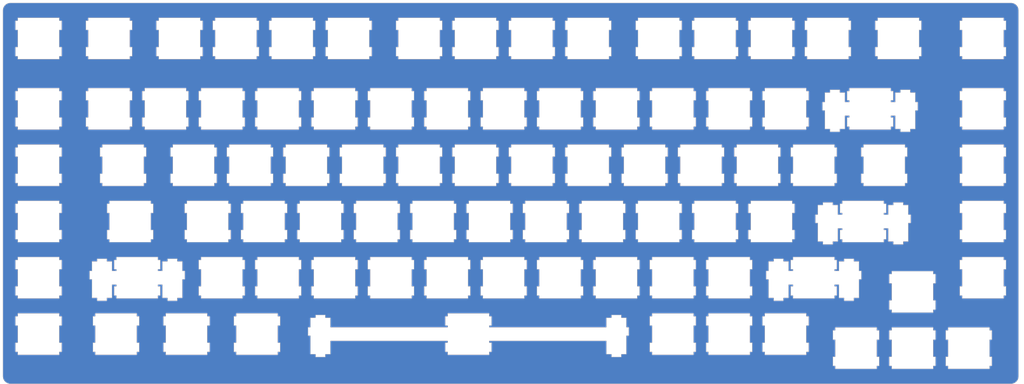
<source format=kicad_pcb>
(kicad_pcb (version 20240108) (generator "pcbnew") (generator_version "8.0")
  (title_block (title "Echo Basic Akko Layout") (date "2025-03-19") (rev "1.0"))
  (layers (0 "F.Cu" signal) (1 "In1.Cu" signal) (2 "In2.Cu" signal) (31 "B.Cu" signal) (34 "B.Paste" user) (35 "F.Paste" user) (36 "B.SilkS" user "B.Silkscreen") (37 "F.SilkS" user "F.Silkscreen") (38 "B.Mask" user) (39 "F.Mask" user) (44 "Edge.Cuts" user))
  (net 0 "")
  (net 1 "GND")
  (gr_line (start 265.537915 89.2626) (end 266.336915 89.2626) (stroke (width 0.1)) (layer "Edge.Cuts"))
  (gr_line (start 332.724915 133.1256) (end 332.724915 132.1252) (stroke (width 0.1)) (layer "Edge.Cuts"))
  (gr_line (start 319.961915 66.5126) (end 319.961915 70.983) (stroke (width 0.1)) (layer "Edge.Cuts"))
  (gr_line (start 237.761915 146.4127) (end 237.761915 147.41311) (stroke (width 0.1)) (layer "Edge.Cuts"))
  (gr_line (start 128.736915 89.2626) (end 128.736915 86.1634) (stroke (width 0.1)) (layer "Edge.Cuts"))
  (gr_line (start 137.462915 67.1134) (end 137.462915 61.3134) (stroke (width 0.1)) (layer "Edge.Cuts"))
  (gr_line (start 208.899915 99.4134) (end 209.700915 99.4134) (stroke (width 0.1)) (layer "Edge.Cuts"))
  (gr_line (start 218.711915 124.2634) (end 217.912915 124.2634) (stroke (width 0.1)) (layer "Edge.Cuts"))
  (gr_line (start 85.361915 128.3631) (end 99.362615 128.3631) (stroke (width 0.1)) (layer "Edge.Cuts"))
  (gr_line (start 270.812915 134.4127) (end 270.812915 133.4122) (stroke (width 0.1)) (layer "Edge.Cuts"))
  (gr_line (start 324.331915 109.083) (end 324.331915 102.8128) (stroke (width 0.1)) (layer "Edge.Cuts"))
  (gr_line (start 270.812915 71.213) (end 270.812915 70.2126) (stroke (width 0.1)) (layer "Edge.Cuts"))
  (gr_line (start 170.799915 99.4134) (end 171.600915 99.4134) (stroke (width 0.1)) (layer "Edge.Cuts"))
  (gr_line (start 136.949915 108.3126) (end 137.750915 108.3126) (stroke (width 0.1)) (layer "Edge.Cuts"))
  (gr_line (start 217.912915 70.2126) (end 218.711915 70.2126) (stroke (width 0.1)) (layer "Edge.Cuts"))
  (gr_line (start 302.912915 70.983) (end 302.912915 66.5126) (stroke (width 0.1)) (layer "Edge.Cuts"))
  (gr_line (start 271.611915 115.3628) (end 270.812915 115.3628) (stroke (width 0.1)) (layer "Edge.Cuts"))
  (gr_line (start 359.836915 28.498) (end 360.019915 28.566) (stroke (width 0.1)) (layer "Edge.Cuts"))
  (gr_line (start 209.186915 47.401) (end 223.187915 47.401) (stroke (width 0.1)) (layer "Edge.Cuts"))
  (gr_line (start 80.312615 70.2126) (end 81.112015 70.2126) (stroke (width 0.1)) (layer "Edge.Cuts"))
  (gr_line (start 223.187915 47.401) (end 223.187915 46.4) (stroke (width 0.1)) (layer "Edge.Cuts"))
  (gr_line (start 256.012915 146.4127) (end 256.811915 146.4127) (stroke (width 0.1)) (layer "Edge.Cuts"))
  (gr_line (start 261.287915 80.3634) (end 262.086915 80.3634) (stroke (width 0.1)) (layer "Edge.Cuts"))
  (gr_line (start 284.587915 127.3627) (end 285.386915 127.3627) (stroke (width 0.1)) (layer "Edge.Cuts"))
  (gr_line (start 252.050915 105.2134) (end 251.249915 105.2134) (stroke (width 0.1)) (layer "Edge.Cuts"))
  (gr_line (start 252.561915 67.1134) (end 251.762915 67.1134) (stroke (width 0.1)) (layer "Edge.Cuts"))
  (gr_line (start 360.019915 28.566) (end 360.197915 28.648) (stroke (width 0.1)) (layer "Edge.Cuts"))
  (gr_line (start 20.533395 157.171002) (end 20.341855 157.132417) (stroke (width 0.1)) (layer "Edge.Cuts"))
  (gr_line (start 157.311915 70.2126) (end 157.311915 67.1134) (stroke (width 0.1)) (layer "Edge.Cuts"))
  (gr_line (start 155.999915 105.2134) (end 155.999915 108.3126) (stroke (width 0.1)) (layer "Edge.Cuts"))
  (gr_line (start 190.136915 89.2626) (end 190.136915 90.263) (stroke (width 0.1)) (layer "Edge.Cuts"))
  (gr_line (start 49.643115 137.5133) (end 49.643115 143.3134) (stroke (width 0.1)) (layer "Edge.Cuts"))
  (gr_line (start 122.662915 115.3628) (end 122.662915 118.4634) (stroke (width 0.1)) (layer "Edge.Cuts"))
  (gr_line (start 223.187915 89.2626) (end 223.986915 89.2626) (stroke (width 0.1)) (layer "Edge.Cuts"))
  (gr_line (start 160.762915 58.2128) (end 160.762915 61.3134) (stroke (width 0.1)) (layer "Edge.Cuts"))
  (gr_line (start 185.087915 37.499) (end 185.886915 37.499) (stroke (width 0.1)) (layer "Edge.Cuts"))
  (gr_line (start 171.086915 43.299) (end 170.287915 43.299) (stroke (width 0.1)) (layer "Edge.Cuts"))
  (gr_line (start 308.486915 119.0628) (end 307.662915 119.0628) (stroke (width 0.1)) (layer "Edge.Cuts"))
  (gr_line (start 313.674915 152.17561) (end 313.674915 151.17516) (stroke (width 0.1)) (layer "Edge.Cuts"))
  (gr_line (start 300.186915 86.1634) (end 299.387915 86.1634) (stroke (width 0.1)) (layer "Edge.Cuts"))
  (gr_line (start 190.136915 43.299) (end 189.337915 43.299) (stroke (width 0.1)) (layer "Edge.Cuts"))
  (gr_line (start 237.761915 127.3627) (end 237.761915 128.3631) (stroke (width 0.1)) (layer "Edge.Cuts"))
  (gr_line (start 195.411915 127.3627) (end 195.411915 124.2634) (stroke (width 0.1)) (layer "Edge.Cuts"))
  (gr_line (start 175.562915 67.1134) (end 175.562915 61.3134) (stroke (width 0.1)) (layer "Edge.Cuts"))
  (gr_line (start 190.136915 77.2628) (end 189.337915 77.2628) (stroke (width 0.1)) (layer "Edge.Cuts"))
  (gr_line (start 85.875915 43.299) (end 85.075115 43.299) (stroke (width 0.1)) (layer "Edge.Cuts"))
  (gr_line (start 146.987915 76.2623) (end 132.986915 76.2623) (stroke (width 0.1)) (layer "Edge.Cuts"))
  (gr_line (start 113.936915 86.1634) (end 113.137515 86.1634) (stroke (width 0.1)) (layer "Edge.Cuts"))
  (gr_line (start 52.025715 90.263) (end 66.025115 90.263) (stroke (width 0.1)) (layer "Edge.Cuts"))
  (gr_line (start 170.287915 80.3634) (end 171.086915 80.3634) (stroke (width 0.1)) (layer "Edge.Cuts"))
  (gr_line (start 251.249915 99.4134) (end 252.050915 99.4134) (stroke (width 0.1)) (layer "Edge.Cuts"))
  (gr_line (start 351.774915 142.2744) (end 352.575915 142.2744) (stroke (width 0.1)) (layer "Edge.Cuts"))
  (gr_line (start 289.862915 147.41311) (end 289.862915 146.4127) (stroke (width 0.1)) (layer "Edge.Cuts"))
  (gr_line (start 256.811915 128.3631) (end 270.812915 128.3631) (stroke (width 0.1)) (layer "Edge.Cuts"))
  (gr_line (start 170.287915 77.2628) (end 170.287915 80.3634) (stroke (width 0.1)) (layer "Edge.Cuts"))
  (gr_line (start 166.836915 37.499) (end 166.836915 34.4) (stroke (width 0.1)) (layer "Edge.Cuts"))
  (gr_line (start 151.749915 95.3123) (end 137.750915 95.3123) (stroke (width 0.1)) (layer "Edge.Cuts"))
  (gr_line (start 333.525915 120.1253) (end 332.724915 120.1253) (stroke (width 0.1)) (layer "Edge.Cuts"))
  (gr_line (start 22.650065 115.3628) (end 22.650065 118.4634) (stroke (width 0.1)) (layer "Edge.Cuts"))
  (gr_line (start 293.781915 100.0128) (end 292.956915 100.0128) (stroke (width 0.1)) (layer "Edge.Cuts"))
  (gr_line (start 49.643115 143.3134) (end 48.843815 143.3134) (stroke (width 0.1)) (layer "Edge.Cuts"))
  (gr_line (start 319.305915 95.8634) (end 319.305915 96.7827) (stroke (width 0.1)) (layer "Edge.Cuts"))
  (gr_line (start 84.562515 58.2128) (end 84.562515 61.3134) (stroke (width 0.1)) (layer "Edge.Cuts"))
  (gr_line (start 141.712915 67.1134) (end 141.712915 70.2126) (stroke (width 0.1)) (layer "Edge.Cuts"))
  (gr_line (start 19.156738 29.107) (end 19.301433 28.974) (stroke (width 0.1)) (layer "Edge.Cuts"))
  (gr_line (start 100.162015 61.3134) (end 100.162015 58.2128) (stroke (width 0.1)) (layer "Edge.Cuts"))
  (gr_line (start 55.262615 128.133) (end 55.262615 123.6626) (stroke (width 0.1)) (layer "Edge.Cuts"))
  (gr_line (start 166.037915 33.4) (end 152.036915 33.4) (stroke (width 0.1)) (layer "Edge.Cuts"))
  (gr_line (start 318.437915 70.2126) (end 319.236915 70.2126) (stroke (width 0.1)) (layer "Edge.Cuts"))
  (gr_line (start 166.836915 89.2626) (end 166.836915 86.1634) (stroke (width 0.1)) (layer "Edge.Cuts"))
  (gr_line (start 119.211915 67.1134) (end 118.412915 67.1134) (stroke (width 0.1)) (layer "Edge.Cuts"))
  (gr_line (start 309.200915 77.2628) (end 308.399915 77.2628) (stroke (width 0.1)) (layer "Edge.Cuts"))
  (gr_line (start 194.099915 99.4134) (end 194.900915 99.4134) (stroke (width 0.1)) (layer "Edge.Cuts"))
  (gr_line (start 185.087915 86.1634) (end 185.087915 80.3634) (stroke (width 0.1)) (layer "Edge.Cuts"))
  (gr_line (start 108.887615 86.1634) (end 108.887615 80.3634) (stroke (width 0.1)) (layer "Edge.Cuts"))
  (gr_line (start 194.612915 127.3627) (end 195.411915 127.3627) (stroke (width 0.1)) (layer "Edge.Cuts"))
  (gr_line (start 168.706915 142.7126) (end 168.706915 143.3134) (stroke (width 0.1)) (layer "Edge.Cuts"))
  (gr_line (start 233.511915 61.3134) (end 233.511915 58.2128) (stroke (width 0.1)) (layer "Edge.Cuts"))
  (gr_line (start 123.174915 37.499) (end 123.975915 37.499) (stroke (width 0.1)) (layer "Edge.Cuts"))
  (gr_line (start 342.536915 99.4134) (end 342.536915 105.2134) (stroke (width 0.1)) (layer "Edge.Cuts"))
  (gr_line (start 284.587915 115.3628) (end 284.587915 118.4634) (stroke (width 0.1)) (layer "Edge.Cuts"))
  (gr_line (start 109.175815 47.401) (end 123.174915 47.401) (stroke (width 0.1)) (layer "Edge.Cuts"))
  (gr_line (start 198.862915 118.4634) (end 199.661915 118.4634) (stroke (width 0.1)) (layer "Edge.Cuts"))
  (gr_line (start 189.849915 109.313) (end 189.849915 108.3126) (stroke (width 0.1)) (layer "Edge.Cuts"))
  (gr_line (start 52.025715 80.3634) (end 52.025715 86.1634) (stroke (width 0.1)) (layer "Edge.Cuts"))
  (gr_line (start 251.762915 137.5133) (end 252.561915 137.5133) (stroke (width 0.1)) (layer "Edge.Cuts"))
  (gr_line (start 342.536915 80.3634) (end 342.536915 86.1634) (stroke (width 0.1)) (layer "Edge.Cuts"))
  (gr_line (start 280.337915 86.1634) (end 280.337915 80.3634) (stroke (width 0.1)) (layer "Edge.Cuts"))
  (gr_line (start 199.661915 71.213) (end 213.662915 71.213) (stroke (width 0.1)) (layer "Edge.Cuts"))
  (gr_line (start 256.012915 115.3628) (end 256.012915 118.4634) (stroke (width 0.1)) (layer "Edge.Cuts"))
  (gr_line (start 62.062015 58.2128) (end 61.262615 58.2128) (stroke (width 0.1)) (layer "Edge.Cuts"))
  (gr_line (start 204.936915 89.2626) (end 204.936915 86.1634) (stroke (width 0.1)) (layer "Edge.Cuts"))
  (gr_line (start 204.137915 80.3634) (end 204.936915 80.3634) (stroke (width 0.1)) (layer "Edge.Cuts"))
  (gr_line (start 23.449325 86.1634) (end 22.650065 86.1634) (stroke (width 0.1)) (layer "Edge.Cuts"))
  (gr_line (start 161.561915 67.1134) (end 160.762915 67.1134) (stroke (width 0.1)) (layer "Edge.Cuts"))
  (gr_line (start 359.063915 157.201318) (end 20.924765 157.201318) (stroke (width 0.1)) (layer "Edge.Cuts"))
  (gr_line (start 37.450215 71.213) (end 37.450215 70.2126) (stroke (width 0.1)) (layer "Edge.Cuts"))
  (gr_line (start 179.812915 70.2126) (end 180.611915 70.2126) (stroke (width 0.1)) (layer "Edge.Cuts"))
  (gr_line (start 289.862915 61.3134) (end 290.661915 61.3134) (stroke (width 0.1)) (layer "Edge.Cuts"))
  (gr_line (start 70.275015 43.299) (end 70.275015 46.4) (stroke (width 0.1)) (layer "Edge.Cuts"))
  (gr_line (start 208.387915 34.4) (end 208.387915 37.499) (stroke (width 0.1)) (layer "Edge.Cuts"))
  (gr_line (start 161.561915 70.2126) (end 161.561915 71.213) (stroke (width 0.1)) (layer "Edge.Cuts"))
  (gr_line (start 80.600815 95.3123) (end 80.600815 96.3128) (stroke (width 0.1)) (layer "Edge.Cuts"))
  (gr_line (start 283.862915 119.0628) (end 283.862915 115.8327) (stroke (width 0.1)) (layer "Edge.Cuts"))
  (gr_line (start 233.511915 58.2128) (end 232.712915 58.2128) (stroke (width 0.1)) (layer "Edge.Cuts"))
  (gr_line (start 199.661915 114.3623) (end 199.661915 115.3628) (stroke (width 0.1)) (layer "Edge.Cuts"))
  (gr_line (start 332.724915 139.1752) (end 332.724915 138.1761) (stroke (width 0.1)) (layer "Edge.Cuts"))
  (gr_line (start 175.562915 71.213) (end 175.562915 70.2126) (stroke (width 0.1)) (layer "Edge.Cuts"))
  (gr_line (start 247.800915 34.4) (end 246.999915 34.4) (stroke (width 0.1)) (layer "Edge.Cuts"))
  (gr_line (start 168.706915 146.4127) (end 168.706915 147.41311) (stroke (width 0.1)) (layer "Edge.Cuts"))
  (gr_line (start 246.487915 80.3634) (end 247.286915 80.3634) (stroke (width 0.1)) (layer "Edge.Cuts"))
  (gr_line (start 224.055915 134.8826) (end 222.331915 134.8826) (stroke (width 0.1)) (layer "Edge.Cuts"))
  (gr_line (start 342.536915 95.3123) (end 342.536915 96.3128) (stroke (width 0.1)) (layer "Edge.Cuts"))
  (gr_line (start 208.899915 105.2134) (end 208.899915 99.4134) (stroke (width 0.1)) (layer "Edge.Cuts"))
  (gr_line (start 237.761915 58.2128) (end 236.962915 58.2128) (stroke (width 0.1)) (layer "Edge.Cuts"))
  (gr_line (start 247.286915 89.2626) (end 247.286915 90.263) (stroke (width 0.1)) (layer "Edge.Cuts"))
  (gr_line (start 285.099915 95.3123) (end 271.100915 95.3123) (stroke (width 0.1)) (layer "Edge.Cuts"))
  (gr_line (start 113.650115 109.313) (end 113.650115 108.3126) (stroke (width 0.1)) (layer "Edge.Cuts"))
  (gr_line (start 185.087915 76.2623) (end 171.086915 76.2623) (stroke (width 0.1)) (layer "Edge.Cuts"))
  (gr_line (start 323.199915 80.3634) (end 324.000915 80.3634) (stroke (width 0.1)) (layer "Edge.Cuts"))
  (gr_line (start 117.900015 99.4134) (end 118.700915 99.4134) (stroke (width 0.1)) (layer "Edge.Cuts"))
  (gr_line (start 38.250815 124.2634) (end 37.450215 124.2634) (stroke (width 0.1)) (layer "Edge.Cuts"))
  (gr_line (start 356.537915 61.3134) (end 357.336915 61.3134) (stroke (width 0.1)) (layer "Edge.Cuts"))
  (gr_line (start 356.537915 33.4) (end 342.536915 33.4) (stroke (width 0.1)) (layer "Edge.Cuts"))
  (gr_line (start 204.936915 80.3634) (end 204.936915 77.2628) (stroke (width 0.1)) (layer "Edge.Cuts"))
  (gr_line (start 194.612915 67.1134) (end 194.612915 61.3134) (stroke (width 0.1)) (layer "Edge.Cuts"))
  (gr_line (start 360.019915 157.011149) (end 359.836915 157.078673) (stroke (width 0.1)) (layer "Edge.Cuts"))
  (gr_line (start 75.836915 89.2626) (end 75.836915 90.263) (stroke (width 0.1)) (layer "Edge.Cuts"))
  (gr_line (start 289.349915 43.299) (end 289.349915 46.4) (stroke (width 0.1)) (layer "Edge.Cuts"))
  (gr_line (start 341.737915 127.3627) (end 342.536915 127.3627) (stroke (width 0.1)) (layer "Edge.Cuts"))
  (gr_line (start 183.506915 146.4127) (end 183.506915 143.3134) (stroke (width 0.1)) (layer "Edge.Cuts"))
  (gr_line (start 23.449325 58.2128) (end 22.650065 58.2128) (stroke (width 0.1)) (layer "Edge.Cuts"))
  (gr_line (start 251.762915 67.1134) (end 251.762915 61.3134) (stroke (width 0.1)) (layer "Edge.Cuts"))
  (gr_line (start 199.661915 124.2634) (end 198.862915 124.2634) (stroke (width 0.1)) (layer "Edge.Cuts"))
  (gr_line (start 23.449325 143.3134) (end 22.650065 143.3134) (stroke (width 0.1)) (layer "Edge.Cuts"))
  (gr_line (start 166.037915 89.2626) (end 166.836915 89.2626) (stroke (width 0.1)) (layer "Edge.Cuts"))
  (gr_line (start 38.250815 146.4127) (end 38.250815 143.3134) (stroke (width 0.1)) (layer "Edge.Cuts"))
  (gr_line (start 77.337615 128.133) (end 79.062715 128.133) (stroke (width 0.1)) (layer "Edge.Cuts"))
  (gr_line (start 38.250815 77.2628) (end 37.450215 77.2628) (stroke (width 0.1)) (layer "Edge.Cuts"))
  (gr_line (start 89.837615 89.2626) (end 90.637015 89.2626) (stroke (width 0.1)) (layer "Edge.Cuts"))
  (gr_line (start 233.000915 105.2134) (end 232.199915 105.2134) (stroke (width 0.1)) (layer "Edge.Cuts"))
  (gr_line (start 73.457115 143.3134) (end 72.656315 143.3134) (stroke (width 0.1)) (layer "Edge.Cuts"))
  (gr_line (start 213.950915 95.3123) (end 213.950915 96.3128) (stroke (width 0.1)) (layer "Edge.Cuts"))
  (gr_line (start 189.849915 105.2134) (end 189.849915 99.4134) (stroke (width 0.1)) (layer "Edge.Cuts"))
  (gr_line (start 160.762915 70.2126) (end 161.561915 70.2126) (stroke (width 0.1)) (layer "Edge.Cuts"))
  (gr_line (start 313.961915 43.299) (end 313.162915 43.299) (stroke (width 0.1)) (layer "Edge.Cuts"))
  (gr_line (start 81.112015 58.2128) (end 80.312615 58.2128) (stroke (width 0.1)) (layer "Edge.Cuts"))
  (gr_line (start 213.662915 71.213) (end 213.662915 70.2126) (stroke (width 0.1)) (layer "Edge.Cuts"))
  (gr_line (start 104.125115 43.299) (end 104.125115 37.499) (stroke (width 0.1)) (layer "Edge.Cuts"))
  (gr_line (start 285.900915 96.3128) (end 285.099915 96.3128) (stroke (width 0.1)) (layer "Edge.Cuts"))
  (gr_line (start 87.456415 146.4127) (end 88.257215 146.4127) (stroke (width 0.1)) (layer "Edge.Cuts"))
  (gr_line (start 49.643115 147.41311) (end 63.643915 147.41311) (stroke (width 0.1)) (layer "Edge.Cuts"))
  (gr_line (start 152.036915 77.2628) (end 151.237915 77.2628) (stroke (width 0.1)) (layer "Edge.Cuts"))
  (gr_line (start 37.450215 114.3623) (end 23.449325 114.3623) (stroke (width 0.1)) (layer "Edge.Cuts"))
  (gr_line (start 300.186915 89.2626) (end 300.186915 86.1634) (stroke (width 0.1)) (layer "Edge.Cuts"))
  (gr_line (start 112.068215 137.5133) (end 112.068215 134.4127) (stroke (width 0.1)) (layer "Edge.Cuts"))
  (gr_line (start 281.136915 80.3634) (end 281.136915 77.2628) (stroke (width 0.1)) (layer "Edge.Cuts"))
  (gr_line (start 232.199915 105.2134) (end 232.199915 108.3126) (stroke (width 0.1)) (layer "Edge.Cuts"))
  (gr_line (start 313.961915 47.401) (end 327.962915 47.401) (stroke (width 0.1)) (layer "Edge.Cuts"))
  (gr_line (start 337.775915 142.2744) (end 337.775915 148.07594) (stroke (width 0.1)) (layer "Edge.Cuts"))
  (gr_line (start 89.837615 86.1634) (end 89.837615 80.3634) (stroke (width 0.1)) (layer "Edge.Cuts"))
  (gr_line (start 111.268915 147.41311) (end 111.268915 146.4127) (stroke (width 0.1)) (layer "Edge.Cuts"))
  (gr_line (start 301.187915 70.983) (end 302.912915 70.983) (stroke (width 0.1)) (layer "Edge.Cuts"))
  (gr_line (start 332.724915 138.1761) (end 318.725915 138.1761) (stroke (width 0.1)) (layer "Edge.Cuts"))
  (gr_line (start 304.149915 47.401) (end 304.149915 46.4) (stroke (width 0.1)) (layer "Edge.Cuts"))
  (gr_line (start 251.249915 34.4) (end 251.249915 37.499) (stroke (width 0.1)) (layer "Edge.Cuts"))
  (gr_line (start 256.012915 118.4634) (end 256.811915 118.4634) (stroke (width 0.1)) (layer "Edge.Cuts"))
  (gr_line (start 198.862915 127.3627) (end 199.661915 127.3627) (stroke (width 0.1)) (layer "Edge.Cuts"))
  (gr_line (start 23.449325 67.1134) (end 22.650065 67.1134) (stroke (width 0.1)) (layer "Edge.Cuts"))
  (gr_line (start 251.762915 133.4122) (end 237.761915 133.4122) (stroke (width 0.1)) (layer "Edge.Cuts"))
  (gr_line (start 85.361915 115.3628) (end 84.562515 115.3628) (stroke (width 0.1)) (layer "Edge.Cuts"))
  (gr_line (start 38.250815 89.2626) (end 38.250815 86.1634) (stroke (width 0.1)) (layer "Edge.Cuts"))
  (gr_line (start 141.712915 115.3628) (end 141.712915 118.4634) (stroke (width 0.1)) (layer "Edge.Cuts"))
  (gr_line (start 71.075815 46.4) (end 71.075815 47.401) (stroke (width 0.1)) (layer "Edge.Cuts"))
  (gr_line (start 122.331915 138.1127) (end 121.506915 138.1127) (stroke (width 0.1)) (layer "Edge.Cuts"))
  (gr_line (start 37.450215 143.3134) (end 37.450215 137.5133) (stroke (width 0.1)) (layer "Edge.Cuts"))
  (gr_line (start 52.025715 89.2626) (end 52.025715 90.263) (stroke (width 0.1)) (layer "Edge.Cuts"))
  (gr_line (start 68.406415 109.313) (end 68.406415 108.3126) (stroke (width 0.1)) (layer "Edge.Cuts"))
  (gr_line (start 37.450215 146.4127) (end 38.250815 146.4127) (stroke (width 0.1)) (layer "Edge.Cuts"))
  (gr_line (start 256.012915 137.5133) (end 256.811915 137.5133) (stroke (width 0.1)) (layer "Edge.Cuts"))
  (gr_line (start 51.225115 77.2628) (end 51.225115 80.3634) (stroke (width 0.1)) (layer "Edge.Cuts"))
  (gr_line (start 342.536915 89.2626) (end 342.536915 90.263) (stroke (width 0.1)) (layer "Edge.Cuts"))
  (gr_line (start 22.650065 143.3134) (end 22.650065 146.4127) (stroke (width 0.1)) (layer "Edge.Cuts"))
  (gr_line (start 194.900915 96.3128) (end 194.099915 96.3128) (stroke (width 0.1)) (layer "Edge.Cuts"))
  (gr_line (start 121.506915 138.1127) (end 121.506915 140.9129) (stroke (width 0.1)) (layer "Edge.Cuts"))
  (gr_line (start 119.211915 115.3628) (end 118.412915 115.3628) (stroke (width 0.1)) (layer "Edge.Cuts"))
  (gr_line (start 319.305915 96.7827) (end 317.581915 96.7827) (stroke (width 0.1)) (layer "Edge.Cuts"))
  (gr_line (start 96.468815 134.4127) (end 96.468815 137.5133) (stroke (width 0.1)) (layer "Edge.Cuts"))
  (gr_line (start 303.637915 61.3134) (end 304.436915 61.3134) (stroke (width 0.1)) (layer "Edge.Cuts"))
  (gr_line (start 66.311915 57.212) (end 66.311915 58.2128) (stroke (width 0.1)) (layer "Edge.Cuts"))
  (gr_line (start 232.712915 67.1134) (end 232.712915 61.3134) (stroke (width 0.1)) (layer "Edge.Cuts"))
  (gr_line (start 359.454915 28.406) (end 359.647915 28.444) (stroke (width 0.1)) (layer "Edge.Cuts"))
  (gr_line (start 217.912915 61.3134) (end 218.711915 61.3134) (stroke (width 0.1)) (layer "Edge.Cuts"))
  (gr_line (start 123.461915 124.2634) (end 122.662915 124.2634) (stroke (width 0.1)) (layer "Edge.Cuts"))
  (gr_line (start 341.737915 89.2626) (end 342.536915 89.2626) (stroke (width 0.1)) (layer "Edge.Cuts"))
  (gr_line (start 156.512915 114.3623) (end 142.511915 114.3623) (stroke (width 0.1)) (layer "Edge.Cuts"))
  (gr_line (start 180.611915 71.213) (end 194.612915 71.213) (stroke (width 0.1)) (layer "Edge.Cuts"))
  (gr_line (start 19.156738 156.468203) (end 19.023067 156.32489) (stroke (width 0.1)) (layer "Edge.Cuts"))
  (gr_line (start 180.611915 115.3628) (end 179.812915 115.3628) (stroke (width 0.1)) (layer "Edge.Cuts"))
  (gr_line (start 341.737915 67.1134) (end 341.737915 70.2126) (stroke (width 0.1)) (layer "Edge.Cuts"))
  (gr_line (start 285.386915 119.0628) (end 283.862915 119.0628) (stroke (width 0.1)) (layer "Edge.Cuts"))
  (gr_line (start 208.387915 77.2628) (end 208.387915 80.3634) (stroke (width 0.1)) (layer "Edge.Cuts"))
  (gr_line (start 290.661915 143.3134) (end 289.862915 143.3134) (stroke (width 0.1)) (layer "Edge.Cuts"))
  (gr_line (start 309.200915 80.3634) (end 309.200915 86.1634) (stroke (width 0.1)) (layer "Edge.Cuts"))
  (gr_line (start 166.037915 90.263) (end 166.037915 89.2626) (stroke (width 0.1)) (layer "Edge.Cuts"))
  (gr_line (start 95.400915 99.4134) (end 95.400915 96.3128) (stroke (width 0.1)) (layer "Edge.Cuts"))
  (gr_line (start 195.411915 124.2634) (end 194.612915 124.2634) (stroke (width 0.1)) (layer "Edge.Cuts"))
  (gr_line (start 128.225915 33.4) (end 128.225915 34.4) (stroke (width 0.1)) (layer "Edge.Cuts"))
  (gr_line (start 104.925915 37.499) (end 104.925915 34.4) (stroke (width 0.1)) (layer "Edge.Cuts"))
  (gr_line (start 242.237915 80.3634) (end 243.036915 80.3634) (stroke (width 0.1)) (layer "Edge.Cuts"))
  (gr_line (start 271.100915 109.313) (end 285.099915 109.313) (stroke (width 0.1)) (layer "Edge.Cuts"))
  (gr_line (start 37.450215 57.212) (end 23.449325 57.212) (stroke (width 0.1)) (layer "Edge.Cuts"))
  (gr_line (start 275.062915 137.5133) (end 275.861915 137.5133) (stroke (width 0.1)) (layer "Edge.Cuts"))
  (gr_line (start 228.236915 89.2626) (end 228.236915 90.263) (stroke (width 0.1)) (layer "Edge.Cuts"))
  (gr_line (start 360.831915 156.468203) (end 360.686915 156.60325) (stroke (width 0.1)) (layer "Edge.Cuts"))
  (gr_line (start 85.361915 58.2128) (end 84.562515 58.2128) (stroke (width 0.1)) (layer "Edge.Cuts"))
  (gr_line (start 237.761915 137.5133) (end 237.761915 143.3134) (stroke (width 0.1)) (layer "Edge.Cuts"))
  (gr_line (start 304.950915 34.4) (end 304.149915 34.4) (stroke (width 0.1)) (layer "Edge.Cuts"))
  (gr_line (start 48.513115 128.133) (end 50.237015 128.133) (stroke (width 0.1)) (layer "Edge.Cuts"))
  (gr_line (start 90.637015 80.3634) (end 90.637015 77.2628) (stroke (width 0.1)) (layer "Edge.Cuts"))
  (gr_line (start 80.600815 105.2134) (end 79.800015 105.2134) (stroke (width 0.1)) (layer "Edge.Cuts"))
  (gr_line (start 361.194915 29.569) (end 361.291915 29.741) (stroke (width 0.1)) (layer "Edge.Cuts"))
  (gr_line (start 142.511915 70.2126) (end 142.511915 71.213) (stroke (width 0.1)) (layer "Edge.Cuts"))
  (gr_line (start 204.936915 77.2628) (end 204.137915 77.2628) (stroke (width 0.1)) (layer "Edge.Cuts"))
  (gr_line (start 275.861915 133.4122) (end 275.861915 134.4127) (stroke (width 0.1)) (layer "Edge.Cuts"))
  (gr_line (start 271.100915 43.299) (end 270.299915 43.299) (stroke (width 0.1)) (layer "Edge.Cuts"))
  (gr_line (start 90.637015 77.2628) (end 89.837615 77.2628) (stroke (width 0.1)) (layer "Edge.Cuts"))
  (gr_line (start 127.937915 80.3634) (end 128.736915 80.3634) (stroke (width 0.1)) (layer "Edge.Cuts"))
  (gr_line (start 185.087915 47.401) (end 185.087915 46.4) (stroke (width 0.1)) (layer "Edge.Cuts"))
  (gr_line (start 261.287915 86.1634) (end 261.287915 80.3634) (stroke (width 0.1)) (layer "Edge.Cuts"))
  (gr_line (start 72.312015 115.8327) (end 72.312015 119.0628) (stroke (width 0.1)) (layer "Edge.Cuts"))
  (gr_line (start 38.250815 137.5133) (end 38.250815 134.4127) (stroke (width 0.1)) (layer "Edge.Cuts"))
  (gr_line (start 261.287915 76.2623) (end 247.286915 76.2623) (stroke (width 0.1)) (layer "Edge.Cuts"))
  (gr_line (start 37.450215 115.3628) (end 37.450215 114.3623) (stroke (width 0.1)) (layer "Edge.Cuts"))
  (gr_line (start 359.647915 157.132417) (end 359.454915 157.171002) (stroke (width 0.1)) (layer "Edge.Cuts"))
  (gr_line (start 271.100915 99.4134) (end 271.100915 105.2134) (stroke (width 0.1)) (layer "Edge.Cuts"))
  (gr_line (start 318.725915 148.07594) (end 317.924915 148.07594) (stroke (width 0.1)) (layer "Edge.Cuts"))
  (gr_line (start 119.211915 127.3627) (end 119.211915 124.2634) (stroke (width 0.1)) (layer "Edge.Cuts"))
  (gr_line (start 98.850015 99.4134) (end 99.650815 99.4134) (stroke (width 0.1)) (layer "Edge.Cuts"))
  (gr_line (start 104.925915 43.299) (end 104.125115 43.299) (stroke (width 0.1)) (layer "Edge.Cuts"))
  (gr_line (start 252.050915 47.401) (end 266.049915 47.401) (stroke (width 0.1)) (layer "Edge.Cuts"))
  (gr_line (start 285.386915 77.2628) (end 284.587915 77.2628) (stroke (width 0.1)) (layer "Edge.Cuts"))
  (gr_line (start 80.312615 71.213) (end 80.312615 70.2126) (stroke (width 0.1)) (layer "Edge.Cuts"))
  (gr_line (start 271.611915 70.2126) (end 271.611915 67.1134) (stroke (width 0.1)) (layer "Edge.Cuts"))
  (gr_line (start 194.612915 128.3631) (end 194.612915 127.3627) (stroke (width 0.1)) (layer "Edge.Cuts"))
  (gr_line (start 302.912915 66.5126) (end 304.436915 66.5126) (stroke (width 0.1)) (layer "Edge.Cuts"))
  (gr_line (start 246.999915 43.299) (end 246.999915 37.499) (stroke (width 0.1)) (layer "Edge.Cuts"))
  (gr_line (start 332.724915 148.07594) (end 332.724915 142.2744) (stroke (width 0.1)) (layer "Edge.Cuts"))
  (gr_line (start 256.012915 143.3134) (end 256.012915 146.4127) (stroke (width 0.1)) (layer "Edge.Cuts"))
  (gr_line (start 94.886915 86.1634) (end 94.087515 86.1634) (stroke (width 0.1)) (layer "Edge.Cuts"))
  (gr_line (start 289.862915 137.5133) (end 290.661915 137.5133) (stroke (width 0.1)) (layer "Edge.Cuts"))
  (gr_line (start 213.662915 67.1134) (end 213.662915 61.3134) (stroke (width 0.1)) (layer "Edge.Cuts"))
  (gr_line (start 75.836915 90.263) (end 89.837615 90.263) (stroke (width 0.1)) (layer "Edge.Cuts"))
  (gr_line (start 170.799915 96.3128) (end 170.799915 95.3123) (stroke (width 0.1)) (layer "Edge.Cuts"))
  (gr_line (start 251.762915 57.212) (end 237.761915 57.212) (stroke (width 0.1)) (layer "Edge.Cuts"))
  (gr_line (start 108.887615 90.263) (end 108.887615 89.2626) (stroke (width 0.1)) (layer "Edge.Cuts"))
  (gr_line (start 104.411915 114.3623) (end 104.411915 115.3628) (stroke (width 0.1)) (layer "Edge.Cuts"))
  (gr_line (start 175.850915 105.2134) (end 175.049915 105.2134) (stroke (width 0.1)) (layer "Edge.Cuts"))
  (gr_line (start 237.761915 128.3631) (end 251.762915 128.3631) (stroke (width 0.1)) (layer "Edge.Cuts"))
  (gr_line (start 275.062915 67.1134) (end 275.062915 70.2126) (stroke (width 0.1)) (layer "Edge.Cuts"))
  (gr_line (start 323.199915 89.2626) (end 324.000915 89.2626) (stroke (width 0.1)) (layer "Edge.Cuts"))
  (gr_line (start 209.186915 46.4) (end 209.186915 47.401) (stroke (width 0.1)) (layer "Edge.Cuts"))
  (gr_line (start 256.811915 146.4127) (end 256.811915 147.41311) (stroke (width 0.1)) (layer "Edge.Cuts"))
  (gr_line (start 289.862915 133.4122) (end 275.861915 133.4122) (stroke (width 0.1)) (layer "Edge.Cuts"))
  (gr_line (start 142.511915 58.2128) (end 141.712915 58.2128) (stroke (width 0.1)) (layer "Edge.Cuts"))
  (gr_line (start 218.711915 114.3623) (end 218.711915 115.3628) (stroke (width 0.1)) (layer "Edge.Cuts"))
  (gr_line (start 61.262615 67.1134) (end 61.262615 61.3134) (stroke (width 0.1)) (layer "Edge.Cuts"))
  (gr_line (start 299.675915 151.17516) (end 299.675915 152.17561) (stroke (width 0.1)) (layer "Edge.Cuts"))
  (gr_line (start 118.412915 115.3628) (end 118.412915 114.3623) (stroke (width 0.1)) (layer "Edge.Cuts"))
  (gr_line (start 298.874915 148.07594) (end 298.874915 151.17516) (stroke (width 0.1)) (layer "Edge.Cuts"))
  (gr_line (start 22.650065 134.4127) (end 22.650065 137.5133) (stroke (width 0.1)) (layer "Edge.Cuts"))
  (gr_line (start 37.450215 96.3128) (end 37.450215 95.3123) (stroke (width 0.1)) (layer "Edge.Cuts"))
  (gr_line (start 285.900915 99.4134) (end 285.900915 96.3128) (stroke (width 0.1)) (layer "Edge.Cuts"))
  (gr_line (start 195.411915 118.4634) (end 195.411915 115.3628) (stroke (width 0.1)) (layer "Edge.Cuts"))
  (gr_line (start 18.455317 155.09292) (end 18.43189 154.89724) (stroke (width 0.1)) (layer "Edge.Cuts"))
  (gr_line (start 228.236915 76.2623) (end 228.236915 77.2628) (stroke (width 0.1)) (layer "Edge.Cuts"))
  (gr_line (start 151.749915 105.2134) (end 151.749915 99.4134) (stroke (width 0.1)) (layer "Edge.Cuts"))
  (gr_line (start 342.536915 46.4) (end 342.536915 47.401) (stroke (width 0.1)) (layer "Edge.Cuts"))
  (gr_line (start 261.287915 77.2628) (end 261.287915 76.2623) (stroke (width 0.1)) (layer "Edge.Cuts"))
  (gr_line (start 299.387915 124.2634) (end 299.387915 123.6626) (stroke (width 0.1)) (layer "Edge.Cuts"))
  (gr_line (start 38.250815 80.3634) (end 38.250815 77.2628) (stroke (width 0.1)) (layer "Edge.Cuts"))
  (gr_line (start 237.761915 71.213) (end 251.762915 71.213) (stroke (width 0.1)) (layer "Edge.Cuts"))
  (gr_line (start 183.506915 134.4127) (end 182.705915 134.4127) (stroke (width 0.1)) (layer "Edge.Cuts"))
  (gr_line (start 54.407115 108.3126) (end 54.407115 109.313) (stroke (width 0.1)) (layer "Edge.Cuts"))
  (gr_line (start 179.812915 115.3628) (end 179.812915 118.4634) (stroke (width 0.1)) (layer "Edge.Cuts"))
  (gr_line (start 304.436915 58.2128) (end 303.637915 58.2128) (stroke (width 0.1)) (layer "Edge.Cuts"))
  (gr_line (start 37.450215 134.4127) (end 37.450215 133.4122) (stroke (width 0.1)) (layer "Edge.Cuts"))
  (gr_line (start 47.261815 33.4) (end 47.261815 34.4) (stroke (width 0.1)) (layer "Edge.Cuts"))
  (gr_line (start 304.149915 46.4) (end 304.950915 46.4) (stroke (width 0.1)) (layer "Edge.Cuts"))
  (gr_line (start 147.786915 86.1634) (end 146.987915 86.1634) (stroke (width 0.1)) (layer "Edge.Cuts"))
  (gr_line (start 357.336915 58.2128) (end 356.537915 58.2128) (stroke (width 0.1)) (layer "Edge.Cuts"))
  (gr_line (start 175.562915 127.3627) (end 176.361915 127.3627) (stroke (width 0.1)) (layer "Edge.Cuts"))
  (gr_line (start 19.790635 156.928465) (end 19.618375 156.833381) (stroke (width 0.1)) (layer "Edge.Cuts"))
  (gr_line (start 88.257215 134.4127) (end 87.456415 134.4127) (stroke (width 0.1)) (layer "Edge.Cuts"))
  (gr_line (start 90.125815 37.499) (end 90.125815 43.299) (stroke (width 0.1)) (layer "Edge.Cuts"))
  (gr_line (start 175.049915 108.3126) (end 175.850915 108.3126) (stroke (width 0.1)) (layer "Edge.Cuts"))
  (gr_line (start 227.949915 108.3126) (end 228.750915 108.3126) (stroke (width 0.1)) (layer "Edge.Cuts"))
  (gr_line (start 85.875915 34.4) (end 85.075115 34.4) (stroke (width 0.1)) (layer "Edge.Cuts"))
  (gr_line (start 327.962915 37.499) (end 328.761915 37.499) (stroke (width 0.1)) (layer "Edge.Cuts"))
  (gr_line (start 246.487915 89.2626) (end 247.286915 89.2626) (stroke (width 0.1)) (layer "Edge.Cuts"))
  (gr_line (start 233.000915 37.499) (end 233.000915 43.299) (stroke (width 0.1)) (layer "Edge.Cuts"))
  (gr_line (start 141.712915 58.2128) (end 141.712915 61.3134) (stroke (width 0.1)) (layer "Edge.Cuts"))
  (gr_line (start 227.949915 99.4134) (end 228.750915 99.4134) (stroke (width 0.1)) (layer "Edge.Cuts"))
  (gr_line (start 161.561915 128.3631) (end 175.562915 128.3631) (stroke (width 0.1)) (layer "Edge.Cuts"))
  (gr_line (start 85.361915 124.2634) (end 84.562515 124.2634) (stroke (width 0.1)) (layer "Edge.Cuts"))
  (gr_line (start 233.511915 115.3628) (end 232.712915 115.3628) (stroke (width 0.1)) (layer "Edge.Cuts"))
  (gr_line (start 100.162015 67.1134) (end 99.362615 67.1134) (stroke (width 0.1)) (layer "Edge.Cuts"))
  (gr_line (start 71.075815 43.299) (end 70.275015 43.299) (stroke (width 0.1)) (layer "Edge.Cuts"))
  (gr_line (start 156.512915 115.3628) (end 156.512915 114.3623) (stroke (width 0.1)) (layer "Edge.Cuts"))
  (gr_line (start 237.761915 143.3134) (end 236.962915 143.3134) (stroke (width 0.1)) (layer "Edge.Cuts"))
  (gr_line (start 80.600815 109.313) (end 94.600115 109.313) (stroke (width 0.1)) (layer "Edge.Cuts"))
  (gr_line (start 111.268915 134.4127) (end 111.268915 133.4122) (stroke (width 0.1)) (layer "Edge.Cuts"))
  (gr_line (start 161.561915 57.212) (end 161.561915 58.2128) (stroke (width 0.1)) (layer "Edge.Cuts"))
  (gr_line (start 278.836915 129.1128) (end 282.137915 129.1128) (stroke (width 0.1)) (layer "Edge.Cuts"))
  (gr_line (start 183.506915 137.5133) (end 183.506915 134.4127) (stroke (width 0.1)) (layer "Edge.Cuts"))
  (gr_line (start 275.861915 57.212) (end 275.861915 58.2128) (stroke (width 0.1)) (layer "Edge.Cuts"))
  (gr_line (start 98.850015 96.3128) (end 98.850015 99.4134) (stroke (width 0.1)) (layer "Edge.Cuts"))
  (gr_line (start 204.936915 46.4) (end 204.936915 43.299) (stroke (width 0.1)) (layer "Edge.Cuts"))
  (gr_line (start 151.237915 46.4) (end 152.036915 46.4) (stroke (width 0.1)) (layer "Edge.Cuts"))
  (gr_line (start 87.456415 133.4122) (end 73.457115 133.4122) (stroke (width 0.1)) (layer "Edge.Cuts"))
  (gr_line (start 18.547645 155.47326) (end 18.493902 155.28447) (stroke (width 0.1)) (layer "Edge.Cuts"))
  (gr_line (start 266.336915 90.263) (end 280.337915 90.263) (stroke (width 0.1)) (layer "Edge.Cuts"))
  (gr_line (start 180.611915 124.2634) (end 179.812915 124.2634) (stroke (width 0.1)) (layer "Edge.Cuts"))
  (gr_line (start 232.199915 34.4) (end 232.199915 37.499) (stroke (width 0.1)) (layer "Edge.Cuts"))
  (gr_line (start 213.662915 70.2126) (end 214.461915 70.2126) (stroke (width 0.1)) (layer "Edge.Cuts"))
  (gr_line (start 357.336915 61.3134) (end 357.336915 58.2128) (stroke (width 0.1)) (layer "Edge.Cuts"))
  (gr_line (start 104.411915 61.3134) (end 104.411915 67.1134) (stroke (width 0.1)) (layer "Edge.Cuts"))
  (gr_line (start 275.861915 143.3134) (end 275.062915 143.3134) (stroke (width 0.1)) (layer "Edge.Cuts"))
  (gr_line (start 285.099915 105.2134) (end 285.099915 99.4134) (stroke (width 0.1)) (layer "Edge.Cuts"))
  (gr_line (start 357.336915 118.4634) (end 357.336915 115.3628) (stroke (width 0.1)) (layer "Edge.Cuts"))
  (gr_line (start 98.850015 108.3126) (end 99.650815 108.3126) (stroke (width 0.1)) (layer "Edge.Cuts"))
  (gr_line (start 123.461915 128.3631) (end 137.462915 128.3631) (stroke (width 0.1)) (layer "Edge.Cuts"))
  (gr_line (start 356.537915 57.212) (end 342.536915 57.212) (stroke (width 0.1)) (layer "Edge.Cuts"))
  (gr_line (start 37.450215 109.313) (end 37.450215 108.3126) (stroke (width 0.1)) (layer "Edge.Cuts"))
  (gr_line (start 208.899915 96.3128) (end 208.899915 95.3123) (stroke (width 0.1)) (layer "Edge.Cuts"))
  (gr_line (start 304.436915 70.2126) (end 304.436915 71.213) (stroke (width 0.1)) (layer "Edge.Cuts"))
  (gr_line (start 61.262615 33.4) (end 47.261815 33.4) (stroke (width 0.1)) (layer "Edge.Cuts"))
  (gr_line (start 256.012915 61.3134) (end 256.811915 61.3134) (stroke (width 0.1)) (layer "Edge.Cuts"))
  (gr_line (start 142.511915 128.3631) (end 156.512915 128.3631) (stroke (width 0.1)) (layer "Edge.Cuts"))
  (gr_line (start 237.761915 124.2634) (end 236.962915 124.2634) (stroke (width 0.1)) (layer "Edge.Cuts"))
  (gr_line (start 137.462915 57.212) (end 123.461915 57.212) (stroke (width 0.1)) (layer "Edge.Cuts"))
  (gr_line (start 166.836915 86.1634) (end 166.037915 86.1634) (stroke (width 0.1)) (layer "Edge.Cuts"))
  (gr_line (start 47.261815 43.299) (end 46.462615 43.299) (stroke (width 0.1)) (layer "Edge.Cuts"))
  (gr_line (start 251.249915 96.3128) (end 251.249915 99.4134) (stroke (width 0.1)) (layer "Edge.Cuts"))
  (gr_line (start 222.331915 142.7126) (end 222.331915 147.183) (stroke (width 0.1)) (layer "Edge.Cuts"))
  (gr_line (start 271.611915 127.3627) (end 271.611915 124.2634) (stroke (width 0.1)) (layer "Edge.Cuts"))
  (gr_line (start 100.162015 115.3628) (end 99.362615 115.3628) (stroke (width 0.1)) (layer "Edge.Cuts"))
  (gr_line (start 333.525915 142.2744) (end 333.525915 139.1752) (stroke (width 0.1)) (layer "Edge.Cuts"))
  (gr_line (start 276.287915 121.8628) (end 277.112915 121.8628) (stroke (width 0.1)) (layer "Edge.Cuts"))
  (gr_line (start 170.799915 108.3126) (end 171.600915 108.3126) (stroke (width 0.1)) (layer "Edge.Cuts"))
  (gr_line (start 132.986915 76.2623) (end 132.986915 77.2628) (stroke (width 0.1)) (layer "Edge.Cuts"))
  (gr_line (start 123.975915 34.4) (end 123.174915 34.4) (stroke (width 0.1)) (layer "Edge.Cuts"))
  (gr_line (start 63.643915 146.4127) (end 64.443215 146.4127) (stroke (width 0.1)) (layer "Edge.Cuts"))
  (gr_line (start 359.454915 157.171002) (end 359.258915 157.194428) (stroke (width 0.1)) (layer "Edge.Cuts"))
  (gr_line (start 213.950915 99.4134) (end 213.950915 105.2134) (stroke (width 0.1)) (layer "Edge.Cuts"))
  (gr_line (start 360.686915 28.974) (end 360.831915 29.107) (stroke (width 0.1)) (layer "Edge.Cuts"))
  (gr_line (start 171.086915 89.2626) (end 171.086915 90.263) (stroke (width 0.1)) (layer "Edge.Cuts"))
  (gr_line (start 63.643915 143.3134) (end 63.643915 137.5133) (stroke (width 0.1)) (layer "Edge.Cuts"))
  (gr_line (start 75.037515 80.3634) (end 75.836915 80.3634) (stroke (width 0.1)) (layer "Edge.Cuts"))
  (gr_line (start 72.656315 134.4127) (end 72.656315 137.5133) (stroke (width 0.1)) (layer "Edge.Cuts"))
  (gr_line (start 20.153065 28.498) (end 20.341855 28.444) (stroke (width 0.1)) (layer "Edge.Cuts"))
  (gr_line (start 71.587015 118.4634) (end 71.587015 115.3628) (stroke (width 0.1)) (layer "Edge.Cuts"))
  (gr_line (start 285.900915 108.3126) (end 285.900915 105.2134) (stroke (width 0.1)) (layer "Edge.Cuts"))
  (gr_line (start 37.450215 47.401) (end 37.450215 46.4) (stroke (width 0.1)) (layer "Edge.Cuts"))
  (gr_line (start 137.750915 108.3126) (end 137.750915 109.313) (stroke (width 0.1)) (layer "Edge.Cuts"))
  (gr_line (start 256.811915 118.4634) (end 256.811915 124.2634) (stroke (width 0.1)) (layer "Edge.Cuts"))
  (gr_line (start 256.811915 67.1134) (end 256.012915 67.1134) (stroke (width 0.1)) (layer "Edge.Cuts"))
  (gr_line (start 167.905915 134.4127) (end 167.905915 137.5133) (stroke (width 0.1)) (layer "Edge.Cuts"))
  (gr_line (start 295.505915 110.0627) (end 298.805915 110.0627) (stroke (width 0.1)) (layer "Edge.Cuts"))
  (gr_line (start 70.787615 115.3628) (end 70.787615 114.3623) (stroke (width 0.1)) (layer "Edge.Cuts"))
  (gr_line (start 85.075115 46.4) (end 85.875915 46.4) (stroke (width 0.1)) (layer "Edge.Cuts"))
  (gr_line (start 167.905915 137.5133) (end 168.706915 137.5133) (stroke (width 0.1)) (layer "Edge.Cuts"))
  (gr_line (start 300.530915 100.0128) (end 300.530915 96.7827) (stroke (width 0.1)) (layer "Edge.Cuts"))
  (gr_line (start 147.786915 89.2626) (end 147.786915 86.1634) (stroke (width 0.1)) (layer "Edge.Cuts"))
  (gr_line (start 199.661915 115.3628) (end 198.862915 115.3628) (stroke (width 0.1)) (layer "Edge.Cuts"))
  (gr_line (start 138.261915 67.1134) (end 137.462915 67.1134) (stroke (width 0.1)) (layer "Edge.Cuts"))
  (gr_line (start 208.387915 80.3634) (end 209.186915 80.3634) (stroke (width 0.1)) (layer "Edge.Cuts"))
  (gr_line (start 342.536915 105.2134) (end 341.737915 105.2134) (stroke (width 0.1)) (layer "Edge.Cuts"))
  (gr_line (start 266.049915 105.2134) (end 266.049915 99.4134) (stroke (width 0.1)) (layer "Edge.Cuts"))
  (gr_line (start 111.268915 133.4122) (end 97.268215 133.4122) (stroke (width 0.1)) (layer "Edge.Cuts"))
  (gr_line (start 166.037915 47.401) (end 166.037915 46.4) (stroke (width 0.1)) (layer "Edge.Cuts"))
  (gr_line (start 132.699915 105.2134) (end 132.699915 99.4134) (stroke (width 0.1)) (layer "Edge.Cuts"))
  (gr_line (start 113.650115 96.3128) (end 113.650115 95.3123) (stroke (width 0.1)) (layer "Edge.Cuts"))
  (gr_line (start 356.537915 105.2134) (end 356.537915 99.4134) (stroke (width 0.1)) (layer "Edge.Cuts"))
  (gr_line (start 123.461915 58.2128) (end 122.662915 58.2128) (stroke (width 0.1)) (layer "Edge.Cuts"))
  (gr_line (start 332.724915 152.17561) (end 332.724915 151.17516) (stroke (width 0.1)) (layer "Edge.Cuts"))
  (gr_line (start 285.099915 37.499) (end 285.900915 37.499) (stroke (width 0.1)) (layer "Edge.Cuts"))
  (gr_line (start 313.162915 37.499) (end 313.961915 37.499) (stroke (width 0.1)) (layer "Edge.Cuts"))
  (gr_line (start 175.850915 99.4134) (end 175.850915 105.2134) (stroke (width 0.1)) (layer "Edge.Cuts"))
  (gr_line (start 323.199915 86.1634) (end 323.199915 80.3634) (stroke (width 0.1)) (layer "Edge.Cuts"))
  (gr_line (start 137.462915 118.4634) (end 138.261915 118.4634) (stroke (width 0.1)) (layer "Edge.Cuts"))
  (gr_line (start 270.812915 127.3627) (end 271.611915 127.3627) (stroke (width 0.1)) (layer "Edge.Cuts"))
  (gr_line (start 23.449325 37.499) (end 23.449325 43.299) (stroke (width 0.1)) (layer "Edge.Cuts"))
  (gr_line (start 232.199915 46.4) (end 233.000915 46.4) (stroke (width 0.1)) (layer "Edge.Cuts"))
  (gr_line (start 302.056915 105.2134) (end 301.255915 105.2134) (stroke (width 0.1)) (layer "Edge.Cuts"))
  (gr_line (start 175.850915 96.3128) (end 175.049915 96.3128) (stroke (width 0.1)) (layer "Edge.Cuts"))
  (gr_line (start 217.912915 127.3627) (end 218.711915 127.3627) (stroke (width 0.1)) (layer "Edge.Cuts"))
  (gr_line (start 323.199915 77.2628) (end 323.199915 76.2623) (stroke (width 0.1)) (layer "Edge.Cuts"))
  (gr_line (start 128.225915 37.499) (end 128.225915 43.299) (stroke (width 0.1)) (layer "Edge.Cuts"))
  (gr_line (start 66.311915 67.1134) (end 65.512515 67.1134) (stroke (width 0.1)) (layer "Edge.Cuts"))
  (gr_line (start 37.450215 61.3134) (end 38.250815 61.3134) (stroke (width 0.1)) (layer "Edge.Cuts"))
  (gr_line (start 285.386915 114.3623) (end 285.386915 115.3628) (stroke (width 0.1)) (layer "Edge.Cuts"))
  (gr_line (start 252.050915 109.313) (end 266.049915 109.313) (stroke (width 0.1)) (layer "Edge.Cuts"))
  (gr_line (start 313.961915 34.4) (end 313.162915 34.4) (stroke (width 0.1)) (layer "Edge.Cuts"))
  (gr_line (start 143.025915 43.299) (end 142.224915 43.299) (stroke (width 0.1)) (layer "Edge.Cuts"))
  (gr_line (start 194.900915 95.3123) (end 194.900915 96.3128) (stroke (width 0.1)) (layer "Edge.Cuts"))
  (gr_line (start 137.750915 105.2134) (end 136.949915 105.2134) (stroke (width 0.1)) (layer "Edge.Cuts"))
  (gr_line (start 275.062915 58.2128) (end 275.062915 61.3134) (stroke (width 0.1)) (layer "Edge.Cuts"))
  (gr_line (start 104.411915 70.2126) (end 104.411915 71.213) (stroke (width 0.1)) (layer "Edge.Cuts"))
  (gr_line (start 108.375015 37.499) (end 109.175815 37.499) (stroke (width 0.1)) (layer "Edge.Cuts"))
  (gr_line (start 283.862915 123.6626) (end 285.386915 123.6626) (stroke (width 0.1)) (layer "Edge.Cuts"))
  (gr_line (start 113.936915 90.263) (end 127.937915 90.263) (stroke (width 0.1)) (layer "Edge.Cuts"))
  (gr_line (start 81.112015 70.2126) (end 81.112015 67.1134) (stroke (width 0.1)) (layer "Edge.Cuts"))
  (gr_line (start 357.336915 77.2628) (end 356.537915 77.2628) (stroke (width 0.1)) (layer "Edge.Cuts"))
  (gr_line (start 190.136915 47.401) (end 204.137915 47.401) (stroke (width 0.1)) (layer "Edge.Cuts"))
  (gr_line (start 361.554915 30.68) (end 361.562915 30.875) (stroke (width 0.1)) (layer "Edge.Cuts"))
  (gr_line (start 252.050915 46.4) (end 252.050915 47.401) (stroke (width 0.1)) (layer "Edge.Cuts"))
  (gr_line (start 72.312015 119.0628) (end 70.787615 119.0628) (stroke (width 0.1)) (layer "Edge.Cuts"))
  (gr_line (start 132.986915 86.1634) (end 132.187915 86.1634) (stroke (width 0.1)) (layer "Edge.Cuts"))
  (gr_line (start 327.536915 64.7128) (end 327.536915 61.9128) (stroke (width 0.1)) (layer "Edge.Cuts"))
  (gr_line (start 217.912915 67.1134) (end 217.912915 70.2126) (stroke (width 0.1)) (layer "Edge.Cuts"))
  (gr_line (start 317.924915 139.1752) (end 317.924915 142.2744) (stroke (width 0.1)) (layer "Edge.Cuts"))
  (gr_line (start 318.437915 71.213) (end 318.437915 70.2126) (stroke (width 0.1)) (layer "Edge.Cuts"))
  (gr_line (start 237.761915 115.3628) (end 236.962915 115.3628) (stroke (width 0.1)) (layer "Edge.Cuts"))
  (gr_line (start 160.762915 127.3627) (end 161.561915 127.3627) (stroke (width 0.1)) (layer "Edge.Cuts"))
  (gr_line (start 155.999915 96.3128) (end 155.999915 99.4134) (stroke (width 0.1)) (layer "Edge.Cuts"))
  (gr_line (start 52.025715 76.2623) (end 52.025715 77.2628) (stroke (width 0.1)) (layer "Edge.Cuts"))
  (gr_line (start 37.450215 34.4) (end 37.450215 33.4) (stroke (width 0.1)) (layer "Edge.Cuts"))
  (gr_line (start 66.825915 80.3634) (end 66.825915 77.2628) (stroke (width 0.1)) (layer "Edge.Cuts"))
  (gr_line (start 137.462915 124.2634) (end 137.462915 118.4634) (stroke (width 0.1)) (layer "Edge.Cuts"))
  (gr_line (start 98.850015 105.2134) (end 98.850015 108.3126) (stroke (width 0.1)) (layer "Edge.Cuts"))
  (gr_line (start 256.811915 124.2634) (end 256.012915 124.2634) (stroke (width 0.1)) (layer "Edge.Cuts"))
  (gr_line (start 271.100915 46.4) (end 271.100915 47.401) (stroke (width 0.1)) (layer "Edge.Cuts"))
  (gr_line (start 18.9018 156.17055) (end 18.792936 156.00794) (stroke (width 0.1)) (layer "Edge.Cuts"))
  (gr_line (start 360.369915 28.743) (end 360.532915 28.852) (stroke (width 0.1)) (layer "Edge.Cuts"))
  (gr_line (start 194.900915 109.313) (end 208.899915 109.313) (stroke (width 0.1)) (layer "Edge.Cuts"))
  (gr_line (start 168.706915 143.3134) (end 167.905915 143.3134) (stroke (width 0.1)) (layer "Edge.Cuts"))
  (gr_line (start 75.836915 76.2623) (end 75.836915 77.2628) (stroke (width 0.1)) (layer "Edge.Cuts"))
  (gr_line (start 270.812915 70.2126) (end 271.611915 70.2126) (stroke (width 0.1)) (layer "Edge.Cuts"))
  (gr_line (start 77.337615 115.8327) (end 77.337615 114.9134) (stroke (width 0.1)) (layer "Edge.Cuts"))
  (gr_line (start 297.886915 71.9627) (end 301.187915 71.9627) (stroke (width 0.1)) (layer "Edge.Cuts"))
  (gr_line (start 252.050915 99.4134) (end 252.050915 105.2134) (stroke (width 0.1)) (layer "Edge.Cuts"))
  (gr_line (start 156.512915 118.4634) (end 157.311915 118.4634) (stroke (width 0.1)) (layer "Edge.Cuts"))
  (gr_line (start 252.561915 115.3628) (end 251.762915 115.3628) (stroke (width 0.1)) (layer "Edge.Cuts"))
  (gr_line (start 356.537915 80.3634) (end 357.336915 80.3634) (stroke (width 0.1)) (layer "Edge.Cuts"))
  (gr_line (start 37.450215 58.2128) (end 37.450215 57.212) (stroke (width 0.1)) (layer "Edge.Cuts"))
  (gr_line (start 104.411915 115.3628) (end 103.612515 115.3628) (stroke (width 0.1)) (layer "Edge.Cuts"))
  (gr_line (start 252.561915 58.2128) (end 251.762915 58.2128) (stroke (width 0.1)) (layer "Edge.Cuts"))
  (gr_line (start 361.440915 155.47326) (end 361.372915 155.65791) (stroke (width 0.1)) (layer "Edge.Cuts"))
  (gr_line (start 117.900015 108.3126) (end 118.700915 108.3126) (stroke (width 0.1)) (layer "Edge.Cuts"))
  (gr_line (start 89.837615 90.263) (end 89.837615 89.2626) (stroke (width 0.1)) (layer "Edge.Cuts"))
  (gr_line (start 361.291915 29.741) (end 361.372915 29.919) (stroke (width 0.1)) (layer "Edge.Cuts"))
  (gr_line (start 38.250815 118.4634) (end 38.250815 115.3628) (stroke (width 0.1)) (layer "Edge.Cuts"))
  (gr_line (start 23.449325 95.3123) (end 23.449325 96.3128) (stroke (width 0.1)) (layer "Edge.Cuts"))
  (gr_line (start 103.612515 115.3628) (end 103.612515 118.4634) (stroke (width 0.1)) (layer "Edge.Cuts"))
  (gr_line (start 356.537915 58.2128) (end 356.537915 57.212) (stroke (width 0.1)) (layer "Edge.Cuts"))
  (gr_line (start 142.511915 67.1134) (end 141.712915 67.1134) (stroke (width 0.1)) (layer "Edge.Cuts"))
  (gr_line (start 324.331915 102.8128) (end 325.156915 102.8128) (stroke (width 0.1)) (layer "Edge.Cuts"))
  (gr_line (start 64.443215 143.3134) (end 63.643915 143.3134) (stroke (width 0.1)) (layer "Edge.Cuts"))
  (gr_line (start 185.087915 77.2628) (end 185.087915 76.2623) (stroke (width 0.1)) (layer "Edge.Cuts"))
  (gr_line (start 256.811915 147.41311) (end 270.812915 147.41311) (stroke (width 0.1)) (layer "Edge.Cuts"))
  (gr_line (start 22.650065 108.3126) (end 23.449325 108.3126) (stroke (width 0.1)) (layer "Edge.Cuts"))
  (gr_line (start 299.387915 90.263) (end 299.387915 89.2626) (stroke (width 0.1)) (layer "Edge.Cuts"))
  (gr_line (start 356.537915 127.3627) (end 357.336915 127.3627) (stroke (width 0.1)) (layer "Edge.Cuts"))
  (gr_line (start 80.312615 67.1134) (end 80.312615 61.3134) (stroke (width 0.1)) (layer "Edge.Cuts"))
  (gr_line (start 70.787615 123.6626) (end 72.312015 123.6626) (stroke (width 0.1)) (layer "Edge.Cuts"))
  (gr_line (start 161.561915 115.3628) (end 160.762915 115.3628) (stroke (width 0.1)) (layer "Edge.Cuts"))
  (gr_line (start 290.150915 46.4) (end 290.150915 47.401) (stroke (width 0.1)) (layer "Edge.Cuts"))
  (gr_line (start 214.461915 127.3627) (end 214.461915 124.2634) (stroke (width 0.1)) (layer "Edge.Cuts"))
  (gr_line (start 265.537915 80.3634) (end 266.336915 80.3634) (stroke (width 0.1)) (layer "Edge.Cuts"))
  (gr_line (start 342.536915 109.313) (end 356.537915 109.313) (stroke (width 0.1)) (layer "Edge.Cuts"))
  (gr_line (start 46.462615 70.2126) (end 47.261815 70.2126) (stroke (width 0.1)) (layer "Edge.Cuts"))
  (gr_line (start 141.712915 127.3627) (end 142.511915 127.3627) (stroke (width 0.1)) (layer "Edge.Cuts"))
  (gr_line (start 68.406415 105.2134) (end 68.406415 99.4134) (stroke (width 0.1)) (layer "Edge.Cuts"))
  (gr_line (start 229.081915 140.9129) (end 229.906915 140.9129) (stroke (width 0.1)) (layer "Edge.Cuts"))
  (gr_line (start 285.900915 43.299) (end 285.099915 43.299) (stroke (width 0.1)) (layer "Edge.Cuts"))
  (gr_line (start 285.386915 76.2623) (end 285.386915 77.2628) (stroke (width 0.1)) (layer "Edge.Cuts"))
  (gr_line (start 142.511915 61.3134) (end 142.511915 67.1134) (stroke (width 0.1)) (layer "Edge.Cuts"))
  (gr_line (start 47.261815 57.212) (end 47.261815 58.2128) (stroke (width 0.1)) (layer "Edge.Cuts"))
  (gr_line (start 251.762915 128.3631) (end 251.762915 127.3627) (stroke (width 0.1)) (layer "Edge.Cuts"))
  (gr_line (start 170.799915 105.2134) (end 170.799915 99.4134) (stroke (width 0.1)) (layer "Edge.Cuts"))
  (gr_line (start 71.587015 124.2634) (end 70.787615 124.2634) (stroke (width 0.1)) (layer "Edge.Cuts"))
  (gr_line (start 299.387915 123.6626) (end 300.911915 123.6626) (stroke (width 0.1)) (layer "Edge.Cuts"))
  (gr_line (start 232.712915 70.2126) (end 233.511915 70.2126) (stroke (width 0.1)) (layer "Edge.Cuts"))
  (gr_line (start 252.050915 43.299) (end 251.249915 43.299) (stroke (width 0.1)) (layer "Edge.Cuts"))
  (gr_line (start 156.512915 67.1134) (end 156.512915 61.3134) (stroke (width 0.1)) (layer "Edge.Cuts"))
  (gr_line (start 266.850915 105.2134) (end 266.049915 105.2134) (stroke (width 0.1)) (layer "Edge.Cuts"))
  (gr_line (start 94.886915 89.2626) (end 94.886915 90.263) (stroke (width 0.1)) (layer "Edge.Cuts"))
  (gr_line (start 342.536915 77.2628) (end 341.737915 77.2628) (stroke (width 0.1)) (layer "Edge.Cuts"))
  (gr_line (start 66.311915 71.213) (end 80.312615 71.213) (stroke (width 0.1)) (layer "Edge.Cuts"))
  (gr_line (start 104.125115 37.499) (end 104.925915 37.499) (stroke (width 0.1)) (layer "Edge.Cuts"))
  (gr_line (start 227.437915 80.3634) (end 228.236915 80.3634) (stroke (width 0.1)) (layer "Edge.Cuts"))
  (gr_line (start 70.787615 127.3627) (end 71.587015 127.3627) (stroke (width 0.1)) (layer "Edge.Cuts"))
  (gr_line (start 47.261815 70.2126) (end 47.261815 71.213) (stroke (width 0.1)) (layer "Edge.Cuts"))
  (gr_line (start 53.537415 128.133) (end 55.262615 128.133) (stroke (width 0.1)) (layer "Edge.Cuts"))
  (gr_line (start 37.450215 46.4) (end 38.250815 46.4) (stroke (width 0.1)) (layer "Edge.Cuts"))
  (gr_line (start 352.575915 151.17516) (end 352.575915 148.07594) (stroke (width 0.1)) (layer "Edge.Cuts"))
  (gr_line (start 302.912915 61.9128) (end 302.912915 58.6827) (stroke (width 0.1)) (layer "Edge.Cuts"))
  (gr_line (start 104.411915 67.1134) (end 103.612515 67.1134) (stroke (width 0.1)) (layer "Edge.Cuts"))
  (gr_line (start 275.861915 58.2128) (end 275.062915 58.2128) (stroke (width 0.1)) (layer "Edge.Cuts"))
  (gr_line (start 127.937915 86.1634) (end 127.937915 80.3634) (stroke (width 0.1)) (layer "Edge.Cuts"))
  (gr_line (start 308.399915 77.2628) (end 308.399915 80.3634) (stroke (width 0.1)) (layer "Edge.Cuts"))
  (gr_line (start 351.774915 148.07594) (end 351.774915 142.2744) (stroke (width 0.1)) (layer "Edge.Cuts"))
  (gr_line (start 118.412915 128.3631) (end 118.412915 127.3627) (stroke (width 0.1)) (layer "Edge.Cuts"))
  (gr_line (start 299.387915 80.3634) (end 300.186915 80.3634) (stroke (width 0.1)) (layer "Edge.Cuts"))
  (gr_line (start 228.236915 77.2628) (end 227.437915 77.2628) (stroke (width 0.1)) (layer "Edge.Cuts"))
  (gr_line (start 38.250815 67.1134) (end 37.450215 67.1134) (stroke (width 0.1)) (layer "Edge.Cuts"))
  (gr_line (start 204.137915 37.499) (end 204.936915 37.499) (stroke (width 0.1)) (layer "Edge.Cuts"))
  (gr_line (start 360.532915 28.852) (end 360.686915 28.974) (stroke (width 0.1)) (layer "Edge.Cuts"))
  (gr_line (start 228.750915 96.3128) (end 227.949915 96.3128) (stroke (width 0.1)) (layer "Edge.Cuts"))
  (gr_line (start 228.236915 90.263) (end 242.237915 90.263) (stroke (width 0.1)) (layer "Edge.Cuts"))
  (gr_line (start 62.062015 34.4) (end 61.262615 34.4) (stroke (width 0.1)) (layer "Edge.Cuts"))
  (gr_line (start 85.361915 61.3134) (end 85.361915 67.1134) (stroke (width 0.1)) (layer "Edge.Cuts"))
  (gr_line (start 321.686915 58.6827) (end 319.961915 58.6827) (stroke (width 0.1)) (layer "Edge.Cuts"))
  (gr_line (start 204.137915 33.4) (end 190.136915 33.4) (stroke (width 0.1)) (layer "Edge.Cuts"))
  (gr_line (start 128.225915 34.4) (end 127.424915 34.4) (stroke (width 0.1)) (layer "Edge.Cuts"))
  (gr_line (start 190.650915 99.4134) (end 190.650915 96.3128) (stroke (width 0.1)) (layer "Edge.Cuts"))
  (gr_line (start 256.012915 134.4127) (end 256.012915 137.5133) (stroke (width 0.1)) (layer "Edge.Cuts"))
  (gr_line (start 156.800915 99.4134) (end 156.800915 105.2134) (stroke (width 0.1)) (layer "Edge.Cuts"))
  (gr_line (start 296.162915 70.983) (end 297.886915 70.983) (stroke (width 0.1)) (layer "Edge.Cuts"))
  (gr_line (start 170.287915 89.2626) (end 171.086915 89.2626) (stroke (width 0.1)) (layer "Edge.Cuts"))
  (gr_line (start 137.462915 61.3134) (end 138.261915 61.3134) (stroke (width 0.1)) (layer "Edge.Cuts"))
  (gr_line (start 171.086915 77.2628) (end 170.287915 77.2628) (stroke (width 0.1)) (layer "Edge.Cuts"))
  (gr_line (start 322.605915 95.8634) (end 319.305915 95.8634) (stroke (width 0.1)) (layer "Edge.Cuts"))
  (gr_line (start 361.291915 155.83568) (end 361.194915 156.00794) (stroke (width 0.1)) (layer "Edge.Cuts"))
  (gr_line (start 18.792936 29.569) (end 18.9018 29.406) (stroke (width 0.1)) (layer "Edge.Cuts"))
  (gr_line (start 247.800915 46.4) (end 247.800915 43.299) (stroke (width 0.1)) (layer "Edge.Cuts"))
  (gr_line (start 72.312015 128.133) (end 74.037015 128.133) (stroke (width 0.1)) (layer "Edge.Cuts"))
  (gr_line (start 53.537415 115.8327) (end 53.537415 114.9134) (stroke (width 0.1)) (layer "Edge.Cuts"))
  (gr_line (start 252.561915 127.3627) (end 252.561915 124.2634) (stroke (width 0.1)) (layer "Edge.Cuts"))
  (gr_line (start 119.211915 61.3134) (end 119.211915 58.2128) (stroke (width 0.1)) (layer "Edge.Cuts"))
  (gr_line (start 208.899915 95.3123) (end 194.900915 95.3123) (stroke (width 0.1)) (layer "Edge.Cuts"))
  (gr_line (start 357.336915 34.4) (end 356.537915 34.4) (stroke (width 0.1)) (layer "Edge.Cuts"))
  (gr_line (start 94.087515 80.3634) (end 94.886915 80.3634) (stroke (width 0.1)) (layer "Edge.Cuts"))
  (gr_line (start 232.712915 115.3628) (end 232.712915 114.3623) (stroke (width 0.1)) (layer "Edge.Cuts"))
  (gr_line (start 324.000915 86.1634) (end 323.199915 86.1634) (stroke (width 0.1)) (layer "Edge.Cuts"))
  (gr_line (start 190.650915 96.3128) (end 189.849915 96.3128) (stroke (width 0.1)) (layer "Edge.Cuts"))
  (gr_line (start 18.9018 29.406) (end 19.023067 29.252) (stroke (width 0.1)) (layer "Edge.Cuts"))
  (gr_line (start 138.261915 127.3627) (end 138.261915 124.2634) (stroke (width 0.1)) (layer "Edge.Cuts"))
  (gr_line (start 37.450215 33.4) (end 23.449325 33.4) (stroke (width 0.1)) (layer "Edge.Cuts"))
  (gr_line (start 23.449325 57.212) (end 23.449325 58.2128) (stroke (width 0.1)) (layer "Edge.Cuts"))
  (gr_line (start 292.956915 100.0128) (end 292.956915 102.8128) (stroke (width 0.1)) (layer "Edge.Cuts"))
  (gr_line (start 232.712915 128.3631) (end 232.712915 127.3627) (stroke (width 0.1)) (layer "Edge.Cuts"))
  (gr_line (start 37.450215 43.299) (end 37.450215 37.499) (stroke (width 0.1)) (layer "Edge.Cuts"))
  (gr_line (start 289.862915 134.4127) (end 289.862915 133.4122) (stroke (width 0.1)) (layer "Edge.Cuts"))
  (gr_line (start 223.986915 34.4) (end 223.187915 34.4) (stroke (width 0.1)) (layer "Edge.Cuts"))
  (gr_line (start 37.450215 128.3631) (end 37.450215 127.3627) (stroke (width 0.1)) (layer "Edge.Cuts"))
  (gr_line (start 317.581915 100.0128) (end 316.055915 100.0128) (stroke (width 0.1)) (layer "Edge.Cuts"))
  (gr_line (start 69.207215 99.4134) (end 69.207215 96.3128) (stroke (width 0.1)) (layer "Edge.Cuts"))
  (gr_line (start 324.000915 77.2628) (end 323.199915 77.2628) (stroke (width 0.1)) (layer "Edge.Cuts"))
  (gr_line (start 97.268215 147.41311) (end 111.268915 147.41311) (stroke (width 0.1)) (layer "Edge.Cuts"))
  (gr_line (start 295.337915 61.9128) (end 295.337915 64.7128) (stroke (width 0.1)) (layer "Edge.Cuts"))
  (gr_line (start 38.250815 34.4) (end 37.450215 34.4) (stroke (width 0.1)) (layer "Edge.Cuts"))
  (gr_line (start 53.537415 114.9134) (end 50.237015 114.9134) (stroke (width 0.1)) (layer "Edge.Cuts"))
  (gr_line (start 19.455775 156.723138) (end 19.301433 156.60325) (stroke (width 0.1)) (layer "Edge.Cuts"))
  (gr_line (start 342.536915 128.3631) (end 356.537915 128.3631) (stroke (width 0.1)) (layer "Edge.Cuts"))
  (gr_line (start 138.261915 58.2128) (end 137.462915 58.2128) (stroke (width 0.1)) (layer "Edge.Cuts"))
  (gr_line (start 256.811915 143.3134) (end 256.012915 143.3134) (stroke (width 0.1)) (layer "Edge.Cuts"))
  (gr_line (start 123.461915 127.3627) (end 123.461915 128.3631) (stroke (width 0.1)) (layer "Edge.Cuts"))
  (gr_line (start 85.361915 118.4634) (end 85.361915 124.2634) (stroke (width 0.1)) (layer "Edge.Cuts"))
  (gr_line (start 38.250815 86.1634) (end 37.450215 86.1634) (stroke (width 0.1)) (layer "Edge.Cuts"))
  (gr_line (start 152.036915 46.4) (end 152.036915 47.401) (stroke (width 0.1)) (layer "Edge.Cuts"))
  (gr_line (start 166.037915 80.3634) (end 166.836915 80.3634) (stroke (width 0.1)) (layer "Edge.Cuts"))
  (gr_line (start 22.650065 58.2128) (end 22.650065 61.3134) (stroke (width 0.1)) (layer "Edge.Cuts"))
  (gr_line (start 65.512515 61.3134) (end 66.311915 61.3134) (stroke (width 0.1)) (layer "Edge.Cuts"))
  (gr_line (start 227.355915 148.16276) (end 227.355915 147.183) (stroke (width 0.1)) (layer "Edge.Cuts"))
  (gr_line (start 152.550915 108.3126) (end 152.550915 105.2134) (stroke (width 0.1)) (layer "Edge.Cuts"))
  (gr_line (start 99.650815 99.4134) (end 99.650815 105.2134) (stroke (width 0.1)) (layer "Edge.Cuts"))
  (gr_line (start 232.199915 108.3126) (end 233.000915 108.3126) (stroke (width 0.1)) (layer "Edge.Cuts"))
  (gr_line (start 361.194915 156.00794) (end 361.086915 156.17055) (stroke (width 0.1)) (layer "Edge.Cuts"))
  (gr_line (start 122.662915 67.1134) (end 122.662915 70.2126) (stroke (width 0.1)) (layer "Edge.Cuts"))
  (gr_line (start 176.361915 127.3627) (end 176.361915 124.2634) (stroke (width 0.1)) (layer "Edge.Cuts"))
  (gr_line (start 357.336915 67.1134) (end 356.537915 67.1134) (stroke (width 0.1)) (layer "Edge.Cuts"))
  (gr_line (start 108.887615 76.2623) (end 94.886915 76.2623) (stroke (width 0.1)) (layer "Edge.Cuts"))
  (gr_line (start 357.336915 89.2626) (end 357.336915 86.1634) (stroke (width 0.1)) (layer "Edge.Cuts"))
  (gr_line (start 357.336915 108.3126) (end 357.336915 105.2134) (stroke (width 0.1)) (layer "Edge.Cuts"))
  (gr_line (start 299.387915 114.3623) (end 285.386915 114.3623) (stroke (width 0.1)) (layer "Edge.Cuts"))
  (gr_line (start 79.886815 119.0628) (end 79.062715 119.0628) (stroke (width 0.1)) (layer "Edge.Cuts"))
  (gr_line (start 38.250815 108.3126) (end 38.250815 105.2134) (stroke (width 0.1)) (layer "Edge.Cuts"))
  (gr_line (start 209.186915 43.299) (end 208.387915 43.299) (stroke (width 0.1)) (layer "Edge.Cuts"))
  (gr_line (start 119.211915 58.2128) (end 118.412915 58.2128) (stroke (width 0.1)) (layer "Edge.Cuts"))
  (gr_line (start 79.062715 115.8327) (end 77.337615 115.8327) (stroke (width 0.1)) (layer "Edge.Cuts"))
  (gr_line (start 233.000915 96.3128) (end 232.199915 96.3128) (stroke (width 0.1)) (layer "Edge.Cuts"))
  (gr_line (start 290.661915 61.3134) (end 290.661915 58.2128) (stroke (width 0.1)) (layer "Edge.Cuts"))
  (gr_line (start 266.850915 37.499) (end 266.850915 34.4) (stroke (width 0.1)) (layer "Edge.Cuts"))
  (gr_line (start 99.650815 108.3126) (end 99.650815 109.313) (stroke (width 0.1)) (layer "Edge.Cuts"))
  (gr_line (start 141.712915 70.2126) (end 142.511915 70.2126) (stroke (width 0.1)) (layer "Edge.Cuts"))
  (gr_line (start 156.800915 95.3123) (end 156.800915 96.3128) (stroke (width 0.1)) (layer "Edge.Cuts"))
  (gr_line (start 247.286915 86.1634) (end 246.487915 86.1634) (stroke (width 0.1)) (layer "Edge.Cuts"))
  (gr_line (start 252.561915 143.3134) (end 251.762915 143.3134) (stroke (width 0.1)) (layer "Edge.Cuts"))
  (gr_line (start 37.450215 80.3634) (end 38.250815 80.3634) (stroke (width 0.1)) (layer "Edge.Cuts"))
  (gr_line (start 127.424915 46.4) (end 128.225915 46.4) (stroke (width 0.1)) (layer "Edge.Cuts"))
  (gr_line (start 356.537915 115.3628) (end 356.537915 114.3623) (stroke (width 0.1)) (layer "Edge.Cuts"))
  (gr_line (start 278.836915 115.8327) (end 277.112915 115.8327) (stroke (width 0.1)) (layer "Edge.Cuts"))
  (gr_line (start 157.311915 124.2634) (end 156.512915 124.2634) (stroke (width 0.1)) (layer "Edge.Cuts"))
  (gr_line (start 129.080915 142.7126) (end 168.706915 142.7126) (stroke (width 0.1)) (layer "Edge.Cuts"))
  (gr_line (start 146.987915 89.2626) (end 147.786915 89.2626) (stroke (width 0.1)) (layer "Edge.Cuts"))
  (gr_line (start 22.650065 86.1634) (end 22.650065 89.2626) (stroke (width 0.1)) (layer "Edge.Cuts"))
  (gr_line (start 319.236915 61.3134) (end 319.236915 58.2128) (stroke (width 0.1)) (layer "Edge.Cuts"))
  (gr_line (start 23.449325 43.299) (end 22.650065 43.299) (stroke (width 0.1)) (layer "Edge.Cuts"))
  (gr_line (start 333.525915 129.0259) (end 332.724915 129.0259) (stroke (width 0.1)) (layer "Edge.Cuts"))
  (gr_line (start 61.262615 47.401) (end 61.262615 46.4) (stroke (width 0.1)) (layer "Edge.Cuts"))
  (gr_line (start 328.761915 46.4) (end 328.761915 43.299) (stroke (width 0.1)) (layer "Edge.Cuts"))
  (gr_line (start 38.250815 134.4127) (end 37.450215 134.4127) (stroke (width 0.1)) (layer "Edge.Cuts"))
  (gr_line (start 175.850915 109.313) (end 189.849915 109.313) (stroke (width 0.1)) (layer "Edge.Cuts"))
  (gr_line (start 236.962915 137.5133) (end 237.761915 137.5133) (stroke (width 0.1)) (layer "Edge.Cuts"))
  (gr_line (start 194.612915 114.3623) (end 180.611915 114.3623) (stroke (width 0.1)) (layer "Edge.Cuts"))
  (gr_line (start 152.036915 90.263) (end 166.037915 90.263) (stroke (width 0.1)) (layer "Edge.Cuts"))
  (gr_line (start 46.462615 67.1134) (end 46.462615 70.2126) (stroke (width 0.1)) (layer "Edge.Cuts"))
  (gr_line (start 317.581915 104.6126) (end 317.581915 109.083) (stroke (width 0.1)) (layer "Edge.Cuts"))
  (gr_line (start 79.800015 105.2134) (end 79.800015 108.3126) (stroke (width 0.1)) (layer "Edge.Cuts"))
  (gr_line (start 233.000915 108.3126) (end 233.000915 109.313) (stroke (width 0.1)) (layer "Edge.Cuts"))
  (gr_line (start 84.562515 118.4634) (end 85.361915 118.4634) (stroke (width 0.1)) (layer "Edge.Cuts"))
  (gr_line (start 298.805915 96.7827) (end 298.805915 95.8634) (stroke (width 0.1)) (layer "Edge.Cuts"))
  (gr_line (start 204.137915 89.2626) (end 204.936915 89.2626) (stroke (width 0.1)) (layer "Edge.Cuts"))
  (gr_line (start 194.900915 99.4134) (end 194.900915 105.2134) (stroke (width 0.1)) (layer "Edge.Cuts"))
  (gr_line (start 233.511915 127.3627) (end 233.511915 124.2634) (stroke (width 0.1)) (layer "Edge.Cuts"))
  (gr_line (start 351.774915 138.1761) (end 337.775915 138.1761) (stroke (width 0.1)) (layer "Edge.Cuts"))
  (gr_line (start 305.937915 114.9134) (end 302.636915 114.9134) (stroke (width 0.1)) (layer "Edge.Cuts"))
  (gr_line (start 56.786915 119.0628) (end 55.262615 119.0628) (stroke (width 0.1)) (layer "Edge.Cuts"))
  (gr_line (start 275.861915 71.213) (end 289.862915 71.213) (stroke (width 0.1)) (layer "Edge.Cuts"))
  (gr_line (start 233.000915 34.4) (end 232.199915 34.4) (stroke (width 0.1)) (layer "Edge.Cuts"))
  (gr_line (start 251.249915 46.4) (end 252.050915 46.4) (stroke (width 0.1)) (layer "Edge.Cuts"))
  (gr_line (start 185.087915 89.2626) (end 185.886915 89.2626) (stroke (width 0.1)) (layer "Edge.Cuts"))
  (gr_line (start 22.650065 46.4) (end 23.449325 46.4) (stroke (width 0.1)) (layer "Edge.Cuts"))
  (gr_line (start 185.087915 34.4) (end 185.087915 33.4) (stroke (width 0.1)) (layer "Edge.Cuts"))
  (gr_line (start 271.100915 47.401) (end 285.099915 47.401) (stroke (width 0.1)) (layer "Edge.Cuts"))
  (gr_line (start 85.075115 37.499) (end 85.875915 37.499) (stroke (width 0.1)) (layer "Edge.Cuts"))
  (gr_line (start 356.537915 109.313) (end 356.537915 108.3126) (stroke (width 0.1)) (layer "Edge.Cuts"))
  (gr_line (start 242.237915 77.2628) (end 242.237915 76.2623) (stroke (width 0.1)) (layer "Edge.Cuts"))
  (gr_line (start 256.811915 57.212) (end 256.811915 58.2128) (stroke (width 0.1)) (layer "Edge.Cuts"))
  (gr_line (start 179.812915 61.3134) (end 180.611915 61.3134) (stroke (width 0.1)) (layer "Edge.Cuts"))
  (gr_line (start 289.862915 71.213) (end 289.862915 70.2126) (stroke (width 0.1)) (layer "Edge.Cuts"))
  (gr_line (start 118.412915 70.2126) (end 119.211915 70.2126) (stroke (width 0.1)) (layer "Edge.Cuts"))
  (gr_line (start 352.575915 148.07594) (end 351.774915 148.07594) (stroke (width 0.1)) (layer "Edge.Cuts"))
  (gr_line (start 94.886915 80.3634) (end 94.886915 86.1634) (stroke (width 0.1)) (layer "Edge.Cuts"))
  (gr_line (start 324.331915 100.0128) (end 324.331915 96.7827) (stroke (width 0.1)) (layer "Edge.Cuts"))
  (gr_line (start 84.562515 67.1134) (end 84.562515 70.2126) (stroke (width 0.1)) (layer "Edge.Cuts"))
  (gr_line (start 233.000915 47.401) (end 246.999915 47.401) (stroke (width 0.1)) (layer "Edge.Cuts"))
  (gr_line (start 108.375015 46.4) (end 109.175815 46.4) (stroke (width 0.1)) (layer "Edge.Cuts"))
  (gr_line (start 356.537915 89.2626) (end 357.336915 89.2626) (stroke (width 0.1)) (layer "Edge.Cuts"))
  (gr_line (start 217.912915 115.3628) (end 217.912915 118.4634) (stroke (width 0.1)) (layer "Edge.Cuts"))
  (gr_line (start 299.387915 128.3631) (end 299.387915 127.3627) (stroke (width 0.1)) (layer "Edge.Cuts"))
  (gr_line (start 313.162915 43.299) (end 313.162915 46.4) (stroke (width 0.1)) (layer "Edge.Cuts"))
  (gr_line (start 213.950915 108.3126) (end 213.950915 109.313) (stroke (width 0.1)) (layer "Edge.Cuts"))
  (gr_line (start 52.025715 77.2628) (end 51.225115 77.2628) (stroke (width 0.1)) (layer "Edge.Cuts"))
  (gr_line (start 170.287915 43.299) (end 170.287915 46.4) (stroke (width 0.1)) (layer "Edge.Cuts"))
  (gr_line (start 23.449325 80.3634) (end 23.449325 86.1634) (stroke (width 0.1)) (layer "Edge.Cuts"))
  (gr_line (start 20.924765 157.201318) (end 20.729075 157.194428) (stroke (width 0.1)) (layer "Edge.Cuts"))
  (gr_line (start 113.137515 86.1634) (end 113.137515 89.2626) (stroke (width 0.1)) (layer "Edge.Cuts"))
  (gr_line (start 185.886915 89.2626) (end 185.886915 86.1634) (stroke (width 0.1)) (layer "Edge.Cuts"))
  (gr_line (start 247.286915 80.3634) (end 247.286915 86.1634) (stroke (width 0.1)) (layer "Edge.Cuts"))
  (gr_line (start 317.924915 129.0259) (end 317.924915 132.1252) (stroke (width 0.1)) (layer "Edge.Cuts"))
  (gr_line (start 194.612915 115.3628) (end 194.612915 114.3623) (stroke (width 0.1)) (layer "Edge.Cuts"))
  (gr_line (start 23.449325 46.4) (end 23.449325 47.401) (stroke (width 0.1)) (layer "Edge.Cuts"))
  (gr_line (start 122.662915 58.2128) (end 122.662915 61.3134) (stroke (width 0.1)) (layer "Edge.Cuts"))
  (gr_line (start 53.606315 99.4134) (end 54.407115 99.4134) (stroke (width 0.1)) (layer "Edge.Cuts"))
  (gr_line (start 97.268215 143.3134) (end 96.468815 143.3134) (stroke (width 0.1)) (layer "Edge.Cuts"))
  (gr_line (start 168.706915 133.4122) (end 168.706915 134.4127) (stroke (width 0.1)) (layer "Edge.Cuts"))
  (gr_line (start 285.900915 37.499) (end 285.900915 34.4) (stroke (width 0.1)) (layer "Edge.Cuts"))
  (gr_line (start 256.012915 124.2634) (end 256.012915 127.3627) (stroke (width 0.1)) (layer "Edge.Cuts"))
  (gr_line (start 327.962915 43.299) (end 327.962915 37.499) (stroke (width 0.1)) (layer "Edge.Cuts"))
  (gr_line (start 213.662915 114.3623) (end 199.661915 114.3623) (stroke (width 0.1)) (layer "Edge.Cuts"))
  (gr_line (start 189.337915 89.2626) (end 190.136915 89.2626) (stroke (width 0.1)) (layer "Edge.Cuts"))
  (gr_line (start 270.812915 146.4127) (end 271.611915 146.4127) (stroke (width 0.1)) (layer "Edge.Cuts"))
  (gr_line (start 256.811915 127.3627) (end 256.811915 128.3631) (stroke (width 0.1)) (layer "Edge.Cuts"))
  (gr_line (start 342.536915 33.4) (end 342.536915 34.4) (stroke (width 0.1)) (layer "Edge.Cuts"))
  (gr_line (start 256.012915 67.1134) (end 256.012915 70.2126) (stroke (width 0.1)) (layer "Edge.Cuts"))
  (gr_line (start 313.961915 46.4) (end 313.961915 47.401) (stroke (width 0.1)) (layer "Edge.Cuts"))
  (gr_line (start 18.697852 155.83568) (end 18.615169 155.65791) (stroke (width 0.1)) (layer "Edge.Cuts"))
  (gr_line (start 232.712915 118.4634) (end 233.511915 118.4634) (stroke (width 0.1)) (layer "Edge.Cuts"))
  (gr_line (start 285.900915 34.4) (end 285.099915 34.4) (stroke (width 0.1)) (layer "Edge.Cuts"))
  (gr_line (start 300.530915 109.083) (end 300.530915 104.6126) (stroke (width 0.1)) (layer "Edge.Cuts"))
  (gr_line (start 62.062015 70.2126) (end 62.062015 67.1134) (stroke (width 0.1)) (layer "Edge.Cuts"))
  (gr_line (start 123.461915 114.3623) (end 123.461915 115.3628) (stroke (width 0.1)) (layer "Edge.Cuts"))
  (gr_line (start 50.237015 128.133) (end 50.237015 129.1128) (stroke (width 0.1)) (layer "Edge.Cuts"))
  (gr_line (start 204.137915 76.2623) (end 190.136915 76.2623) (stroke (width 0.1)) (layer "Edge.Cuts"))
  (gr_line (start 100.162015 127.3627) (end 100.162015 124.2634) (stroke (width 0.1)) (layer "Edge.Cuts"))
  (gr_line (start 85.361915 114.3623) (end 85.361915 115.3628) (stroke (width 0.1)) (layer "Edge.Cuts"))
  (gr_line (start 285.386915 123.6626) (end 285.386915 124.2634) (stroke (width 0.1)) (layer "Edge.Cuts"))
  (gr_line (start 99.362615 124.2634) (end 99.362615 118.4634) (stroke (width 0.1)) (layer "Edge.Cuts"))
  (gr_line (start 356.537915 46.4) (end 357.336915 46.4) (stroke (width 0.1)) (layer "Edge.Cuts"))
  (gr_line (start 49.643115 134.4127) (end 48.843815 134.4127) (stroke (width 0.1)) (layer "Edge.Cuts"))
  (gr_line (start 356.537915 47.401) (end 356.537915 46.4) (stroke (width 0.1)) (layer "Edge.Cuts"))
  (gr_line (start 301.255915 108.3126) (end 302.056915 108.3126) (stroke (width 0.1)) (layer "Edge.Cuts"))
  (gr_line (start 252.050915 108.3126) (end 252.050915 109.313) (stroke (width 0.1)) (layer "Edge.Cuts"))
  (gr_line (start 171.086915 47.401) (end 185.087915 47.401) (stroke (width 0.1)) (layer "Edge.Cuts"))
  (gr_line (start 361.562915 154.70156) (end 361.554915 154.89724) (stroke (width 0.1)) (layer "Edge.Cuts"))
  (gr_line (start 285.386915 124.2634) (end 284.587915 124.2634) (stroke (width 0.1)) (layer "Edge.Cuts"))
  (gr_line (start 246.487915 77.2628) (end 246.487915 80.3634) (stroke (width 0.1)) (layer "Edge.Cuts"))
  (gr_line (start 256.811915 61.3134) (end 256.811915 67.1134) (stroke (width 0.1)) (layer "Edge.Cuts"))
  (gr_line (start 175.562915 118.4634) (end 176.361915 118.4634) (stroke (width 0.1)) (layer "Edge.Cuts"))
  (gr_line (start 293.781915 96.7827) (end 293.781915 100.0128) (stroke (width 0.1)) (layer "Edge.Cuts"))
  (gr_line (start 113.936915 77.2628) (end 113.137515 77.2628) (stroke (width 0.1)) (layer "Edge.Cuts"))
  (gr_line (start 233.511915 70.2126) (end 233.511915 67.1134) (stroke (width 0.1)) (layer "Edge.Cuts"))
  (gr_line (start 342.536915 58.2128) (end 341.737915 58.2128) (stroke (width 0.1)) (layer "Edge.Cuts"))
  (gr_line (start 326.712915 70.983) (end 326.712915 64.7128) (stroke (width 0.1)) (layer "Edge.Cuts"))
  (gr_line (start 99.362615 127.3627) (end 100.162015 127.3627) (stroke (width 0.1)) (layer "Edge.Cuts"))
  (gr_line (start 208.387915 89.2626) (end 209.186915 89.2626) (stroke (width 0.1)) (layer "Edge.Cuts"))
  (gr_line (start 228.750915 108.3126) (end 228.750915 105.2134) (stroke (width 0.1)) (layer "Edge.Cuts"))
  (gr_line (start 161.561915 71.213) (end 175.562915 71.213) (stroke (width 0.1)) (layer "Edge.Cuts"))
  (gr_line (start 161.561915 61.3134) (end 161.561915 67.1134) (stroke (width 0.1)) (layer "Edge.Cuts"))
  (gr_line (start 213.662915 127.3627) (end 214.461915 127.3627) (stroke (width 0.1)) (layer "Edge.Cuts"))
  (gr_line (start 176.361915 61.3134) (end 176.361915 58.2128) (stroke (width 0.1)) (layer "Edge.Cuts"))
  (gr_line (start 47.687615 119.0628) (end 47.687615 121.8628) (stroke (width 0.1)) (layer "Edge.Cuts"))
  (gr_line (start 56.786915 127.3627) (end 56.786915 128.3631) (stroke (width 0.1)) (layer "Edge.Cuts"))
  (gr_line (start 104.125115 47.401) (end 104.125115 46.4) (stroke (width 0.1)) (layer "Edge.Cuts"))
  (gr_line (start 23.449325 70.2126) (end 23.449325 71.213) (stroke (width 0.1)) (layer "Edge.Cuts"))
  (gr_line (start 112.068215 143.3134) (end 111.268915 143.3134) (stroke (width 0.1)) (layer "Edge.Cuts"))
  (gr_line (start 266.336915 77.2628) (end 265.537915 77.2628) (stroke (width 0.1)) (layer "Edge.Cuts"))
  (gr_line (start 251.249915 108.3126) (end 252.050915 108.3126) (stroke (width 0.1)) (layer "Edge.Cuts"))
  (gr_line (start 337.775915 151.17516) (end 337.775915 152.17561) (stroke (width 0.1)) (layer "Edge.Cuts"))
  (gr_line (start 295.505915 96.7827) (end 293.781915 96.7827) (stroke (width 0.1)) (layer "Edge.Cuts"))
  (gr_line (start 327.962915 46.4) (end 328.761915 46.4) (stroke (width 0.1)) (layer "Edge.Cuts"))
  (gr_line (start 37.450215 99.4134) (end 38.250815 99.4134) (stroke (width 0.1)) (layer "Edge.Cuts"))
  (gr_line (start 285.099915 43.299) (end 285.099915 37.499) (stroke (width 0.1)) (layer "Edge.Cuts"))
  (gr_line (start 318.437915 61.9128) (end 318.437915 61.3134) (stroke (width 0.1)) (layer "Edge.Cuts"))
  (gr_line (start 72.312015 123.6626) (end 72.312015 128.133) (stroke (width 0.1)) (layer "Edge.Cuts"))
  (gr_line (start 137.462915 128.3631) (end 137.462915 127.3627) (stroke (width 0.1)) (layer "Edge.Cuts"))
  (gr_line (start 182.705915 137.5133) (end 183.506915 137.5133) (stroke (width 0.1)) (layer "Edge.Cuts"))
  (gr_line (start 214.461915 124.2634) (end 213.662915 124.2634) (stroke (width 0.1)) (layer "Edge.Cuts"))
  (gr_line (start 132.699915 108.3126) (end 133.500915 108.3126) (stroke (width 0.1)) (layer "Edge.Cuts"))
  (gr_line (start 19.790635 28.648) (end 19.968405 28.566) (stroke (width 0.1)) (layer "Edge.Cuts"))
  (gr_line (start 227.355915 134.8826) (end 227.355915 133.9635) (stroke (width 0.1)) (layer "Edge.Cuts"))
  (gr_line (start 356.537915 118.4634) (end 357.336915 118.4634) (stroke (width 0.1)) (layer "Edge.Cuts"))
  (gr_line (start 327.962915 47.401) (end 327.962915 46.4) (stroke (width 0.1)) (layer "Edge.Cuts"))
  (gr_line (start 266.049915 95.3123) (end 252.050915 95.3123) (stroke (width 0.1)) (layer "Edge.Cuts"))
  (gr_line (start 302.056915 95.3123) (end 302.056915 96.3128) (stroke (width 0.1)) (layer "Edge.Cuts"))
  (gr_line (start 56.786915 124.2634) (end 55.987515 124.2634) (stroke (width 0.1)) (layer "Edge.Cuts"))
  (gr_line (start 77.337615 114.9134) (end 74.037015 114.9134) (stroke (width 0.1)) (layer "Edge.Cuts"))
  (gr_line (start 357.336915 46.4) (end 357.336915 43.299) (stroke (width 0.1)) (layer "Edge.Cuts"))
  (gr_line (start 290.661915 70.2126) (end 290.661915 67.1134) (stroke (width 0.1)) (layer "Edge.Cuts"))
  (gr_line (start 152.036915 76.2623) (end 152.036915 77.2628) (stroke (width 0.1)) (layer "Edge.Cuts"))
  (gr_line (start 48.513115 115.8327) (end 48.513115 119.0628) (stroke (width 0.1)) (layer "Edge.Cuts"))
  (gr_line (start 132.699915 95.3123) (end 118.700915 95.3123) (stroke (width 0.1)) (layer "Edge.Cuts"))
  (gr_line (start 66.311915 61.3134) (end 66.311915 67.1134) (stroke (width 0.1)) (layer "Edge.Cuts"))
  (gr_line (start 285.099915 109.313) (end 285.099915 108.3126) (stroke (width 0.1)) (layer "Edge.Cuts"))
  (gr_line (start 214.461915 70.2126) (end 214.461915 67.1134) (stroke (width 0.1)) (layer "Edge.Cuts"))
  (gr_line (start 179.812915 67.1134) (end 179.812915 70.2126) (stroke (width 0.1)) (layer "Edge.Cuts"))
  (gr_line (start 70.275015 34.4) (end 70.275015 37.499) (stroke (width 0.1)) (layer "Edge.Cuts"))
  (gr_line (start 237.761915 57.212) (end 237.761915 58.2128) (stroke (width 0.1)) (layer "Edge.Cuts"))
  (gr_line (start 170.287915 46.4) (end 171.086915 46.4) (stroke (width 0.1)) (layer "Edge.Cuts"))
  (gr_line (start 229.081915 147.183) (end 229.081915 140.9129) (stroke (width 0.1)) (layer "Edge.Cuts"))
  (gr_line (start 356.537915 34.4) (end 356.537915 33.4) (stroke (width 0.1)) (layer "Edge.Cuts"))
  (gr_line (start 326.712915 61.9128) (end 326.712915 58.6827) (stroke (width 0.1)) (layer "Edge.Cuts"))
  (gr_line (start 361.554915 154.89724) (end 361.532915 155.09292) (stroke (width 0.1)) (layer "Edge.Cuts"))
  (gr_line (start 337.775915 148.07594) (end 336.974915 148.07594) (stroke (width 0.1)) (layer "Edge.Cuts"))
  (gr_line (start 156.512915 124.2634) (end 156.512915 118.4634) (stroke (width 0.1)) (layer "Edge.Cuts"))
  (gr_line (start 266.049915 99.4134) (end 266.850915 99.4134) (stroke (width 0.1)) (layer "Edge.Cuts"))
  (gr_line (start 209.700915 96.3128) (end 208.899915 96.3128) (stroke (width 0.1)) (layer "Edge.Cuts"))
  (gr_line (start 175.562915 115.3628) (end 175.562915 114.3623) (stroke (width 0.1)) (layer "Edge.Cuts"))
  (gr_line (start 189.337915 77.2628) (end 189.337915 80.3634) (stroke (width 0.1)) (layer "Edge.Cuts"))
  (gr_line (start 300.911915 123.6626) (end 300.911915 128.133) (stroke (width 0.1)) (layer "Edge.Cuts"))
  (gr_line (start 127.355915 133.9635) (end 124.055915 133.9635) (stroke (width 0.1)) (layer "Edge.Cuts"))
  (gr_line (start 280.337915 90.263) (end 280.337915 89.2626) (stroke (width 0.1)) (layer "Edge.Cuts"))
  (gr_line (start 295.337915 64.7128) (end 296.162915 64.7128) (stroke (width 0.1)) (layer "Edge.Cuts"))
  (gr_line (start 280.337915 76.2623) (end 266.336915 76.2623) (stroke (width 0.1)) (layer "Edge.Cuts"))
  (gr_line (start 246.487915 86.1634) (end 246.487915 89.2626) (stroke (width 0.1)) (layer "Edge.Cuts"))
  (gr_line (start 189.337915 37.499) (end 190.136915 37.499) (stroke (width 0.1)) (layer "Edge.Cuts"))
  (gr_line (start 300.911915 115.8327) (end 300.911915 119.0628) (stroke (width 0.1)) (layer "Edge.Cuts"))
  (gr_line (start 66.311915 58.2128) (end 65.512515 58.2128) (stroke (width 0.1)) (layer "Edge.Cuts"))
  (gr_line (start 199.661915 70.2126) (end 199.661915 71.213) (stroke (width 0.1)) (layer "Edge.Cuts"))
  (gr_line (start 298.805915 95.8634) (end 295.505915 95.8634) (stroke (width 0.1)) (layer "Edge.Cuts"))
  (gr_line (start 284.587915 77.2628) (end 284.587915 80.3634) (stroke (width 0.1)) (layer "Edge.Cuts"))
  (gr_line (start 51.225115 89.2626) (end 52.025715 89.2626) (stroke (width 0.1)) (layer "Edge.Cuts"))
  (gr_line (start 223.187915 90.263) (end 223.187915 89.2626) (stroke (width 0.1)) (layer "Edge.Cuts"))
  (gr_line (start 352.575915 142.2744) (end 352.575915 139.1752) (stroke (width 0.1)) (layer "Edge.Cuts"))
  (gr_line (start 95.400915 96.3128) (end 94.600115 96.3128) (stroke (width 0.1)) (layer "Edge.Cuts"))
  (gr_line (start 118.700915 109.313) (end 132.699915 109.313) (stroke (width 0.1)) (layer "Edge.Cuts"))
  (gr_line (start 285.386915 128.3631) (end 299.387915 128.3631) (stroke (width 0.1)) (layer "Edge.Cuts"))
  (gr_line (start 71.075815 33.4) (end 71.075815 34.4) (stroke (width 0.1)) (layer "Edge.Cuts"))
  (gr_line (start 47.687615 121.8628) (end 48.513115 121.8628) (stroke (width 0.1)) (layer "Edge.Cuts"))
  (gr_line (start 128.225915 43.299) (end 127.424915 43.299) (stroke (width 0.1)) (layer "Edge.Cuts"))
  (gr_line (start 218.711915 128.3631) (end 232.712915 128.3631) (stroke (width 0.1)) (layer "Edge.Cuts"))
  (gr_line (start 296.162915 58.6827) (end 296.162915 61.9128) (stroke (width 0.1)) (layer "Edge.Cuts"))
  (gr_line (start 223.187915 34.4) (end 223.187915 33.4) (stroke (width 0.1)) (layer "Edge.Cuts"))
  (gr_line (start 270.812915 143.3134) (end 270.812915 137.5133) (stroke (width 0.1)) (layer "Edge.Cuts"))
  (gr_line (start 285.386915 89.2626) (end 285.386915 90.263) (stroke (width 0.1)) (layer "Edge.Cuts"))
  (gr_line (start 300.530915 96.7827) (end 298.805915 96.7827) (stroke (width 0.1)) (layer "Edge.Cuts"))
  (gr_line (start 136.949915 99.4134) (end 137.750915 99.4134) (stroke (width 0.1)) (layer "Edge.Cuts"))
  (gr_line (start 104.411915 71.213) (end 118.412915 71.213) (stroke (width 0.1)) (layer "Edge.Cuts"))
  (gr_line (start 66.025115 77.2628) (end 66.025115 76.2623) (stroke (width 0.1)) (layer "Edge.Cuts"))
  (gr_line (start 194.099915 108.3126) (end 194.900915 108.3126) (stroke (width 0.1)) (layer "Edge.Cuts"))
  (gr_line (start 175.049915 99.4134) (end 175.850915 99.4134) (stroke (width 0.1)) (layer "Edge.Cuts"))
  (gr_line (start 232.712915 114.3623) (end 218.711915 114.3623) (stroke (width 0.1)) (layer "Edge.Cuts"))
  (gr_line (start 56.786915 118.4634) (end 56.786915 119.0628) (stroke (width 0.1)) (layer "Edge.Cuts"))
  (gr_line (start 313.162915 34.4) (end 313.162915 37.499) (stroke (width 0.1)) (layer "Edge.Cuts"))
  (gr_line (start 233.000915 33.4) (end 233.000915 34.4) (stroke (width 0.1)) (layer "Edge.Cuts"))
  (gr_line (start 176.361915 118.4634) (end 176.361915 115.3628) (stroke (width 0.1)) (layer "Edge.Cuts"))
  (gr_line (start 209.186915 90.263) (end 223.187915 90.263) (stroke (width 0.1)) (layer "Edge.Cuts"))
  (gr_line (start 80.312615 58.2128) (end 80.312615 57.212) (stroke (width 0.1)) (layer "Edge.Cuts"))
  (gr_line (start 133.500915 108.3126) (end 133.500915 105.2134) (stroke (width 0.1)) (layer "Edge.Cuts"))
  (gr_line (start 75.836915 77.2628) (end 75.037515 77.2628) (stroke (width 0.1)) (layer "Edge.Cuts"))
  (gr_line (start 22.650065 77.2628) (end 22.650065 80.3634) (stroke (width 0.1)) (layer "Edge.Cuts"))
  (gr_line (start 73.457115 134.4127) (end 72.656315 134.4127) (stroke (width 0.1)) (layer "Edge.Cuts"))
  (gr_line (start 122.331915 134.8826) (end 122.331915 138.1127) (stroke (width 0.1)) (layer "Edge.Cuts"))
  (gr_line (start 63.643915 137.5133) (end 64.443215 137.5133) (stroke (width 0.1)) (layer "Edge.Cuts"))
  (gr_line (start 342.536915 76.2623) (end 342.536915 77.2628) (stroke (width 0.1)) (layer "Edge.Cuts"))
  (gr_line (start 123.174915 33.4) (end 109.175815 33.4) (stroke (width 0.1)) (layer "Edge.Cuts"))
  (gr_line (start 56.786915 128.3631) (end 70.787615 128.3631) (stroke (width 0.1)) (layer "Edge.Cuts"))
  (gr_line (start 175.562915 58.2128) (end 175.562915 57.212) (stroke (width 0.1)) (layer "Edge.Cuts"))
  (gr_line (start 132.699915 109.313) (end 132.699915 108.3126) (stroke (width 0.1)) (layer "Edge.Cuts"))
  (gr_line (start 270.812915 124.2634) (end 270.812915 118.4634) (stroke (width 0.1)) (layer "Edge.Cuts"))
  (gr_line (start 175.049915 96.3128) (end 175.049915 99.4134) (stroke (width 0.1)) (layer "Edge.Cuts"))
  (gr_line (start 271.611915 146.4127) (end 271.611915 143.3134) (stroke (width 0.1)) (layer "Edge.Cuts"))
  (gr_line (start 356.537915 86.1634) (end 356.537915 80.3634) (stroke (width 0.1)) (layer "Edge.Cuts"))
  (gr_line (start 22.650065 80.3634) (end 23.449325 80.3634) (stroke (width 0.1)) (layer "Edge.Cuts"))
  (gr_line (start 23.449325 89.2626) (end 23.449325 90.263) (stroke (width 0.1)) (layer "Edge.Cuts"))
  (gr_line (start 137.462915 70.2126) (end 138.261915 70.2126) (stroke (width 0.1)) (layer "Edge.Cuts"))
  (gr_line (start 227.949915 96.3128) (end 227.949915 95.3123) (stroke (width 0.1)) (layer "Edge.Cuts"))
  (gr_line (start 23.449325 108.3126) (end 23.449325 109.313) (stroke (width 0.1)) (layer "Edge.Cuts"))
  (gr_line (start 316.055915 95.3123) (end 302.056915 95.3123) (stroke (width 0.1)) (layer "Edge.Cuts"))
  (gr_line (start 128.225915 47.401) (end 142.224915 47.401) (stroke (width 0.1)) (layer "Edge.Cuts"))
  (gr_line (start 341.737915 108.3126) (end 342.536915 108.3126) (stroke (width 0.1)) (layer "Edge.Cuts"))
  (gr_line (start 302.636915 128.133) (end 302.636915 129.1128) (stroke (width 0.1)) (layer "Edge.Cuts"))
  (gr_line (start 22.650065 96.3128) (end 22.650065 99.4134) (stroke (width 0.1)) (layer "Edge.Cuts"))
  (gr_line (start 189.849915 96.3128) (end 189.849915 95.3123) (stroke (width 0.1)) (layer "Edge.Cuts"))
  (gr_line (start 336.974915 139.1752) (end 336.974915 142.2744) (stroke (width 0.1)) (layer "Edge.Cuts"))
  (gr_line (start 89.325015 34.4) (end 89.325015 37.499) (stroke (width 0.1)) (layer "Edge.Cuts"))
  (gr_line (start 332.724915 142.2744) (end 333.525915 142.2744) (stroke (width 0.1)) (layer "Edge.Cuts"))
  (gr_line (start 314.475915 151.17516) (end 314.475915 148.07594) (stroke (width 0.1)) (layer "Edge.Cuts"))
  (gr_line (start 68.406415 95.3123) (end 54.407115 95.3123) (stroke (width 0.1)) (layer "Edge.Cuts"))
  (gr_line (start 97.268215 133.4122) (end 97.268215 134.4127) (stroke (width 0.1)) (layer "Edge.Cuts"))
  (gr_line (start 79.062715 119.0628) (end 79.062715 115.8327) (stroke (width 0.1)) (layer "Edge.Cuts"))
  (gr_line (start 157.311915 58.2128) (end 156.512915 58.2128) (stroke (width 0.1)) (layer "Edge.Cuts"))
  (gr_line (start 236.962915 146.4127) (end 237.761915 146.4127) (stroke (width 0.1)) (layer "Edge.Cuts"))
  (gr_line (start 143.025915 37.499) (end 143.025915 34.4) (stroke (width 0.1)) (layer "Edge.Cuts"))
  (gr_line (start 137.462915 71.213) (end 137.462915 70.2126) (stroke (width 0.1)) (layer "Edge.Cuts"))
  (gr_line (start 227.355915 133.9635) (end 224.055915 133.9635) (stroke (width 0.1)) (layer "Edge.Cuts"))
  (gr_line (start 37.450215 133.4122) (end 23.449325 133.4122) (stroke (width 0.1)) (layer "Edge.Cuts"))
  (gr_line (start 151.749915 109.313) (end 151.749915 108.3126) (stroke (width 0.1)) (layer "Edge.Cuts"))
  (gr_line (start 316.055915 99.4134) (end 316.856915 99.4134) (stroke (width 0.1)) (layer "Edge.Cuts"))
  (gr_line (start 308.399915 86.1634) (end 308.399915 89.2626) (stroke (width 0.1)) (layer "Edge.Cuts"))
  (gr_line (start 270.299915 108.3126) (end 271.100915 108.3126) (stroke (width 0.1)) (layer "Edge.Cuts"))
  (gr_line (start 227.949915 105.2134) (end 227.949915 99.4134) (stroke (width 0.1)) (layer "Edge.Cuts"))
  (gr_line (start 156.800915 108.3126) (end 156.800915 109.313) (stroke (width 0.1)) (layer "Edge.Cuts"))
  (gr_line (start 99.362615 115.3628) (end 99.362615 114.3623) (stroke (width 0.1)) (layer "Edge.Cuts"))
  (gr_line (start 233.000915 99.4134) (end 233.000915 105.2134) (stroke (width 0.1)) (layer "Edge.Cuts"))
  (gr_line (start 111.268915 143.3134) (end 111.268915 137.5133) (stroke (width 0.1)) (layer "Edge.Cuts"))
  (gr_line (start 341.737915 86.1634) (end 341.737915 89.2626) (stroke (width 0.1)) (layer "Edge.Cuts"))
  (gr_line (start 127.424915 37.499) (end 128.225915 37.499) (stroke (width 0.1)) (layer "Edge.Cuts"))
  (gr_line (start 118.412915 67.1134) (end 118.412915 61.3134) (stroke (width 0.1)) (layer "Edge.Cuts"))
  (gr_line (start 37.450215 70.2126) (end 38.250815 70.2126) (stroke (width 0.1)) (layer "Edge.Cuts"))
  (gr_line (start 307.662915 121.8628) (end 308.486915 121.8628) (stroke (width 0.1)) (layer "Edge.Cuts"))
  (gr_line (start 271.100915 33.4) (end 271.100915 34.4) (stroke (width 0.1)) (layer "Edge.Cuts"))
  (gr_line (start 275.062915 134.4127) (end 275.062915 137.5133) (stroke (width 0.1)) (layer "Edge.Cuts"))
  (gr_line (start 324.000915 89.2626) (end 324.000915 86.1634) (stroke (width 0.1)) (layer "Edge.Cuts"))
  (gr_line (start 236.962915 134.4127) (end 236.962915 137.5133) (stroke (width 0.1)) (layer "Edge.Cuts"))
  (gr_line (start 51.225115 86.1634) (end 51.225115 89.2626) (stroke (width 0.1)) (layer "Edge.Cuts"))
  (gr_line (start 66.025115 89.2626) (end 66.825915 89.2626) (stroke (width 0.1)) (layer "Edge.Cuts"))
  (gr_line (start 195.411915 67.1134) (end 194.612915 67.1134) (stroke (width 0.1)) (layer "Edge.Cuts"))
  (gr_line (start 70.787615 128.3631) (end 70.787615 127.3627) (stroke (width 0.1)) (layer "Edge.Cuts"))
  (gr_line (start 266.336915 86.1634) (end 265.537915 86.1634) (stroke (width 0.1)) (layer "Edge.Cuts"))
  (gr_line (start 252.561915 118.4634) (end 252.561915 115.3628) (stroke (width 0.1)) (layer "Edge.Cuts"))
  (gr_line (start 113.936915 76.2623) (end 113.936915 77.2628) (stroke (width 0.1)) (layer "Edge.Cuts"))
  (gr_line (start 233.511915 67.1134) (end 232.712915 67.1134) (stroke (width 0.1)) (layer "Edge.Cuts"))
  (gr_line (start 49.643115 146.4127) (end 49.643115 147.41311) (stroke (width 0.1)) (layer "Edge.Cuts"))
  (gr_line (start 199.661915 67.1134) (end 198.862915 67.1134) (stroke (width 0.1)) (layer "Edge.Cuts"))
  (gr_line (start 300.186915 124.2634) (end 299.387915 124.2634) (stroke (width 0.1)) (layer "Edge.Cuts"))
  (gr_line (start 85.875915 46.4) (end 85.875915 43.299) (stroke (width 0.1)) (layer "Edge.Cuts"))
  (gr_line (start 170.799915 95.3123) (end 156.800915 95.3123) (stroke (width 0.1)) (layer "Edge.Cuts"))
  (gr_line (start 209.186915 37.499) (end 209.186915 43.299) (stroke (width 0.1)) (layer "Edge.Cuts"))
  (gr_line (start 357.336915 99.4134) (end 357.336915 96.3128) (stroke (width 0.1)) (layer "Edge.Cuts"))
  (gr_line (start 142.224915 43.299) (end 142.224915 37.499) (stroke (width 0.1)) (layer "Edge.Cuts"))
  (gr_line (start 138.261915 115.3628) (end 137.462915 115.3628) (stroke (width 0.1)) (layer "Edge.Cuts"))
  (gr_line (start 161.561915 114.3623) (end 161.561915 115.3628) (stroke (width 0.1)) (layer "Edge.Cuts"))
  (gr_line (start 321.686915 71.9627) (end 324.987915 71.9627) (stroke (width 0.1)) (layer "Edge.Cuts"))
  (gr_line (start 75.037515 77.2628) (end 75.037515 80.3634) (stroke (width 0.1)) (layer "Edge.Cuts"))
  (gr_line (start 318.437915 57.212) (end 304.436915 57.212) (stroke (width 0.1)) (layer "Edge.Cuts"))
  (gr_line (start 185.886915 77.2628) (end 185.087915 77.2628) (stroke (width 0.1)) (layer "Edge.Cuts"))
  (gr_line (start 38.250815 115.3628) (end 37.450215 115.3628) (stroke (width 0.1)) (layer "Edge.Cuts"))
  (gr_line (start 301.187915 71.9627) (end 301.187915 70.983) (stroke (width 0.1)) (layer "Edge.Cuts"))
  (gr_line (start 151.749915 96.3128) (end 151.749915 95.3123) (stroke (width 0.1)) (layer "Edge.Cuts"))
  (gr_line (start 77.337615 129.1128) (end 77.337615 128.133) (stroke (width 0.1)) (layer "Edge.Cuts"))
  (gr_line (start 242.237915 86.1634) (end 242.237915 80.3634) (stroke (width 0.1)) (layer "Edge.Cuts"))
  (gr_line (start 307.662915 115.8327) (end 305.937915 115.8327) (stroke (width 0.1)) (layer "Edge.Cuts"))
  (gr_line (start 318.725915 139.1752) (end 317.924915 139.1752) (stroke (width 0.1)) (layer "Edge.Cuts"))
  (gr_line (start 152.036915 89.2626) (end 152.036915 90.263) (stroke (width 0.1)) (layer "Edge.Cuts"))
  (gr_line (start 156.800915 96.3128) (end 155.999915 96.3128) (stroke (width 0.1)) (layer "Edge.Cuts"))
  (gr_line (start 360.963915 29.252) (end 361.086915 29.406) (stroke (width 0.1)) (layer "Edge.Cuts"))
  (gr_line (start 123.461915 67.1134) (end 122.662915 67.1134) (stroke (width 0.1)) (layer "Edge.Cuts"))
  (gr_line (start 121.506915 140.9129) (end 122.331915 140.9129) (stroke (width 0.1)) (layer "Edge.Cuts"))
  (gr_line (start 298.805915 110.0627) (end 298.805915 109.083) (stroke (width 0.1)) (layer "Edge.Cuts"))
  (gr_line (start 166.037915 43.299) (end 166.037915 37.499) (stroke (width 0.1)) (layer "Edge.Cuts"))
  (gr_line (start 236.962915 61.3134) (end 237.761915 61.3134) (stroke (width 0.1)) (layer "Edge.Cuts"))
  (gr_line (start 143.025915 46.4) (end 143.025915 43.299) (stroke (width 0.1)) (layer "Edge.Cuts"))
  (gr_line (start 166.836915 46.4) (end 166.836915 43.299) (stroke (width 0.1)) (layer "Edge.Cuts"))
  (gr_line (start 301.255915 96.3128) (end 301.255915 99.4134) (stroke (width 0.1)) (layer "Edge.Cuts"))
  (gr_line (start 66.825915 86.1634) (end 66.025115 86.1634) (stroke (width 0.1)) (layer "Edge.Cuts"))
  (gr_line (start 47.261815 67.1134) (end 46.462615 67.1134) (stroke (width 0.1)) (layer "Edge.Cuts"))
  (gr_line (start 132.187915 89.2626) (end 132.986915 89.2626) (stroke (width 0.1)) (layer "Edge.Cuts"))
  (gr_line (start 185.087915 46.4) (end 185.886915 46.4) (stroke (width 0.1)) (layer "Edge.Cuts"))
  (gr_line (start 271.611915 61.3134) (end 271.611915 58.2128) (stroke (width 0.1)) (layer "Edge.Cuts"))
  (gr_line (start 18.493902 30.292) (end 18.547645 30.103) (stroke (width 0.1)) (layer "Edge.Cuts"))
  (gr_line (start 117.900015 105.2134) (end 117.900015 108.3126) (stroke (width 0.1)) (layer "Edge.Cuts"))
  (gr_line (start 100.162015 118.4634) (end 100.162015 115.3628) (stroke (width 0.1)) (layer "Edge.Cuts"))
  (gr_line (start 113.650115 105.2134) (end 113.650115 99.4134) (stroke (width 0.1)) (layer "Edge.Cuts"))
  (gr_line (start 251.249915 37.499) (end 252.050915 37.499) (stroke (width 0.1)) (layer "Edge.Cuts"))
  (gr_line (start 313.162915 46.4) (end 313.961915 46.4) (stroke (width 0.1)) (layer "Edge.Cuts"))
  (gr_line (start 209.186915 76.2623) (end 209.186915 77.2628) (stroke (width 0.1)) (layer "Edge.Cuts"))
  (gr_line (start 271.611915 134.4127) (end 270.812915 134.4127) (stroke (width 0.1)) (layer "Edge.Cuts"))
  (gr_line (start 243.036915 86.1634) (end 242.237915 86.1634) (stroke (width 0.1)) (layer "Edge.Cuts"))
  (gr_line (start 113.137515 89.2626) (end 113.936915 89.2626) (stroke (width 0.1)) (layer "Edge.Cuts"))
  (gr_line (start 89.325015 37.499) (end 90.125815 37.499) (stroke (width 0.1)) (layer "Edge.Cuts"))
  (gr_line (start 271.100915 105.2134) (end 270.299915 105.2134) (stroke (width 0.1)) (layer "Edge.Cuts"))
  (gr_line (start 113.650115 99.4134) (end 114.450915 99.4134) (stroke (width 0.1)) (layer "Edge.Cuts"))
  (gr_line (start 104.411915 128.3631) (end 118.412915 128.3631) (stroke (width 0.1)) (layer "Edge.Cuts"))
  (gr_line (start 281.136915 77.2628) (end 280.337915 77.2628) (stroke (width 0.1)) (layer "Edge.Cuts"))
  (gr_line (start 316.856915 99.4134) (end 316.856915 96.3128) (stroke (width 0.1)) (layer "Edge.Cuts"))
  (gr_line (start 171.086915 90.263) (end 185.087915 90.263) (stroke (width 0.1)) (layer "Edge.Cuts"))
  (gr_line (start 271.100915 37.499) (end 271.100915 43.299) (stroke (width 0.1)) (layer "Edge.Cuts"))
  (gr_line (start 333.525915 151.17516) (end 333.525915 148.07594) (stroke (width 0.1)) (layer "Edge.Cuts"))
  (gr_line (start 321.686915 70.983) (end 321.686915 71.9627) (stroke (width 0.1)) (layer "Edge.Cuts"))
  (gr_line (start 194.099915 96.3128) (end 194.099915 99.4134) (stroke (width 0.1)) (layer "Edge.Cuts"))
  (gr_line (start 218.711915 71.213) (end 232.712915 71.213) (stroke (width 0.1)) (layer "Edge.Cuts"))
  (gr_line (start 38.250815 37.499) (end 38.250815 34.4) (stroke (width 0.1)) (layer "Edge.Cuts"))
  (gr_line (start 313.674915 142.2744) (end 314.475915 142.2744) (stroke (width 0.1)) (layer "Edge.Cuts"))
  (gr_line (start 18.43189 154.89724) (end 18.425 154.70156) (stroke (width 0.1)) (layer "Edge.Cuts"))
  (gr_line (start 361.494915 155.28447) (end 361.440915 155.47326) (stroke (width 0.1)) (layer "Edge.Cuts"))
  (gr_line (start 236.962915 118.4634) (end 237.761915 118.4634) (stroke (width 0.1)) (layer "Edge.Cuts"))
  (gr_line (start 128.736915 77.2628) (end 127.937915 77.2628) (stroke (width 0.1)) (layer "Edge.Cuts"))
  (gr_line (start 256.811915 137.5133) (end 256.811915 143.3134) (stroke (width 0.1)) (layer "Edge.Cuts"))
  (gr_line (start 295.505915 109.083) (end 295.505915 110.0627) (stroke (width 0.1)) (layer "Edge.Cuts"))
  (gr_line (start 223.187915 46.4) (end 223.986915 46.4) (stroke (width 0.1)) (layer "Edge.Cuts"))
  (gr_line (start 275.861915 137.5133) (end 275.861915 143.3134) (stroke (width 0.1)) (layer "Edge.Cuts"))
  (gr_line (start 318.725915 119.1263) (end 318.725915 120.1253) (stroke (width 0.1)) (layer "Edge.Cuts"))
  (gr_line (start 252.050915 37.499) (end 252.050915 43.299) (stroke (width 0.1)) (layer "Edge.Cuts"))
  (gr_line (start 318.725915 129.0259) (end 317.924915 129.0259) (stroke (width 0.1)) (layer "Edge.Cuts"))
  (gr_line (start 171.086915 86.1634) (end 170.287915 86.1634) (stroke (width 0.1)) (layer "Edge.Cuts"))
  (gr_line (start 180.611915 127.3627) (end 180.611915 128.3631) (stroke (width 0.1)) (layer "Edge.Cuts"))
  (gr_line (start 285.386915 118.4634) (end 285.386915 119.0628) (stroke (width 0.1)) (layer "Edge.Cuts"))
  (gr_line (start 171.600915 99.4134) (end 171.600915 96.3128) (stroke (width 0.1)) (layer "Edge.Cuts"))
  (gr_line (start 305.937915 115.8327) (end 305.937915 114.9134) (stroke (width 0.1)) (layer "Edge.Cuts"))
  (gr_line (start 109.687015 80.3634) (end 109.687015 77.2628) (stroke (width 0.1)) (layer "Edge.Cuts"))
  (gr_line (start 285.386915 90.263) (end 299.387915 90.263) (stroke (width 0.1)) (layer "Edge.Cuts"))
  (gr_line (start 48.513115 121.8628) (end 48.513115 128.133) (stroke (width 0.1)) (layer "Edge.Cuts"))
  (gr_line (start 213.662915 115.3628) (end 213.662915 114.3623) (stroke (width 0.1)) (layer "Edge.Cuts"))
  (gr_line (start 299.387915 115.3628) (end 299.387915 114.3623) (stroke (width 0.1)) (layer "Edge.Cuts"))
  (gr_line (start 129.080915 138.1127) (end 129.080915 134.8826) (stroke (width 0.1)) (layer "Edge.Cuts"))
  (gr_line (start 171.086915 80.3634) (end 171.086915 86.1634) (stroke (width 0.1)) (layer "Edge.Cuts"))
  (gr_line (start 182.705915 133.4122) (end 168.706915 133.4122) (stroke (width 0.1)) (layer "Edge.Cuts"))
  (gr_line (start 161.561915 127.3627) (end 161.561915 128.3631) (stroke (width 0.1)) (layer "Edge.Cuts"))
  (gr_line (start 316.055915 100.0128) (end 316.055915 99.4134) (stroke (width 0.1)) (layer "Edge.Cuts"))
  (gr_line (start 356.537915 128.3631) (end 356.537915 127.3627) (stroke (width 0.1)) (layer "Edge.Cuts"))
  (gr_line (start 47.261815 37.499) (end 47.261815 43.299) (stroke (width 0.1)) (layer "Edge.Cuts"))
  (gr_line (start 171.086915 46.4) (end 171.086915 47.401) (stroke (width 0.1)) (layer "Edge.Cuts"))
  (gr_line (start 262.086915 86.1634) (end 261.287915 86.1634) (stroke (width 0.1)) (layer "Edge.Cuts"))
  (gr_line (start 325.156915 102.8128) (end 325.156915 100.0128) (stroke (width 0.1)) (layer "Edge.Cuts"))
  (gr_line (start 357.336915 124.2634) (end 356.537915 124.2634) (stroke (width 0.1)) (layer "Edge.Cuts"))
  (gr_line (start 270.299915 99.4134) (end 271.100915 99.4134) (stroke (width 0.1)) (layer "Edge.Cuts"))
  (gr_line (start 270.812915 133.4122) (end 256.811915 133.4122) (stroke (width 0.1)) (layer "Edge.Cuts"))
  (gr_line (start 132.699915 99.4134) (end 133.500915 99.4134) (stroke (width 0.1)) (layer "Edge.Cuts"))
  (gr_line (start 302.056915 100.0128) (end 300.530915 100.0128) (stroke (width 0.1)) (layer "Edge.Cuts"))
  (gr_line (start 236.962915 58.2128) (end 236.962915 61.3134) (stroke (width 0.1)) (layer "Edge.Cuts"))
  (gr_line (start 246.999915 33.4) (end 233.000915 33.4) (stroke (width 0.1)) (layer "Edge.Cuts"))
  (gr_line (start 66.025115 86.1634) (end 66.025115 80.3634) (stroke (width 0.1)) (layer "Edge.Cuts"))
  (gr_line (start 176.361915 115.3628) (end 175.562915 115.3628) (stroke (width 0.1)) (layer "Edge.Cuts"))
  (gr_line (start 357.336915 115.3628) (end 356.537915 115.3628) (stroke (width 0.1)) (layer "Edge.Cuts"))
  (gr_line (start 256.811915 115.3628) (end 256.012915 115.3628) (stroke (width 0.1)) (layer "Edge.Cuts"))
  (gr_line (start 199.661915 57.212) (end 199.661915 58.2128) (stroke (width 0.1)) (layer "Edge.Cuts"))
  (gr_line (start 285.099915 108.3126) (end 285.900915 108.3126) (stroke (width 0.1)) (layer "Edge.Cuts"))
  (gr_line (start 80.312615 61.3134) (end 81.112015 61.3134) (stroke (width 0.1)) (layer "Edge.Cuts"))
  (gr_line (start 233.000915 46.4) (end 233.000915 47.401) (stroke (width 0.1)) (layer "Edge.Cuts"))
  (gr_line (start 214.461915 115.3628) (end 213.662915 115.3628) (stroke (width 0.1)) (layer "Edge.Cuts"))
  (gr_line (start 247.800915 43.299) (end 246.999915 43.299) (stroke (width 0.1)) (layer "Edge.Cuts"))
  (gr_line (start 300.186915 77.2628) (end 299.387915 77.2628) (stroke (width 0.1)) (layer "Edge.Cuts"))
  (gr_line (start 109.687015 86.1634) (end 108.887615 86.1634) (stroke (width 0.1)) (layer "Edge.Cuts"))
  (gr_line (start 20.924765 28.376) (end 359.063915 28.376) (stroke (width 0.1)) (layer "Edge.Cuts"))
  (gr_line (start 198.862915 61.3134) (end 199.661915 61.3134) (stroke (width 0.1)) (layer "Edge.Cuts"))
  (gr_line (start 319.236915 58.2128) (end 318.437915 58.2128) (stroke (width 0.1)) (layer "Edge.Cuts"))
  (gr_line (start 185.886915 86.1634) (end 185.087915 86.1634) (stroke (width 0.1)) (layer "Edge.Cuts"))
  (gr_line (start 285.099915 46.4) (end 285.900915 46.4) (stroke (width 0.1)) (layer "Edge.Cuts"))
  (gr_line (start 247.800915 108.3126) (end 247.800915 105.2134) (stroke (width 0.1)) (layer "Edge.Cuts"))
  (gr_line (start 223.986915 37.499) (end 223.986915 34.4) (stroke (width 0.1)) (layer "Edge.Cuts"))
  (gr_line (start 236.962915 124.2634) (end 236.962915 127.3627) (stroke (width 0.1)) (layer "Edge.Cuts"))
  (gr_line (start 19.301433 156.60325) (end 19.156738 156.468203) (stroke (width 0.1)) (layer "Edge.Cuts"))
  (gr_line (start 37.450215 105.2134) (end 37.450215 99.4134) (stroke (width 0.1)) (layer "Edge.Cuts"))
  (gr_line (start 156.512915 57.212) (end 142.511915 57.212) (stroke (width 0.1)) (layer "Edge.Cuts"))
  (gr_line (start 55.987515 127.3627) (end 56.786915 127.3627) (stroke (width 0.1)) (layer "Edge.Cuts"))
  (gr_line (start 359.063915 28.376) (end 359.258915 28.382) (stroke (width 0.1)) (layer "Edge.Cuts"))
  (gr_line (start 242.237915 76.2623) (end 228.236915 76.2623) (stroke (width 0.1)) (layer "Edge.Cuts"))
  (gr_line (start 84.562515 70.2126) (end 85.361915 70.2126) (stroke (width 0.1)) (layer "Edge.Cuts"))
  (gr_line (start 142.224915 33.4) (end 128.225915 33.4) (stroke (width 0.1)) (layer "Edge.Cuts"))
  (gr_line (start 247.286915 77.2628) (end 246.487915 77.2628) (stroke (width 0.1)) (layer "Edge.Cuts"))
  (gr_line (start 266.049915 43.299) (end 266.049915 37.499) (stroke (width 0.1)) (layer "Edge.Cuts"))
  (gr_line (start 99.362615 67.1134) (end 99.362615 61.3134) (stroke (width 0.1)) (layer "Edge.Cuts"))
  (gr_line (start 222.331915 147.183) (end 224.055915 147.183) (stroke (width 0.1)) (layer "Edge.Cuts"))
  (gr_line (start 46.462615 46.4) (end 47.261815 46.4) (stroke (width 0.1)) (layer "Edge.Cuts"))
  (gr_line (start 262.086915 77.2628) (end 261.287915 77.2628) (stroke (width 0.1)) (layer "Edge.Cuts"))
  (gr_line (start 270.812915 118.4634) (end 271.611915 118.4634) (stroke (width 0.1)) (layer "Edge.Cuts"))
  (gr_line (start 79.800015 96.3128) (end 79.800015 99.4134) (stroke (width 0.1)) (layer "Edge.Cuts"))
  (gr_line (start 19.455775 28.852) (end 19.618375 28.743) (stroke (width 0.1)) (layer "Edge.Cuts"))
  (gr_line (start 81.112015 61.3134) (end 81.112015 58.2128) (stroke (width 0.1)) (layer "Edge.Cuts"))
  (gr_line (start 337.775915 139.1752) (end 336.974915 139.1752) (stroke (width 0.1)) (layer "Edge.Cuts"))
  (gr_line (start 300.911915 119.0628) (end 299.387915 119.0628) (stroke (width 0.1)) (layer "Edge.Cuts"))
  (gr_line (start 266.850915 43.299) (end 266.049915 43.299) (stroke (width 0.1)) (layer "Edge.Cuts"))
  (gr_line (start 361.086915 29.406) (end 361.194915 29.569) (stroke (width 0.1)) (layer "Edge.Cuts"))
  (gr_line (start 224.055915 133.9635) (end 224.055915 134.8826) (stroke (width 0.1)) (layer "Edge.Cuts"))
  (gr_line (start 53.537415 129.1128) (end 53.537415 128.133) (stroke (width 0.1)) (layer "Edge.Cuts"))
  (gr_line (start 270.812915 115.3628) (end 270.812915 114.3623) (stroke (width 0.1)) (layer "Edge.Cuts"))
  (gr_line (start 317.924915 148.07594) (end 317.924915 151.17516) (stroke (width 0.1)) (layer "Edge.Cuts"))
  (gr_line (start 322.605915 109.083) (end 324.331915 109.083) (stroke (width 0.1)) (layer "Edge.Cuts"))
  (gr_line (start 179.812915 118.4634) (end 180.611915 118.4634) (stroke (width 0.1)) (layer "Edge.Cuts"))
  (gr_line (start 23.449325 115.3628) (end 22.650065 115.3628) (stroke (width 0.1)) (layer "Edge.Cuts"))
  (gr_line (start 103.612515 118.4634) (end 104.411915 118.4634) (stroke (width 0.1)) (layer "Edge.Cuts"))
  (gr_line (start 316.055915 96.3128) (end 316.055915 95.3123) (stroke (width 0.1)) (layer "Edge.Cuts"))
  (gr_line (start 289.862915 70.2126) (end 290.661915 70.2126) (stroke (width 0.1)) (layer "Edge.Cuts"))
  (gr_line (start 109.175815 37.499) (end 109.175815 43.299) (stroke (width 0.1)) (layer "Edge.Cuts"))
  (gr_line (start 324.987915 58.6827) (end 324.987915 57.7634) (stroke (width 0.1)) (layer "Edge.Cuts"))
  (gr_line (start 246.999915 105.2134) (end 246.999915 99.4134) (stroke (width 0.1)) (layer "Edge.Cuts"))
  (gr_line (start 318.725915 120.1253) (end 317.924915 120.1253) (stroke (width 0.1)) (layer "Edge.Cuts"))
  (gr_line (start 281.136915 89.2626) (end 281.136915 86.1634) (stroke (width 0.1)) (layer "Edge.Cuts"))
  (gr_line (start 292.956915 102.8128) (end 293.781915 102.8128) (stroke (width 0.1)) (layer "Edge.Cuts"))
  (gr_line (start 300.530915 104.6126) (end 302.056915 104.6126) (stroke (width 0.1)) (layer "Edge.Cuts"))
  (gr_line (start 51.225115 80.3634) (end 52.025715 80.3634) (stroke (width 0.1)) (layer "Edge.Cuts"))
  (gr_line (start 70.275015 46.4) (end 71.075815 46.4) (stroke (width 0.1)) (layer "Edge.Cuts"))
  (gr_line (start 70.787615 124.2634) (end 70.787615 123.6626) (stroke (width 0.1)) (layer "Edge.Cuts"))
  (gr_line (start 20.153065 157.078673) (end 19.968405 157.011149) (stroke (width 0.1)) (layer "Edge.Cuts"))
  (gr_line (start 61.262615 37.499) (end 62.062015 37.499) (stroke (width 0.1)) (layer "Edge.Cuts"))
  (gr_line (start 190.136915 37.499) (end 190.136915 43.299) (stroke (width 0.1)) (layer "Edge.Cuts"))
  (gr_line (start 189.337915 34.4) (end 189.337915 37.499) (stroke (width 0.1)) (layer "Edge.Cuts"))
  (gr_line (start 278.836915 128.133) (end 278.836915 129.1128) (stroke (width 0.1)) (layer "Edge.Cuts"))
  (gr_line (start 22.650065 99.4134) (end 23.449325 99.4134) (stroke (width 0.1)) (layer "Edge.Cuts"))
  (gr_line (start 47.261815 46.4) (end 47.261815 47.401) (stroke (width 0.1)) (layer "Edge.Cuts"))
  (gr_line (start 157.311915 61.3134) (end 157.311915 58.2128) (stroke (width 0.1)) (layer "Edge.Cuts"))
  (gr_line (start 266.336915 76.2623) (end 266.336915 77.2628) (stroke (width 0.1)) (layer "Edge.Cuts"))
  (gr_line (start 223.187915 76.2623) (end 209.186915 76.2623) (stroke (width 0.1)) (layer "Edge.Cuts"))
  (gr_line (start 37.450215 147.41311) (end 37.450215 146.4127) (stroke (width 0.1)) (layer "Edge.Cuts"))
  (gr_line (start 66.825915 77.2628) (end 66.025115 77.2628) (stroke (width 0.1)) (layer "Edge.Cuts"))
  (gr_line (start 23.449325 77.2628) (end 22.650065 77.2628) (stroke (width 0.1)) (layer "Edge.Cuts"))
  (gr_line (start 333.525915 123.2258) (end 333.525915 120.1253) (stroke (width 0.1)) (layer "Edge.Cuts"))
  (gr_line (start 357.336915 86.1634) (end 356.537915 86.1634) (stroke (width 0.1)) (layer "Edge.Cuts"))
  (gr_line (start 48.843815 143.3134) (end 48.843815 146.4127) (stroke (width 0.1)) (layer "Edge.Cuts"))
  (gr_line (start 284.587915 118.4634) (end 285.386915 118.4634) (stroke (width 0.1)) (layer "Edge.Cuts"))
  (gr_line (start 337.775915 138.1761) (end 337.775915 139.1752) (stroke (width 0.1)) (layer "Edge.Cuts"))
  (gr_line (start 118.412915 127.3627) (end 119.211915 127.3627) (stroke (width 0.1)) (layer "Edge.Cuts"))
  (gr_line (start 88.257215 146.4127) (end 88.257215 143.3134) (stroke (width 0.1)) (layer "Edge.Cuts"))
  (gr_line (start 118.700915 99.4134) (end 118.700915 105.2134) (stroke (width 0.1)) (layer "Edge.Cuts"))
  (gr_line (start 61.262615 46.4) (end 62.062015 46.4) (stroke (width 0.1)) (layer "Edge.Cuts"))
  (gr_line (start 299.387915 86.1634) (end 299.387915 80.3634) (stroke (width 0.1)) (layer "Edge.Cuts"))
  (gr_line (start 54.407115 95.3123) (end 54.407115 96.3128) (stroke (width 0.1)) (layer "Edge.Cuts"))
  (gr_line (start 50.237015 129.1128) (end 53.537415 129.1128) (stroke (width 0.1)) (layer "Edge.Cuts"))
  (gr_line (start 118.412915 58.2128) (end 118.412915 57.212) (stroke (width 0.1)) (layer "Edge.Cuts"))
  (gr_line (start 80.600815 108.3126) (end 80.600815 109.313) (stroke (width 0.1)) (layer "Edge.Cuts"))
  (gr_line (start 151.237915 89.2626) (end 152.036915 89.2626) (stroke (width 0.1)) (layer "Edge.Cuts"))
  (gr_line (start 114.450915 105.2134) (end 113.650115 105.2134) (stroke (width 0.1)) (layer "Edge.Cuts"))
  (gr_line (start 332.724915 123.2258) (end 333.525915 123.2258) (stroke (width 0.1)) (layer "Edge.Cuts"))
  (gr_line (start 55.262615 119.0628) (end 55.262615 115.8327) (stroke (width 0.1)) (layer "Edge.Cuts"))
  (gr_line (start 357.336915 70.2126) (end 357.336915 67.1134) (stroke (width 0.1)) (layer "Edge.Cuts"))
  (gr_line (start 55.262615 115.8327) (end 53.537415 115.8327) (stroke (width 0.1)) (layer "Edge.Cuts"))
  (gr_line (start 213.950915 109.313) (end 227.949915 109.313) (stroke (width 0.1)) (layer "Edge.Cuts"))
  (gr_line (start 22.650065 105.2134) (end 22.650065 108.3126) (stroke (width 0.1)) (layer "Edge.Cuts"))
  (gr_line (start 157.311915 118.4634) (end 157.311915 115.3628) (stroke (width 0.1)) (layer "Edge.Cuts"))
  (gr_line (start 322.605915 110.0627) (end 322.605915 109.083) (stroke (width 0.1)) (layer "Edge.Cuts"))
  (gr_line (start 112.068215 134.4127) (end 111.268915 134.4127) (stroke (width 0.1)) (layer "Edge.Cuts"))
  (gr_line (start 313.674915 139.1752) (end 313.674915 138.1761) (stroke (width 0.1)) (layer "Edge.Cuts"))
  (gr_line (start 38.250815 105.2134) (end 37.450215 105.2134) (stroke (width 0.1)) (layer "Edge.Cuts"))
  (gr_line (start 37.450215 137.5133) (end 38.250815 137.5133) (stroke (width 0.1)) (layer "Edge.Cuts"))
  (gr_line (start 282.137915 128.133) (end 283.862915 128.133) (stroke (width 0.1)) (layer "Edge.Cuts"))
  (gr_line (start 123.461915 118.4634) (end 123.461915 124.2634) (stroke (width 0.1)) (layer "Edge.Cuts"))
  (gr_line (start 122.662915 127.3627) (end 123.461915 127.3627) (stroke (width 0.1)) (layer "Edge.Cuts"))
  (gr_line (start 213.149915 108.3126) (end 213.950915 108.3126) (stroke (width 0.1)) (layer "Edge.Cuts"))
  (gr_line (start 180.611915 67.1134) (end 179.812915 67.1134) (stroke (width 0.1)) (layer "Edge.Cuts"))
  (gr_line (start 328.761915 34.4) (end 327.962915 34.4) (stroke (width 0.1)) (layer "Edge.Cuts"))
  (gr_line (start 198.862915 58.2128) (end 198.862915 61.3134) (stroke (width 0.1)) (layer "Edge.Cuts"))
  (gr_line (start 18.455317 30.484) (end 18.493902 30.292) (stroke (width 0.1)) (layer "Edge.Cuts"))
  (gr_line (start 297.886915 58.6827) (end 296.162915 58.6827) (stroke (width 0.1)) (layer "Edge.Cuts"))
  (gr_line (start 70.787615 114.3623) (end 56.786915 114.3623) (stroke (width 0.1)) (layer "Edge.Cuts"))
  (gr_line (start 300.186915 118.4634) (end 300.186915 115.3628) (stroke (width 0.1)) (layer "Edge.Cuts"))
  (gr_line (start 90.125815 46.4) (end 90.125815 47.401) (stroke (width 0.1)) (layer "Edge.Cuts"))
  (gr_line (start 232.199915 37.499) (end 233.000915 37.499) (stroke (width 0.1)) (layer "Edge.Cuts"))
  (gr_line (start 217.912915 58.2128) (end 217.912915 61.3134) (stroke (width 0.1)) (layer "Edge.Cuts"))
  (gr_line (start 321.686915 57.7634) (end 321.686915 58.6827) (stroke (width 0.1)) (layer "Edge.Cuts"))
  (gr_line (start 185.886915 37.499) (end 185.886915 34.4) (stroke (width 0.1)) (layer "Edge.Cuts"))
  (gr_line (start 324.331915 96.7827) (end 322.605915 96.7827) (stroke (width 0.1)) (layer "Edge.Cuts"))
  (gr_line (start 341.737915 77.2628) (end 341.737915 80.3634) (stroke (width 0.1)) (layer "Edge.Cuts"))
  (gr_line (start 75.836915 80.3634) (end 75.836915 86.1634) (stroke (width 0.1)) (layer "Edge.Cuts"))
  (gr_line (start 142.511915 57.212) (end 142.511915 58.2128) (stroke (width 0.1)) (layer "Edge.Cuts"))
  (gr_line (start 94.886915 77.2628) (end 94.087515 77.2628) (stroke (width 0.1)) (layer "Edge.Cuts"))
  (gr_line (start 251.762915 147.41311) (end 251.762915 146.4127) (stroke (width 0.1)) (layer "Edge.Cuts"))
  (gr_line (start 23.449325 99.4134) (end 23.449325 105.2134) (stroke (width 0.1)) (layer "Edge.Cuts"))
  (gr_line (start 133.500915 96.3128) (end 132.699915 96.3128) (stroke (width 0.1)) (layer "Edge.Cuts"))
  (gr_line (start 87.456415 143.3134) (end 87.456415 137.5133) (stroke (width 0.1)) (layer "Edge.Cuts"))
  (gr_line (start 136.949915 96.3128) (end 136.949915 99.4134) (stroke (width 0.1)) (layer "Edge.Cuts"))
  (gr_line (start 94.600115 95.3123) (end 80.600815 95.3123) (stroke (width 0.1)) (layer "Edge.Cuts"))
  (gr_line (start 119.211915 70.2126) (end 119.211915 67.1134) (stroke (width 0.1)) (layer "Edge.Cuts"))
  (gr_line (start 157.311915 115.3628) (end 156.512915 115.3628) (stroke (width 0.1)) (layer "Edge.Cuts"))
  (gr_line (start 94.087515 77.2628) (end 94.087515 80.3634) (stroke (width 0.1)) (layer "Edge.Cuts"))
  (gr_line (start 256.811915 134.4127) (end 256.012915 134.4127) (stroke (width 0.1)) (layer "Edge.Cuts"))
  (gr_line (start 361.494915 30.292) (end 361.532915 30.484) (stroke (width 0.1)) (layer "Edge.Cuts"))
  (gr_line (start 227.437915 86.1634) (end 227.437915 89.2626) (stroke (width 0.1)) (layer "Edge.Cuts"))
  (gr_line (start 304.149915 34.4) (end 304.149915 33.4) (stroke (width 0.1)) (layer "Edge.Cuts"))
  (gr_line (start 247.286915 90.263) (end 261.287915 90.263) (stroke (width 0.1)) (layer "Edge.Cuts"))
  (gr_line (start 290.150915 37.499) (end 290.150915 43.299) (stroke (width 0.1)) (layer "Edge.Cuts"))
  (gr_line (start 19.301433 28.974) (end 19.455775 28.852) (stroke (width 0.1)) (layer "Edge.Cuts"))
  (gr_line (start 275.062915 143.3134) (end 275.062915 146.4127) (stroke (width 0.1)) (layer "Edge.Cuts"))
  (gr_line (start 359.647915 28.444) (end 359.836915 28.498) (stroke (width 0.1)) (layer "Edge.Cuts"))
  (gr_line (start 356.537915 37.499) (end 357.336915 37.499) (stroke (width 0.1)) (layer "Edge.Cuts"))
  (gr_line (start 341.737915 118.4634) (end 342.536915 118.4634) (stroke (width 0.1)) (layer "Edge.Cuts"))
  (gr_line (start 319.305915 110.0627) (end 322.605915 110.0627) (stroke (width 0.1)) (layer "Edge.Cuts"))
  (gr_line (start 316.055915 104.6126) (end 317.581915 104.6126) (stroke (width 0.1)) (layer "Edge.Cuts"))
  (gr_line (start 47.261815 71.213) (end 61.262615 71.213) (stroke (width 0.1)) (layer "Edge.Cuts"))
  (gr_line (start 229.081915 134.8826) (end 227.355915 134.8826) (stroke (width 0.1)) (layer "Edge.Cuts"))
  (gr_line (start 299.675915 152.17561) (end 313.674915 152.17561) (stroke (width 0.1)) (layer "Edge.Cuts"))
  (gr_line (start 342.536915 96.3128) (end 341.737915 96.3128) (stroke (width 0.1)) (layer "Edge.Cuts"))
  (gr_line (start 23.449325 127.3627) (end 23.449325 128.3631) (stroke (width 0.1)) (layer "Edge.Cuts"))
  (gr_line (start 166.037915 77.2628) (end 166.037915 76.2623) (stroke (width 0.1)) (layer "Edge.Cuts"))
  (gr_line (start 38.250815 70.2126) (end 38.250815 67.1134) (stroke (width 0.1)) (layer "Edge.Cuts"))
  (gr_line (start 217.912915 118.4634) (end 218.711915 118.4634) (stroke (width 0.1)) (layer "Edge.Cuts"))
  (gr_line (start 266.049915 33.4) (end 252.050915 33.4) (stroke (width 0.1)) (layer "Edge.Cuts"))
  (gr_line (start 194.612915 58.2128) (end 194.612915 57.212) (stroke (width 0.1)) (layer "Edge.Cuts"))
  (gr_line (start 109.175815 34.4) (end 108.375015 34.4) (stroke (width 0.1)) (layer "Edge.Cuts"))
  (gr_line (start 185.087915 90.263) (end 185.087915 89.2626) (stroke (width 0.1)) (layer "Edge.Cuts"))
  (gr_line (start 223.187915 33.4) (end 209.186915 33.4) (stroke (width 0.1)) (layer "Edge.Cuts"))
  (gr_line (start 18.615169 29.919) (end 18.697852 29.741) (stroke (width 0.1)) (layer "Edge.Cuts"))
  (gr_line (start 270.299915 43.299) (end 270.299915 46.4) (stroke (width 0.1)) (layer "Edge.Cuts"))
  (gr_line (start 299.675915 138.1761) (end 299.675915 139.1752) (stroke (width 0.1)) (layer "Edge.Cuts"))
  (gr_line (start 356.537915 43.299) (end 356.537915 37.499) (stroke (width 0.1)) (layer "Edge.Cuts"))
  (gr_line (start 138.261915 70.2126) (end 138.261915 67.1134) (stroke (width 0.1)) (layer "Edge.Cuts"))
  (gr_line (start 341.737915 61.3134) (end 342.536915 61.3134) (stroke (width 0.1)) (layer "Edge.Cuts"))
  (gr_line (start 94.600115 108.3126) (end 95.400915 108.3126) (stroke (width 0.1)) (layer "Edge.Cuts"))
  (gr_line (start 227.949915 95.3123) (end 213.950915 95.3123) (stroke (width 0.1)) (layer "Edge.Cuts"))
  (gr_line (start 290.150915 43.299) (end 289.349915 43.299) (stroke (width 0.1)) (layer "Edge.Cuts"))
  (gr_line (start 137.750915 95.3123) (end 137.750915 96.3128) (stroke (width 0.1)) (layer "Edge.Cuts"))
  (gr_line (start 357.336915 96.3128) (end 356.537915 96.3128) (stroke (width 0.1)) (layer "Edge.Cuts"))
  (gr_line (start 142.511915 71.213) (end 156.512915 71.213) (stroke (width 0.1)) (layer "Edge.Cuts"))
  (gr_line (start 251.762915 71.213) (end 251.762915 70.2126) (stroke (width 0.1)) (layer "Edge.Cuts"))
  (gr_line (start 62.062015 46.4) (end 62.062015 43.299) (stroke (width 0.1)) (layer "Edge.Cuts"))
  (gr_line (start 127.937915 90.263) (end 127.937915 89.2626) (stroke (width 0.1)) (layer "Edge.Cuts"))
  (gr_line (start 151.237915 34.4) (end 151.237915 37.499) (stroke (width 0.1)) (layer "Edge.Cuts"))
  (gr_line (start 104.125115 34.4) (end 104.125115 33.4) (stroke (width 0.1)) (layer "Edge.Cuts"))
  (gr_line (start 271.611915 118.4634) (end 271.611915 115.3628) (stroke (width 0.1)) (layer "Edge.Cuts"))
  (gr_line (start 302.636915 114.9134) (end 302.636915 115.8327) (stroke (width 0.1)) (layer "Edge.Cuts"))
  (gr_line (start 168.706915 137.5133) (end 168.706915 138.1127) (stroke (width 0.1)) (layer "Edge.Cuts"))
  (gr_line (start 71.075815 37.499) (end 71.075815 43.299) (stroke (width 0.1)) (layer "Edge.Cuts"))
  (gr_line (start 54.407115 96.3128) (end 53.606315 96.3128) (stroke (width 0.1)) (layer "Edge.Cuts"))
  (gr_line (start 242.237915 89.2626) (end 243.036915 89.2626) (stroke (width 0.1)) (layer "Edge.Cuts"))
  (gr_line (start 223.187915 43.299) (end 223.187915 37.499) (stroke (width 0.1)) (layer "Edge.Cuts"))
  (gr_line (start 296.162915 61.9128) (end 295.337915 61.9128) (stroke (width 0.1)) (layer "Edge.Cuts"))
  (gr_line (start 190.650915 108.3126) (end 190.650915 105.2134) (stroke (width 0.1)) (layer "Edge.Cuts"))
  (gr_line (start 281.136915 86.1634) (end 280.337915 86.1634) (stroke (width 0.1)) (layer "Edge.Cuts"))
  (gr_line (start 182.705915 146.4127) (end 183.506915 146.4127) (stroke (width 0.1)) (layer "Edge.Cuts"))
  (gr_line (start 199.661915 127.3627) (end 199.661915 128.3631) (stroke (width 0.1)) (layer "Edge.Cuts"))
  (gr_line (start 151.237915 37.499) (end 152.036915 37.499) (stroke (width 0.1)) (layer "Edge.Cuts"))
  (gr_line (start 90.125815 33.4) (end 90.125815 34.4) (stroke (width 0.1)) (layer "Edge.Cuts"))
  (gr_line (start 336.974915 148.07594) (end 336.974915 151.17516) (stroke (width 0.1)) (layer "Edge.Cuts"))
  (gr_line (start 208.387915 37.499) (end 209.186915 37.499) (stroke (width 0.1)) (layer "Edge.Cuts"))
  (gr_line (start 47.261815 58.2128) (end 46.462615 58.2128) (stroke (width 0.1)) (layer "Edge.Cuts"))
  (gr_line (start 85.075115 47.401) (end 85.075115 46.4) (stroke (width 0.1)) (layer "Edge.Cuts"))
  (gr_line (start 318.725915 133.1256) (end 332.724915 133.1256) (stroke (width 0.1)) (layer "Edge.Cuts"))
  (gr_line (start 209.186915 33.4) (end 209.186915 34.4) (stroke (width 0.1)) (layer "Edge.Cuts"))
  (gr_line (start 137.750915 99.4134) (end 137.750915 105.2134) (stroke (width 0.1)) (layer "Edge.Cuts"))
  (gr_line (start 23.449325 134.4127) (end 22.650065 134.4127) (stroke (width 0.1)) (layer "Edge.Cuts"))
  (gr_line (start 20.341855 157.132417) (end 20.153065 157.078673) (stroke (width 0.1)) (layer "Edge.Cuts"))
  (gr_line (start 360.197915 28.648) (end 360.369915 28.743) (stroke (width 0.1)) (layer "Edge.Cuts"))
  (gr_line (start 66.311915 70.2126) (end 66.311915 71.213) (stroke (width 0.1)) (layer "Edge.Cuts"))
  (gr_line (start 293.781915 102.8128) (end 293.781915 109.083) (stroke (width 0.1)) (layer "Edge.Cuts"))
  (gr_line (start 266.850915 99.4134) (end 266.850915 96.3128) (stroke (width 0.1)) (layer "Edge.Cuts"))
  (gr_line (start 99.362615 61.3134) (end 100.162015 61.3134) (stroke (width 0.1)) (layer "Edge.Cuts"))
  (gr_line (start 266.049915 34.4) (end 266.049915 33.4) (stroke (width 0.1)) (layer "Edge.Cuts"))
  (gr_line (start 251.762915 134.4127) (end 251.762915 133.4122) (stroke (width 0.1)) (layer "Edge.Cuts"))
  (gr_line (start 152.550915 99.4134) (end 152.550915 96.3128) (stroke (width 0.1)) (layer "Edge.Cuts"))
  (gr_line (start 270.299915 34.4) (end 270.299915 37.499) (stroke (width 0.1)) (layer "Edge.Cuts"))
  (gr_line (start 23.449325 146.4127) (end 23.449325 147.41311) (stroke (width 0.1)) (layer "Edge.Cuts"))
  (gr_line (start 313.674915 138.1761) (end 299.675915 138.1761) (stroke (width 0.1)) (layer "Edge.Cuts"))
  (gr_line (start 133.500915 99.4134) (end 133.500915 96.3128) (stroke (width 0.1)) (layer "Edge.Cuts"))
  (gr_line (start 247.800915 105.2134) (end 246.999915 105.2134) (stroke (width 0.1)) (layer "Edge.Cuts"))
  (gr_line (start 319.236915 70.2126) (end 319.236915 67.1134) (stroke (width 0.1)) (layer "Edge.Cuts"))
  (gr_line (start 218.711915 118.4634) (end 218.711915 124.2634) (stroke (width 0.1)) (layer "Edge.Cuts"))
  (gr_line (start 132.187915 86.1634) (end 132.187915 89.2626) (stroke (width 0.1)) (layer "Edge.Cuts"))
  (gr_line (start 266.049915 109.313) (end 266.049915 108.3126) (stroke (width 0.1)) (layer "Edge.Cuts"))
  (gr_line (start 223.986915 46.4) (end 223.986915 43.299) (stroke (width 0.1)) (layer "Edge.Cuts"))
  (gr_line (start 214.461915 61.3134) (end 214.461915 58.2128) (stroke (width 0.1)) (layer "Edge.Cuts"))
  (gr_line (start 290.150915 34.4) (end 289.349915 34.4) (stroke (width 0.1)) (layer "Edge.Cuts"))
  (gr_line (start 109.175815 46.4) (end 109.175815 47.401) (stroke (width 0.1)) (layer "Edge.Cuts"))
  (gr_line (start 237.761915 70.2126) (end 237.761915 71.213) (stroke (width 0.1)) (layer "Edge.Cuts"))
  (gr_line (start 23.449325 33.4) (end 23.449325 34.4) (stroke (width 0.1)) (layer "Edge.Cuts"))
  (gr_line (start 71.587015 115.3628) (end 70.787615 115.3628) (stroke (width 0.1)) (layer "Edge.Cuts"))
  (gr_line (start 22.650065 137.5133) (end 23.449325 137.5133) (stroke (width 0.1)) (layer "Edge.Cuts"))
  (gr_line (start 332.724915 132.1252) (end 333.525915 132.1252) (stroke (width 0.1)) (layer "Edge.Cuts"))
  (gr_line (start 46.462615 43.299) (end 46.462615 46.4) (stroke (width 0.1)) (layer "Edge.Cuts"))
  (gr_line (start 71.587015 127.3627) (end 71.587015 124.2634) (stroke (width 0.1)) (layer "Edge.Cuts"))
  (gr_line (start 356.537915 99.4134) (end 357.336915 99.4134) (stroke (width 0.1)) (layer "Edge.Cuts"))
  (gr_line (start 19.968405 28.566) (end 20.153065 28.498) (stroke (width 0.1)) (layer "Edge.Cuts"))
  (gr_line (start 99.362615 57.212) (end 85.361915 57.212) (stroke (width 0.1)) (layer "Edge.Cuts"))
  (gr_line (start 118.700915 96.3128) (end 117.900015 96.3128) (stroke (width 0.1)) (layer "Edge.Cuts"))
  (gr_line (start 166.836915 77.2628) (end 166.037915 77.2628) (stroke (width 0.1)) (layer "Edge.Cuts"))
  (gr_line (start 261.287915 90.263) (end 261.287915 89.2626) (stroke (width 0.1)) (layer "Edge.Cuts"))
  (gr_line (start 227.355915 147.183) (end 229.081915 147.183) (stroke (width 0.1)) (layer "Edge.Cuts"))
  (gr_line (start 89.325015 46.4) (end 90.125815 46.4) (stroke (width 0.1)) (layer "Edge.Cuts"))
  (gr_line (start 341.737915 34.4) (end 341.737915 37.499) (stroke (width 0.1)) (layer "Edge.Cuts"))
  (gr_line (start 66.025115 90.263) (end 66.025115 89.2626) (stroke (width 0.1)) (layer "Edge.Cuts"))
  (gr_line (start 261.287915 89.2626) (end 262.086915 89.2626) (stroke (width 0.1)) (layer "Edge.Cuts"))
  (gr_line (start 237.761915 61.3134) (end 237.761915 67.1134) (stroke (width 0.1)) (layer "Edge.Cuts"))
  (gr_line (start 324.987915 71.9627) (end 324.987915 70.983) (stroke (width 0.1)) (layer "Edge.Cuts"))
  (gr_line (start 99.650815 105.2134) (end 98.850015 105.2134) (stroke (width 0.1)) (layer "Edge.Cuts"))
  (gr_line (start 166.836915 80.3634) (end 166.836915 77.2628) (stroke (width 0.1)) (layer "Edge.Cuts"))
  (gr_line (start 118.412915 114.3623) (end 104.411915 114.3623) (stroke (width 0.1)) (layer "Edge.Cuts"))
  (gr_line (start 123.975915 43.299) (end 123.174915 43.299) (stroke (width 0.1)) (layer "Edge.Cuts"))
  (gr_line (start 223.187915 86.1634) (end 223.187915 80.3634) (stroke (width 0.1)) (layer "Edge.Cuts"))
  (gr_line (start 290.661915 134.4127) (end 289.862915 134.4127) (stroke (width 0.1)) (layer "Edge.Cuts"))
  (gr_line (start 37.450215 127.3627) (end 38.250815 127.3627) (stroke (width 0.1)) (layer "Edge.Cuts"))
  (gr_line (start 342.536915 114.3623) (end 342.536915 115.3628) (stroke (width 0.1)) (layer "Edge.Cuts"))
  (gr_line (start 209.700915 105.2134) (end 208.899915 105.2134) (stroke (width 0.1)) (layer "Edge.Cuts"))
  (gr_line (start 171.600915 108.3126) (end 171.600915 105.2134) (stroke (width 0.1)) (layer "Edge.Cuts"))
  (gr_line (start 103.612515 61.3134) (end 104.411915 61.3134) (stroke (width 0.1)) (layer "Edge.Cuts"))
  (gr_line (start 118.700915 95.3123) (end 118.700915 96.3128) (stroke (width 0.1)) (layer "Edge.Cuts"))
  (gr_line (start 18.547645 30.103) (end 18.615169 29.919) (stroke (width 0.1)) (layer "Edge.Cuts"))
  (gr_line (start 308.399915 80.3634) (end 309.200915 80.3634) (stroke (width 0.1)) (layer "Edge.Cuts"))
  (gr_line (start 170.799915 109.313) (end 170.799915 108.3126) (stroke (width 0.1)) (layer "Edge.Cuts"))
  (gr_line (start 73.457115 146.4127) (end 73.457115 147.41311) (stroke (width 0.1)) (layer "Edge.Cuts"))
  (gr_line (start 229.081915 138.1127) (end 229.081915 134.8826) (stroke (width 0.1)) (layer "Edge.Cuts"))
  (gr_line (start 357.336915 105.2134) (end 356.537915 105.2134) (stroke (width 0.1)) (layer "Edge.Cuts"))
  (gr_line (start 309.200915 89.2626) (end 309.200915 90.263) (stroke (width 0.1)) (layer "Edge.Cuts"))
  (gr_line (start 97.268215 137.5133) (end 97.268215 143.3134) (stroke (width 0.1)) (layer "Edge.Cuts"))
  (gr_line (start 332.724915 151.17516) (end 333.525915 151.17516) (stroke (width 0.1)) (layer "Edge.Cuts"))
  (gr_line (start 94.600115 105.2134) (end 94.600115 99.4134) (stroke (width 0.1)) (layer "Edge.Cuts"))
  (gr_line (start 22.650065 70.2126) (end 23.449325 70.2126) (stroke (width 0.1)) (layer "Edge.Cuts"))
  (gr_line (start 308.399915 89.2626) (end 309.200915 89.2626) (stroke (width 0.1)) (layer "Edge.Cuts"))
  (gr_line (start 103.612515 70.2126) (end 104.411915 70.2126) (stroke (width 0.1)) (layer "Edge.Cuts"))
  (gr_line (start 128.736915 86.1634) (end 127.937915 86.1634) (stroke (width 0.1)) (layer "Edge.Cuts"))
  (gr_line (start 180.611915 128.3631) (end 194.612915 128.3631) (stroke (width 0.1)) (layer "Edge.Cuts"))
  (gr_line (start 183.506915 143.3134) (end 182.705915 143.3134) (stroke (width 0.1)) (layer "Edge.Cuts"))
  (gr_line (start 214.461915 118.4634) (end 214.461915 115.3628) (stroke (width 0.1)) (layer "Edge.Cuts"))
  (gr_line (start 18.792936 156.00794) (end 18.697852 155.83568) (stroke (width 0.1)) (layer "Edge.Cuts"))
  (gr_line (start 256.012915 127.3627) (end 256.811915 127.3627) (stroke (width 0.1)) (layer "Edge.Cuts"))
  (gr_line (start 308.486915 121.8628) (end 308.486915 119.0628) (stroke (width 0.1)) (layer "Edge.Cuts"))
  (gr_line (start 175.562915 114.3623) (end 161.561915 114.3623) (stroke (width 0.1)) (layer "Edge.Cuts"))
  (gr_line (start 283.862915 115.8327) (end 282.137915 115.8327) (stroke (width 0.1)) (layer "Edge.Cuts"))
  (gr_line (start 190.136915 46.4) (end 190.136915 47.401) (stroke (width 0.1)) (layer "Edge.Cuts"))
  (gr_line (start 118.700915 108.3126) (end 118.700915 109.313) (stroke (width 0.1)) (layer "Edge.Cuts"))
  (gr_line (start 108.887615 77.2628) (end 108.887615 76.2623) (stroke (width 0.1)) (layer "Edge.Cuts"))
  (gr_line (start 66.025115 80.3634) (end 66.825915 80.3634) (stroke (width 0.1)) (layer "Edge.Cuts"))
  (gr_line (start 123.461915 70.2126) (end 123.461915 71.213) (stroke (width 0.1)) (layer "Edge.Cuts"))
  (gr_line (start 342.536915 61.3134) (end 342.536915 67.1134) (stroke (width 0.1)) (layer "Edge.Cuts"))
  (gr_line (start 156.512915 61.3134) (end 157.311915 61.3134) (stroke (width 0.1)) (layer "Edge.Cuts"))
  (gr_line (start 194.612915 118.4634) (end 195.411915 118.4634) (stroke (width 0.1)) (layer "Edge.Cuts"))
  (gr_line (start 104.411915 58.2128) (end 103.612515 58.2128) (stroke (width 0.1)) (layer "Edge.Cuts"))
  (gr_line (start 252.050915 96.3128) (end 251.249915 96.3128) (stroke (width 0.1)) (layer "Edge.Cuts"))
  (gr_line (start 247.800915 99.4134) (end 247.800915 96.3128) (stroke (width 0.1)) (layer "Edge.Cuts"))
  (gr_line (start 118.412915 57.212) (end 104.411915 57.212) (stroke (width 0.1)) (layer "Edge.Cuts"))
  (gr_line (start 204.137915 77.2628) (end 204.137915 76.2623) (stroke (width 0.1)) (layer "Edge.Cuts"))
  (gr_line (start 142.224915 34.4) (end 142.224915 33.4) (stroke (width 0.1)) (layer "Edge.Cuts"))
  (gr_line (start 246.999915 37.499) (end 247.800915 37.499) (stroke (width 0.1)) (layer "Edge.Cuts"))
  (gr_line (start 317.924915 132.1252) (end 318.725915 132.1252) (stroke (width 0.1)) (layer "Edge.Cuts"))
  (gr_line (start 351.774915 151.17516) (end 352.575915 151.17516) (stroke (width 0.1)) (layer "Edge.Cuts"))
  (gr_line (start 104.411915 124.2634) (end 103.612515 124.2634) (stroke (width 0.1)) (layer "Edge.Cuts"))
  (gr_line (start 65.512515 70.2126) (end 66.311915 70.2126) (stroke (width 0.1)) (layer "Edge.Cuts"))
  (gr_line (start 246.999915 46.4) (end 247.800915 46.4) (stroke (width 0.1)) (layer "Edge.Cuts"))
  (gr_line (start 317.581915 109.083) (end 319.305915 109.083) (stroke (width 0.1)) (layer "Edge.Cuts"))
  (gr_line (start 228.236915 86.1634) (end 227.437915 86.1634) (stroke (width 0.1)) (layer "Edge.Cuts"))
  (gr_line (start 195.411915 61.3134) (end 195.411915 58.2128) (stroke (width 0.1)) (layer "Edge.Cuts"))
  (gr_line (start 302.056915 99.4134) (end 302.056915 100.0128) (stroke (width 0.1)) (layer "Edge.Cuts"))
  (gr_line (start 277.112915 121.8628) (end 277.112915 128.133) (stroke (width 0.1)) (layer "Edge.Cuts"))
  (gr_line (start 62.062015 37.499) (end 62.062015 34.4) (stroke (width 0.1)) (layer "Edge.Cuts"))
  (gr_line (start 275.861915 67.1134) (end 275.062915 67.1134) (stroke (width 0.1)) (layer "Edge.Cuts"))
  (gr_line (start 280.337915 77.2628) (end 280.337915 76.2623) (stroke (width 0.1)) (layer "Edge.Cuts"))
  (gr_line (start 166.836915 43.299) (end 166.037915 43.299) (stroke (width 0.1)) (layer "Edge.Cuts"))
  (gr_line (start 161.561915 124.2634) (end 160.762915 124.2634) (stroke (width 0.1)) (layer "Edge.Cuts"))
  (gr_line (start 361.532915 30.484) (end 361.554915 30.68) (stroke (width 0.1)) (layer "Edge.Cuts"))
  (gr_line (start 229.906915 140.9129) (end 229.906915 138.1127) (stroke (width 0.1)) (layer "Edge.Cuts"))
  (gr_line (start 301.255915 105.2134) (end 301.255915 108.3126) (stroke (width 0.1)) (layer "Edge.Cuts"))
  (gr_line (start 152.550915 96.3128) (end 151.749915 96.3128) (stroke (width 0.1)) (layer "Edge.Cuts"))
  (gr_line (start 23.449325 47.401) (end 37.450215 47.401) (stroke (width 0.1)) (layer "Edge.Cuts"))
  (gr_line (start 275.861915 147.41311) (end 289.862915 147.41311) (stroke (width 0.1)) (layer "Edge.Cuts"))
  (gr_line (start 147.786915 80.3634) (end 147.786915 77.2628) (stroke (width 0.1)) (layer "Edge.Cuts"))
  (gr_line (start 326.712915 58.6827) (end 324.987915 58.6827) (stroke (width 0.1)) (layer "Edge.Cuts"))
  (gr_line (start 290.661915 58.2128) (end 289.862915 58.2128) (stroke (width 0.1)) (layer "Edge.Cuts"))
  (gr_line (start 189.849915 95.3123) (end 175.850915 95.3123) (stroke (width 0.1)) (layer "Edge.Cuts"))
  (gr_line (start 75.037515 89.2626) (end 75.836915 89.2626) (stroke (width 0.1)) (layer "Edge.Cuts"))
  (gr_line (start 302.912915 58.6827) (end 301.187915 58.6827) (stroke (width 0.1)) (layer "Edge.Cuts"))
  (gr_line (start 151.237915 80.3634) (end 152.036915 80.3634) (stroke (width 0.1)) (layer "Edge.Cuts"))
  (gr_line (start 113.650115 108.3126) (end 114.450915 108.3126) (stroke (width 0.1)) (layer "Edge.Cuts"))
  (gr_line (start 342.536915 124.2634) (end 341.737915 124.2634) (stroke (width 0.1)) (layer "Edge.Cuts"))
  (gr_line (start 303.637915 58.2128) (end 303.637915 61.3134) (stroke (width 0.1)) (layer "Edge.Cuts"))
  (gr_line (start 95.400915 105.2134) (end 94.600115 105.2134) (stroke (width 0.1)) (layer "Edge.Cuts"))
  (gr_line (start 299.387915 77.2628) (end 299.387915 76.2623) (stroke (width 0.1)) (layer "Edge.Cuts"))
  (gr_line (start 185.886915 80.3634) (end 185.886915 77.2628) (stroke (width 0.1)) (layer "Edge.Cuts"))
  (gr_line (start 302.056915 108.3126) (end 302.056915 109.313) (stroke (width 0.1)) (layer "Edge.Cuts"))
  (gr_line (start 318.437915 61.3134) (end 319.236915 61.3134) (stroke (width 0.1)) (layer "Edge.Cuts"))
  (gr_line (start 246.999915 47.401) (end 246.999915 46.4) (stroke (width 0.1)) (layer "Edge.Cuts"))
  (gr_line (start 132.187915 77.2628) (end 132.187915 80.3634) (stroke (width 0.1)) (layer "Edge.Cuts"))
  (gr_line (start 66.025115 76.2623) (end 52.025715 76.2623) (stroke (width 0.1)) (layer "Edge.Cuts"))
  (gr_line (start 342.536915 70.2126) (end 342.536915 71.213) (stroke (width 0.1)) (layer "Edge.Cuts"))
  (gr_line (start 285.099915 33.4) (end 271.100915 33.4) (stroke (width 0.1)) (layer "Edge.Cuts"))
  (gr_line (start 285.386915 86.1634) (end 284.587915 86.1634) (stroke (width 0.1)) (layer "Edge.Cuts"))
  (gr_line (start 209.186915 80.3634) (end 209.186915 86.1634) (stroke (width 0.1)) (layer "Edge.Cuts"))
  (gr_line (start 223.187915 37.499) (end 223.986915 37.499) (stroke (width 0.1)) (layer "Edge.Cuts"))
  (gr_line (start 317.581915 96.7827) (end 317.581915 100.0128) (stroke (width 0.1)) (layer "Edge.Cuts"))
  (gr_line (start 138.261915 61.3134) (end 138.261915 58.2128) (stroke (width 0.1)) (layer "Edge.Cuts"))
  (gr_line (start 80.600815 96.3128) (end 79.800015 96.3128) (stroke (width 0.1)) (layer "Edge.Cuts"))
  (gr_line (start 171.086915 33.4) (end 171.086915 34.4) (stroke (width 0.1)) (layer "Edge.Cuts"))
  (gr_line (start 237.761915 147.41311) (end 251.762915 147.41311) (stroke (width 0.1)) (layer "Edge.Cuts"))
  (gr_line (start 223.986915 77.2628) (end 223.187915 77.2628) (stroke (width 0.1)) (layer "Edge.Cuts"))
  (gr_line (start 314.475915 142.2744) (end 314.475915 139.1752) (stroke (width 0.1)) (layer "Edge.Cuts"))
  (gr_line (start 99.362615 114.3623) (end 85.361915 114.3623) (stroke (width 0.1)) (layer "Edge.Cuts"))
  (gr_line (start 132.986915 77.2628) (end 132.187915 77.2628) (stroke (width 0.1)) (layer "Edge.Cuts"))
  (gr_line (start 127.355915 147.183) (end 129.080915 147.183) (stroke (width 0.1)) (layer "Edge.Cuts"))
  (gr_line (start 127.937915 76.2623) (end 113.936915 76.2623) (stroke (width 0.1)) (layer "Edge.Cuts"))
  (gr_line (start 104.411915 57.212) (end 104.411915 58.2128) (stroke (width 0.1)) (layer "Edge.Cuts"))
  (gr_line (start 19.023067 29.252) (end 19.156738 29.107) (stroke (width 0.1)) (layer "Edge.Cuts"))
  (gr_line (start 166.037915 46.4) (end 166.836915 46.4) (stroke (width 0.1)) (layer "Edge.Cuts"))
  (gr_line (start 22.650065 89.2626) (end 23.449325 89.2626) (stroke (width 0.1)) (layer "Edge.Cuts"))
  (gr_line (start 23.449325 133.4122) (end 23.449325 134.4127) (stroke (width 0.1)) (layer "Edge.Cuts"))
  (gr_line (start 304.436915 61.3134) (end 304.436915 61.9128) (stroke (width 0.1)) (layer "Edge.Cuts"))
  (gr_line (start 152.036915 33.4) (end 152.036915 34.4) (stroke (width 0.1)) (layer "Edge.Cuts"))
  (gr_line (start 137.750915 96.3128) (end 136.949915 96.3128) (stroke (width 0.1)) (layer "Edge.Cuts"))
  (gr_line (start 113.936915 80.3634) (end 113.936915 86.1634) (stroke (width 0.1)) (layer "Edge.Cuts"))
  (gr_line (start 332.724915 119.1263) (end 318.725915 119.1263) (stroke (width 0.1)) (layer "Edge.Cuts"))
  (gr_line (start 37.450215 37.499) (end 38.250815 37.499) (stroke (width 0.1)) (layer "Edge.Cuts"))
  (gr_line (start 99.362615 58.2128) (end 99.362615 57.212) (stroke (width 0.1)) (layer "Edge.Cuts"))
  (gr_line (start 61.262615 43.299) (end 61.262615 37.499) (stroke (width 0.1)) (layer "Edge.Cuts"))
  (gr_line (start 160.762915 115.3628) (end 160.762915 118.4634) (stroke (width 0.1)) (layer "Edge.Cuts"))
  (gr_line (start 117.900015 96.3128) (end 117.900015 99.4134) (stroke (width 0.1)) (layer "Edge.Cuts"))
  (gr_line (start 277.112915 119.0628) (end 276.287915 119.0628) (stroke (width 0.1)) (layer "Edge.Cuts"))
  (gr_line (start 61.262615 58.2128) (end 61.262615 57.212) (stroke (width 0.1)) (layer "Edge.Cuts"))
  (gr_line (start 333.525915 139.1752) (end 332.724915 139.1752) (stroke (width 0.1)) (layer "Edge.Cuts"))
  (gr_line (start 124.055915 148.16276) (end 127.355915 148.16276) (stroke (width 0.1)) (layer "Edge.Cuts"))
  (gr_line (start 138.261915 124.2634) (end 137.462915 124.2634) (stroke (width 0.1)) (layer "Edge.Cuts"))
  (gr_line (start 319.961915 70.983) (end 321.686915 70.983) (stroke (width 0.1)) (layer "Edge.Cuts"))
  (gr_line (start 18.43189 30.68) (end 18.455317 30.484) (stroke (width 0.1)) (layer "Edge.Cuts"))
  (gr_line (start 271.100915 34.4) (end 270.299915 34.4) (stroke (width 0.1)) (layer "Edge.Cuts"))
  (gr_line (start 22.650065 34.4) (end 22.650065 37.499) (stroke (width 0.1)) (layer "Edge.Cuts"))
  (gr_line (start 195.411915 115.3628) (end 194.612915 115.3628) (stroke (width 0.1)) (layer "Edge.Cuts"))
  (gr_line (start 290.150915 47.401) (end 304.149915 47.401) (stroke (width 0.1)) (layer "Edge.Cuts"))
  (gr_line (start 151.237915 86.1634) (end 151.237915 89.2626) (stroke (width 0.1)) (layer "Edge.Cuts"))
  (gr_line (start 137.462915 127.3627) (end 138.261915 127.3627) (stroke (width 0.1)) (layer "Edge.Cuts"))
  (gr_line (start 104.411915 127.3627) (end 104.411915 128.3631) (stroke (width 0.1)) (layer "Edge.Cuts"))
  (gr_line (start 85.875915 37.499) (end 85.875915 34.4) (stroke (width 0.1)) (layer "Edge.Cuts"))
  (gr_line (start 136.949915 105.2134) (end 136.949915 108.3126) (stroke (width 0.1)) (layer "Edge.Cuts"))
  (gr_line (start 237.761915 118.4634) (end 237.761915 124.2634) (stroke (width 0.1)) (layer "Edge.Cuts"))
  (gr_line (start 237.761915 133.4122) (end 237.761915 134.4127) (stroke (width 0.1)) (layer "Edge.Cuts"))
  (gr_line (start 79.062715 128.133) (end 79.062715 121.8628) (stroke (width 0.1)) (layer "Edge.Cuts"))
  (gr_line (start 156.512915 58.2128) (end 156.512915 57.212) (stroke (width 0.1)) (layer "Edge.Cuts"))
  (gr_line (start 20.533395 28.406) (end 20.729075 28.382) (stroke (width 0.1)) (layer "Edge.Cuts"))
  (gr_line (start 160.762915 67.1134) (end 160.762915 70.2126) (stroke (width 0.1)) (layer "Edge.Cuts"))
  (gr_line (start 317.924915 151.17516) (end 318.725915 151.17516) (stroke (width 0.1)) (layer "Edge.Cuts"))
  (gr_line (start 208.387915 46.4) (end 209.186915 46.4) (stroke (width 0.1)) (layer "Edge.Cuts"))
  (gr_line (start 213.662915 58.2128) (end 213.662915 57.212) (stroke (width 0.1)) (layer "Edge.Cuts"))
  (gr_line (start 236.962915 70.2126) (end 237.761915 70.2126) (stroke (width 0.1)) (layer "Edge.Cuts"))
  (gr_line (start 252.050915 95.3123) (end 252.050915 96.3128) (stroke (width 0.1)) (layer "Edge.Cuts"))
  (gr_line (start 227.437915 77.2628) (end 227.437915 80.3634) (stroke (width 0.1)) (layer "Edge.Cuts"))
  (gr_line (start 213.149915 99.4134) (end 213.950915 99.4134) (stroke (width 0.1)) (layer "Edge.Cuts"))
  (gr_line (start 38.250815 96.3128) (end 37.450215 96.3128) (stroke (width 0.1)) (layer "Edge.Cuts"))
  (gr_line (start 23.449325 109.313) (end 37.450215 109.313) (stroke (width 0.1)) (layer "Edge.Cuts"))
  (gr_line (start 300.911915 128.133) (end 302.636915 128.133) (stroke (width 0.1)) (layer "Edge.Cuts"))
  (gr_line (start 284.587915 124.2634) (end 284.587915 127.3627) (stroke (width 0.1)) (layer "Edge.Cuts"))
  (gr_line (start 182.705915 138.1127) (end 182.705915 137.5133) (stroke (width 0.1)) (layer "Edge.Cuts"))
  (gr_line (start 280.337915 80.3634) (end 281.136915 80.3634) (stroke (width 0.1)) (layer "Edge.Cuts"))
  (gr_line (start 87.456415 134.4127) (end 87.456415 133.4122) (stroke (width 0.1)) (layer "Edge.Cuts"))
  (gr_line (start 270.299915 46.4) (end 271.100915 46.4) (stroke (width 0.1)) (layer "Edge.Cuts"))
  (gr_line (start 23.449325 114.3623) (end 23.449325 115.3628) (stroke (width 0.1)) (layer "Edge.Cuts"))
  (gr_line (start 298.874915 139.1752) (end 298.874915 142.2744) (stroke (width 0.1)) (layer "Edge.Cuts"))
  (gr_line (start 295.505915 95.8634) (end 295.505915 96.7827) (stroke (width 0.1)) (layer "Edge.Cuts"))
  (gr_line (start 223.986915 86.1634) (end 223.187915 86.1634) (stroke (width 0.1)) (layer "Edge.Cuts"))
  (gr_line (start 194.612915 124.2634) (end 194.612915 118.4634) (stroke (width 0.1)) (layer "Edge.Cuts"))
  (gr_line (start 242.237915 90.263) (end 242.237915 89.2626) (stroke (width 0.1)) (layer "Edge.Cuts"))
  (gr_line (start 49.643115 133.4122) (end 49.643115 134.4127) (stroke (width 0.1)) (layer "Edge.Cuts"))
  (gr_line (start 182.705915 147.41311) (end 182.705915 146.4127) (stroke (width 0.1)) (layer "Edge.Cuts"))
  (gr_line (start 318.725915 151.17516) (end 318.725915 152.17561) (stroke (width 0.1)) (layer "Edge.Cuts"))
  (gr_line (start 328.761915 43.299) (end 327.962915 43.299) (stroke (width 0.1)) (layer "Edge.Cuts"))
  (gr_line (start 54.407115 105.2134) (end 53.606315 105.2134) (stroke (width 0.1)) (layer "Edge.Cuts"))
  (gr_line (start 88.257215 137.5133) (end 88.257215 134.4127) (stroke (width 0.1)) (layer "Edge.Cuts"))
  (gr_line (start 160.762915 124.2634) (end 160.762915 127.3627) (stroke (width 0.1)) (layer "Edge.Cuts"))
  (gr_line (start 68.406415 108.3126) (end 69.207215 108.3126) (stroke (width 0.1)) (layer "Edge.Cuts"))
  (gr_line (start 194.612915 70.2126) (end 195.411915 70.2126) (stroke (width 0.1)) (layer "Edge.Cuts"))
  (gr_line (start 100.162015 58.2128) (end 99.362615 58.2128) (stroke (width 0.1)) (layer "Edge.Cuts"))
  (gr_line (start 204.137915 47.401) (end 204.137915 46.4) (stroke (width 0.1)) (layer "Edge.Cuts"))
  (gr_line (start 302.056915 96.3128) (end 301.255915 96.3128) (stroke (width 0.1)) (layer "Edge.Cuts"))
  (gr_line (start 151.237915 77.2628) (end 151.237915 80.3634) (stroke (width 0.1)) (layer "Edge.Cuts"))
  (gr_line (start 63.643915 147.41311) (end 63.643915 146.4127) (stroke (width 0.1)) (layer "Edge.Cuts"))
  (gr_line (start 156.512915 128.3631) (end 156.512915 127.3627) (stroke (width 0.1)) (layer "Edge.Cuts"))
  (gr_line (start 213.149915 96.3128) (end 213.149915 99.4134) (stroke (width 0.1)) (layer "Edge.Cuts"))
  (gr_line (start 342.536915 127.3627) (end 342.536915 128.3631) (stroke (width 0.1)) (layer "Edge.Cuts"))
  (gr_line (start 223.986915 89.2626) (end 223.986915 86.1634) (stroke (width 0.1)) (layer "Edge.Cuts"))
  (gr_line (start 323.199915 90.263) (end 323.199915 89.2626) (stroke (width 0.1)) (layer "Edge.Cuts"))
  (gr_line (start 341.737915 115.3628) (end 341.737915 118.4634) (stroke (width 0.1)) (layer "Edge.Cuts"))
  (gr_line (start 84.562515 115.3628) (end 84.562515 118.4634) (stroke (width 0.1)) (layer "Edge.Cuts"))
  (gr_line (start 304.436915 71.213) (end 318.437915 71.213) (stroke (width 0.1)) (layer "Edge.Cuts"))
  (gr_line (start 62.062015 61.3134) (end 62.062015 58.2128) (stroke (width 0.1)) (layer "Edge.Cuts"))
  (gr_line (start 176.361915 124.2634) (end 175.562915 124.2634) (stroke (width 0.1)) (layer "Edge.Cuts"))
  (gr_line (start 266.049915 37.499) (end 266.850915 37.499) (stroke (width 0.1)) (layer "Edge.Cuts"))
  (gr_line (start 99.362615 70.2126) (end 100.162015 70.2126) (stroke (width 0.1)) (layer "Edge.Cuts"))
  (gr_line (start 195.411915 58.2128) (end 194.612915 58.2128) (stroke (width 0.1)) (layer "Edge.Cuts"))
  (gr_line (start 123.461915 71.213) (end 137.462915 71.213) (stroke (width 0.1)) (layer "Edge.Cuts"))
  (gr_line (start 20.729075 157.194428) (end 20.533395 157.171002) (stroke (width 0.1)) (layer "Edge.Cuts"))
  (gr_line (start 194.612915 61.3134) (end 195.411915 61.3134) (stroke (width 0.1)) (layer "Edge.Cuts"))
  (gr_line (start 213.149915 105.2134) (end 213.149915 108.3126) (stroke (width 0.1)) (layer "Edge.Cuts"))
  (gr_line (start 313.674915 151.17516) (end 314.475915 151.17516) (stroke (width 0.1)) (layer "Edge.Cuts"))
  (gr_line (start 342.536915 118.4634) (end 342.536915 124.2634) (stroke (width 0.1)) (layer "Edge.Cuts"))
  (gr_line (start 276.287915 119.0628) (end 276.287915 121.8628) (stroke (width 0.1)) (layer "Edge.Cuts"))
  (gr_line (start 85.075115 34.4) (end 85.075115 33.4) (stroke (width 0.1)) (layer "Edge.Cuts"))
  (gr_line (start 79.800015 108.3126) (end 80.600815 108.3126) (stroke (width 0.1)) (layer "Edge.Cuts"))
  (gr_line (start 190.136915 34.4) (end 189.337915 34.4) (stroke (width 0.1)) (layer "Edge.Cuts"))
  (gr_line (start 175.562915 70.2126) (end 176.361915 70.2126) (stroke (width 0.1)) (layer "Edge.Cuts"))
  (gr_line (start 271.100915 108.3126) (end 271.100915 109.313) (stroke (width 0.1)) (layer "Edge.Cuts"))
  (gr_line (start 104.125115 46.4) (end 104.925915 46.4) (stroke (width 0.1)) (layer "Edge.Cuts"))
  (gr_line (start 301.187915 57.7634) (end 297.886915 57.7634) (stroke (width 0.1)) (layer "Edge.Cuts"))
  (gr_line (start 70.787615 119.0628) (end 70.787615 118.4634) (stroke (width 0.1)) (layer "Edge.Cuts"))
  (gr_line (start 151.749915 108.3126) (end 152.550915 108.3126) (stroke (width 0.1)) (layer "Edge.Cuts"))
  (gr_line (start 341.737915 58.2128) (end 341.737915 61.3134) (stroke (width 0.1)) (layer "Edge.Cuts"))
  (gr_line (start 275.062915 146.4127) (end 275.861915 146.4127) (stroke (width 0.1)) (layer "Edge.Cuts"))
  (gr_line (start 265.537915 86.1634) (end 265.537915 89.2626) (stroke (width 0.1)) (layer "Edge.Cuts"))
  (gr_line (start 214.461915 58.2128) (end 213.662915 58.2128) (stroke (width 0.1)) (layer "Edge.Cuts"))
  (gr_line (start 316.055915 109.313) (end 316.055915 108.3126) (stroke (width 0.1)) (layer "Edge.Cuts"))
  (gr_line (start 336.974915 142.2744) (end 337.775915 142.2744) (stroke (width 0.1)) (layer "Edge.Cuts"))
  (gr_line (start 252.561915 61.3134) (end 252.561915 58.2128) (stroke (width 0.1)) (layer "Edge.Cuts"))
  (gr_line (start 80.312615 57.212) (end 66.311915 57.212) (stroke (width 0.1)) (layer "Edge.Cuts"))
  (gr_line (start 325.156915 100.0128) (end 324.331915 100.0128) (stroke (width 0.1)) (layer "Edge.Cuts"))
  (gr_line (start 290.661915 67.1134) (end 289.862915 67.1134) (stroke (width 0.1)) (layer "Edge.Cuts"))
  (gr_line (start 285.386915 115.3628) (end 284.587915 115.3628) (stroke (width 0.1)) (layer "Edge.Cuts"))
  (gr_line (start 198.862915 115.3628) (end 198.862915 118.4634) (stroke (width 0.1)) (layer "Edge.Cuts"))
  (gr_line (start 96.468815 137.5133) (end 97.268215 137.5133) (stroke (width 0.1)) (layer "Edge.Cuts"))
  (gr_line (start 232.199915 43.299) (end 232.199915 46.4) (stroke (width 0.1)) (layer "Edge.Cuts"))
  (gr_line (start 108.887615 80.3634) (end 109.687015 80.3634) (stroke (width 0.1)) (layer "Edge.Cuts"))
  (gr_line (start 141.712915 124.2634) (end 141.712915 127.3627) (stroke (width 0.1)) (layer "Edge.Cuts"))
  (gr_line (start 236.962915 127.3627) (end 237.761915 127.3627) (stroke (width 0.1)) (layer "Edge.Cuts"))
  (gr_line (start 342.536915 90.263) (end 356.537915 90.263) (stroke (width 0.1)) (layer "Edge.Cuts"))
  (gr_line (start 309.200915 76.2623) (end 309.200915 77.2628) (stroke (width 0.1)) (layer "Edge.Cuts"))
  (gr_line (start 313.961915 37.499) (end 313.961915 43.299) (stroke (width 0.1)) (layer "Edge.Cuts"))
  (gr_line (start 299.387915 89.2626) (end 300.186915 89.2626) (stroke (width 0.1)) (layer "Edge.Cuts"))
  (gr_line (start 176.361915 58.2128) (end 175.562915 58.2128) (stroke (width 0.1)) (layer "Edge.Cuts"))
  (gr_line (start 127.355915 148.16276) (end 127.355915 147.183) (stroke (width 0.1)) (layer "Edge.Cuts"))
  (gr_line (start 305.937915 129.1128) (end 305.937915 128.133) (stroke (width 0.1)) (layer "Edge.Cuts"))
  (gr_line (start 185.886915 34.4) (end 185.087915 34.4) (stroke (width 0.1)) (layer "Edge.Cuts"))
  (gr_line (start 303.637915 67.1134) (end 303.637915 70.2126) (stroke (width 0.1)) (layer "Edge.Cuts"))
  (gr_line (start 132.699915 96.3128) (end 132.699915 95.3123) (stroke (width 0.1)) (layer "Edge.Cuts"))
  (gr_line (start 357.336915 127.3627) (end 357.336915 124.2634) (stroke (width 0.1)) (layer "Edge.Cuts"))
  (gr_line (start 209.186915 86.1634) (end 208.387915 86.1634) (stroke (width 0.1)) (layer "Edge.Cuts"))
  (gr_line (start 352.575915 139.1752) (end 351.774915 139.1752) (stroke (width 0.1)) (layer "Edge.Cuts"))
  (gr_line (start 204.936915 43.299) (end 204.137915 43.299) (stroke (width 0.1)) (layer "Edge.Cuts"))
  (gr_line (start 56.786915 123.6626) (end 56.786915 124.2634) (stroke (width 0.1)) (layer "Edge.Cuts"))
  (gr_line (start 194.900915 105.2134) (end 194.099915 105.2134) (stroke (width 0.1)) (layer "Edge.Cuts"))
  (gr_line (start 189.337915 80.3634) (end 190.136915 80.3634) (stroke (width 0.1)) (layer "Edge.Cuts"))
  (gr_line (start 222.331915 134.8826) (end 222.331915 138.1127) (stroke (width 0.1)) (layer "Edge.Cuts"))
  (gr_line (start 20.729075 28.382) (end 20.924765 28.376) (stroke (width 0.1)) (layer "Edge.Cuts"))
  (gr_line (start 204.137915 90.263) (end 204.137915 89.2626) (stroke (width 0.1)) (layer "Edge.Cuts"))
  (gr_line (start 266.049915 47.401) (end 266.049915 46.4) (stroke (width 0.1)) (layer "Edge.Cuts"))
  (gr_line (start 341.737915 37.499) (end 342.536915 37.499) (stroke (width 0.1)) (layer "Edge.Cuts"))
  (gr_line (start 262.086915 80.3634) (end 262.086915 77.2628) (stroke (width 0.1)) (layer "Edge.Cuts"))
  (gr_line (start 166.037915 76.2623) (end 152.036915 76.2623) (stroke (width 0.1)) (layer "Edge.Cuts"))
  (gr_line (start 232.712915 127.3627) (end 233.511915 127.3627) (stroke (width 0.1)) (layer "Edge.Cuts"))
  (gr_line (start 47.261815 47.401) (end 61.262615 47.401) (stroke (width 0.1)) (layer "Edge.Cuts"))
  (gr_line (start 46.462615 34.4) (end 46.462615 37.499) (stroke (width 0.1)) (layer "Edge.Cuts"))
  (gr_line (start 113.137515 80.3634) (end 113.936915 80.3634) (stroke (width 0.1)) (layer "Edge.Cuts"))
  (gr_line (start 190.136915 90.263) (end 204.137915 90.263) (stroke (width 0.1)) (layer "Edge.Cuts"))
  (gr_line (start 69.207215 96.3128) (end 68.406415 96.3128) (stroke (width 0.1)) (layer "Edge.Cuts"))
  (gr_line (start 72.656315 146.4127) (end 73.457115 146.4127) (stroke (width 0.1)) (layer "Edge.Cuts"))
  (gr_line (start 246.999915 99.4134) (end 247.800915 99.4134) (stroke (width 0.1)) (layer "Edge.Cuts"))
  (gr_line (start 123.461915 115.3628) (end 122.662915 115.3628) (stroke (width 0.1)) (layer "Edge.Cuts"))
  (gr_line (start 266.049915 108.3126) (end 266.850915 108.3126) (stroke (width 0.1)) (layer "Edge.Cuts"))
  (gr_line (start 342.536915 115.3628) (end 341.737915 115.3628) (stroke (width 0.1)) (layer "Edge.Cuts"))
  (gr_line (start 79.062715 121.8628) (end 79.886815 121.8628) (stroke (width 0.1)) (layer "Edge.Cuts"))
  (gr_line (start 124.055915 134.8826) (end 122.331915 134.8826) (stroke (width 0.1)) (layer "Edge.Cuts"))
  (gr_line (start 361.372915 29.919) (end 361.440915 30.103) (stroke (width 0.1)) (layer "Edge.Cuts"))
  (gr_line (start 252.561915 134.4127) (end 251.762915 134.4127) (stroke (width 0.1)) (layer "Edge.Cuts"))
  (gr_line (start 132.187915 80.3634) (end 132.986915 80.3634) (stroke (width 0.1)) (layer "Edge.Cuts"))
  (gr_line (start 96.468815 143.3134) (end 96.468815 146.4127) (stroke (width 0.1)) (layer "Edge.Cuts"))
  (gr_line (start 119.211915 118.4634) (end 119.211915 115.3628) (stroke (width 0.1)) (layer "Edge.Cuts"))
  (gr_line (start 127.424915 34.4) (end 127.424915 37.499) (stroke (width 0.1)) (layer "Edge.Cuts"))
  (gr_line (start 168.706915 138.1127) (end 129.080915 138.1127) (stroke (width 0.1)) (layer "Edge.Cuts"))
  (gr_line (start 337.775915 152.17561) (end 351.774915 152.17561) (stroke (width 0.1)) (layer "Edge.Cuts"))
  (gr_line (start 299.387915 118.4634) (end 300.186915 118.4634) (stroke (width 0.1)) (layer "Edge.Cuts"))
  (gr_line (start 69.207215 105.2134) (end 68.406415 105.2134) (stroke (width 0.1)) (layer "Edge.Cuts"))
  (gr_line (start 103.612515 58.2128) (end 103.612515 61.3134) (stroke (width 0.1)) (layer "Edge.Cuts"))
  (gr_line (start 190.136915 76.2623) (end 190.136915 77.2628) (stroke (width 0.1)) (layer "Edge.Cuts"))
  (gr_line (start 314.475915 139.1752) (end 313.674915 139.1752) (stroke (width 0.1)) (layer "Edge.Cuts"))
  (gr_line (start 271.100915 95.3123) (end 271.100915 96.3128) (stroke (width 0.1)) (layer "Edge.Cuts"))
  (gr_line (start 252.561915 146.4127) (end 252.561915 143.3134) (stroke (width 0.1)) (layer "Edge.Cuts"))
  (gr_line (start 74.037015 129.1128) (end 77.337615 129.1128) (stroke (width 0.1)) (layer "Edge.Cuts"))
  (gr_line (start 356.537915 114.3623) (end 342.536915 114.3623) (stroke (width 0.1)) (layer "Edge.Cuts"))
  (gr_line (start 256.811915 71.213) (end 270.812915 71.213) (stroke (width 0.1)) (layer "Edge.Cuts"))
  (gr_line (start 171.600915 96.3128) (end 170.799915 96.3128) (stroke (width 0.1)) (layer "Edge.Cuts"))
  (gr_line (start 157.311915 127.3627) (end 157.311915 124.2634) (stroke (width 0.1)) (layer "Edge.Cuts"))
  (gr_line (start 38.250815 143.3134) (end 37.450215 143.3134) (stroke (width 0.1)) (layer "Edge.Cuts"))
  (gr_line (start 182.705915 143.3134) (end 182.705915 142.7126) (stroke (width 0.1)) (layer "Edge.Cuts"))
  (gr_line (start 251.762915 115.3628) (end 251.762915 114.3623) (stroke (width 0.1)) (layer "Edge.Cuts"))
  (gr_line (start 333.525915 132.1252) (end 333.525915 129.0259) (stroke (width 0.1)) (layer "Edge.Cuts"))
  (gr_line (start 61.262615 57.212) (end 47.261815 57.212) (stroke (width 0.1)) (layer "Edge.Cuts"))
  (gr_line (start 73.457115 147.41311) (end 87.456415 147.41311) (stroke (width 0.1)) (layer "Edge.Cuts"))
  (gr_line (start 22.650065 37.499) (end 23.449325 37.499) (stroke (width 0.1)) (layer "Edge.Cuts"))
  (gr_line (start 50.237015 114.9134) (end 50.237015 115.8327) (stroke (width 0.1)) (layer "Edge.Cuts"))
  (gr_line (start 19.968405 157.011149) (end 19.790635 156.928465) (stroke (width 0.1)) (layer "Edge.Cuts"))
  (gr_line (start 114.450915 99.4134) (end 114.450915 96.3128) (stroke (width 0.1)) (layer "Edge.Cuts"))
  (gr_line (start 100.162015 70.2126) (end 100.162015 67.1134) (stroke (width 0.1)) (layer "Edge.Cuts"))
  (gr_line (start 217.912915 124.2634) (end 217.912915 127.3627) (stroke (width 0.1)) (layer "Edge.Cuts"))
  (gr_line (start 46.462615 58.2128) (end 46.462615 61.3134) (stroke (width 0.1)) (layer "Edge.Cuts"))
  (gr_line (start 23.449325 76.2623) (end 23.449325 77.2628) (stroke (width 0.1)) (layer "Edge.Cuts"))
  (gr_line (start 275.861915 134.4127) (end 275.062915 134.4127) (stroke (width 0.1)) (layer "Edge.Cuts"))
  (gr_line (start 85.361915 127.3627) (end 85.361915 128.3631) (stroke (width 0.1)) (layer "Edge.Cuts"))
  (gr_line (start 194.900915 108.3126) (end 194.900915 109.313) (stroke (width 0.1)) (layer "Edge.Cuts"))
  (gr_line (start 104.925915 34.4) (end 104.125115 34.4) (stroke (width 0.1)) (layer "Edge.Cuts"))
  (gr_line (start 38.250815 46.4) (end 38.250815 43.299) (stroke (width 0.1)) (layer "Edge.Cuts"))
  (gr_line (start 190.136915 33.4) (end 190.136915 34.4) (stroke (width 0.1)) (layer "Edge.Cuts"))
  (gr_line (start 290.150915 33.4) (end 290.150915 34.4) (stroke (width 0.1)) (layer "Edge.Cuts"))
  (gr_line (start 124.055915 147.183) (end 124.055915 148.16276) (stroke (width 0.1)) (layer "Edge.Cuts"))
  (gr_line (start 275.062915 70.2126) (end 275.861915 70.2126) (stroke (width 0.1)) (layer "Edge.Cuts"))
  (gr_line (start 23.449325 34.4) (end 22.650065 34.4) (stroke (width 0.1)) (layer "Edge.Cuts"))
  (gr_line (start 328.761915 37.499) (end 328.761915 34.4) (stroke (width 0.1)) (layer "Edge.Cuts"))
  (gr_line (start 228.750915 99.4134) (end 228.750915 96.3128) (stroke (width 0.1)) (layer "Edge.Cuts"))
  (gr_line (start 282.137915 114.9134) (end 278.836915 114.9134) (stroke (width 0.1)) (layer "Edge.Cuts"))
  (gr_line (start 152.550915 105.2134) (end 151.749915 105.2134) (stroke (width 0.1)) (layer "Edge.Cuts"))
  (gr_line (start 204.936915 34.4) (end 204.137915 34.4) (stroke (width 0.1)) (layer "Edge.Cuts"))
  (gr_line (start 132.986915 90.263) (end 146.987915 90.263) (stroke (width 0.1)) (layer "Edge.Cuts"))
  (gr_line (start 282.137915 129.1128) (end 282.137915 128.133) (stroke (width 0.1)) (layer "Edge.Cuts"))
  (gr_line (start 302.636915 129.1128) (end 305.937915 129.1128) (stroke (width 0.1)) (layer "Edge.Cuts"))
  (gr_line (start 243.036915 77.2628) (end 242.237915 77.2628) (stroke (width 0.1)) (layer "Edge.Cuts"))
  (gr_line (start 356.537915 108.3126) (end 357.336915 108.3126) (stroke (width 0.1)) (layer "Edge.Cuts"))
  (gr_line (start 72.656315 137.5133) (end 73.457115 137.5133) (stroke (width 0.1)) (layer "Edge.Cuts"))
  (gr_line (start 152.036915 34.4) (end 151.237915 34.4) (stroke (width 0.1)) (layer "Edge.Cuts"))
  (gr_line (start 285.099915 34.4) (end 285.099915 33.4) (stroke (width 0.1)) (layer "Edge.Cuts"))
  (gr_line (start 270.299915 37.499) (end 271.100915 37.499) (stroke (width 0.1)) (layer "Edge.Cuts"))
  (gr_line (start 170.287915 86.1634) (end 170.287915 89.2626) (stroke (width 0.1)) (layer "Edge.Cuts"))
  (gr_line (start 19.618375 156.833381) (end 19.455775 156.723138) (stroke (width 0.1)) (layer "Edge.Cuts"))
  (gr_line (start 90.125815 34.4) (end 89.325015 34.4) (stroke (width 0.1)) (layer "Edge.Cuts"))
  (gr_line (start 48.513115 119.0628) (end 47.687615 119.0628) (stroke (width 0.1)) (layer "Edge.Cuts"))
  (gr_line (start 236.962915 143.3134) (end 236.962915 146.4127) (stroke (width 0.1)) (layer "Edge.Cuts"))
  (gr_line (start 251.762915 61.3134) (end 252.561915 61.3134) (stroke (width 0.1)) (layer "Edge.Cuts"))
  (gr_line (start 228.236915 80.3634) (end 228.236915 86.1634) (stroke (width 0.1)) (layer "Edge.Cuts"))
  (gr_line (start 129.080915 134.8826) (end 127.355915 134.8826) (stroke (width 0.1)) (layer "Edge.Cuts"))
  (gr_line (start 298.874915 142.2744) (end 299.675915 142.2744) (stroke (width 0.1)) (layer "Edge.Cuts"))
  (gr_line (start 284.587915 86.1634) (end 284.587915 89.2626) (stroke (width 0.1)) (layer "Edge.Cuts"))
  (gr_line (start 341.737915 70.2126) (end 342.536915 70.2126) (stroke (width 0.1)) (layer "Edge.Cuts"))
  (gr_line (start 256.012915 58.2128) (end 256.012915 61.3134) (stroke (width 0.1)) (layer "Edge.Cuts"))
  (gr_line (start 304.436915 57.212) (end 304.436915 58.2128) (stroke (width 0.1)) (layer "Edge.Cuts"))
  (gr_line (start 318.725915 152.17561) (end 332.724915 152.17561) (stroke (width 0.1)) (layer "Edge.Cuts"))
  (gr_line (start 204.137915 46.4) (end 204.936915 46.4) (stroke (width 0.1)) (layer "Edge.Cuts"))
  (gr_line (start 94.087515 89.2626) (end 94.886915 89.2626) (stroke (width 0.1)) (layer "Edge.Cuts"))
  (gr_line (start 185.886915 46.4) (end 185.886915 43.299) (stroke (width 0.1)) (layer "Edge.Cuts"))
  (gr_line (start 171.086915 34.4) (end 170.287915 34.4) (stroke (width 0.1)) (layer "Edge.Cuts"))
  (gr_line (start 18.425 154.70156) (end 18.425 30.875) (stroke (width 0.1)) (layer "Edge.Cuts"))
  (gr_line (start 209.186915 34.4) (end 208.387915 34.4) (stroke (width 0.1)) (layer "Edge.Cuts"))
  (gr_line (start 214.461915 67.1134) (end 213.662915 67.1134) (stroke (width 0.1)) (layer "Edge.Cuts"))
  (gr_line (start 270.812915 114.3623) (end 256.811915 114.3623) (stroke (width 0.1)) (layer "Edge.Cuts"))
  (gr_line (start 327.962915 34.4) (end 327.962915 33.4) (stroke (width 0.1)) (layer "Edge.Cuts"))
  (gr_line (start 37.450215 108.3126) (end 38.250815 108.3126) (stroke (width 0.1)) (layer "Edge.Cuts"))
  (gr_line (start 270.812915 58.2128) (end 270.812915 57.212) (stroke (width 0.1)) (layer "Edge.Cuts"))
  (gr_line (start 319.236915 67.1134) (end 318.437915 67.1134) (stroke (width 0.1)) (layer "Edge.Cuts"))
  (gr_line (start 271.611915 137.5133) (end 271.611915 134.4127) (stroke (width 0.1)) (layer "Edge.Cuts"))
  (gr_line (start 356.537915 95.3123) (end 342.536915 95.3123) (stroke (width 0.1)) (layer "Edge.Cuts"))
  (gr_line (start 132.986915 89.2626) (end 132.986915 90.263) (stroke (width 0.1)) (layer "Edge.Cuts"))
  (gr_line (start 97.268215 146.4127) (end 97.268215 147.41311) (stroke (width 0.1)) (layer "Edge.Cuts"))
  (gr_line (start 175.850915 95.3123) (end 175.850915 96.3128) (stroke (width 0.1)) (layer "Edge.Cuts"))
  (gr_line (start 166.037915 34.4) (end 166.037915 33.4) (stroke (width 0.1)) (layer "Edge.Cuts"))
  (gr_line (start 275.062915 61.3134) (end 275.861915 61.3134) (stroke (width 0.1)) (layer "Edge.Cuts"))
  (gr_line (start 141.712915 118.4634) (end 142.511915 118.4634) (stroke (width 0.1)) (layer "Edge.Cuts"))
  (gr_line (start 318.437915 67.1134) (end 318.437915 66.5126) (stroke (width 0.1)) (layer "Edge.Cuts"))
  (gr_line (start 271.611915 143.3134) (end 270.812915 143.3134) (stroke (width 0.1)) (layer "Edge.Cuts"))
  (gr_line (start 128.736915 80.3634) (end 128.736915 77.2628) (stroke (width 0.1)) (layer "Edge.Cuts"))
  (gr_line (start 96.468815 146.4127) (end 97.268215 146.4127) (stroke (width 0.1)) (layer "Edge.Cuts"))
  (gr_line (start 179.812915 124.2634) (end 179.812915 127.3627) (stroke (width 0.1)) (layer "Edge.Cuts"))
  (gr_line (start 333.525915 148.07594) (end 332.724915 148.07594) (stroke (width 0.1)) (layer "Edge.Cuts"))
  (gr_line (start 56.786915 114.3623) (end 56.786915 115.3628) (stroke (width 0.1)) (layer "Edge.Cuts"))
  (gr_line (start 208.899915 108.3126) (end 209.700915 108.3126) (stroke (width 0.1)) (layer "Edge.Cuts"))
  (gr_line (start 223.986915 80.3634) (end 223.986915 77.2628) (stroke (width 0.1)) (layer "Edge.Cuts"))
  (gr_line (start 356.537915 70.2126) (end 357.336915 70.2126) (stroke (width 0.1)) (layer "Edge.Cuts"))
  (gr_line (start 290.661915 146.4127) (end 290.661915 143.3134) (stroke (width 0.1)) (layer "Edge.Cuts"))
  (gr_line (start 326.712915 64.7128) (end 327.536915 64.7128) (stroke (width 0.1)) (layer "Edge.Cuts"))
  (gr_line (start 300.186915 115.3628) (end 299.387915 115.3628) (stroke (width 0.1)) (layer "Edge.Cuts"))
  (gr_line (start 341.737915 96.3128) (end 341.737915 99.4134) (stroke (width 0.1)) (layer "Edge.Cuts"))
  (gr_line (start 180.611915 70.2126) (end 180.611915 71.213) (stroke (width 0.1)) (layer "Edge.Cuts"))
  (gr_line (start 360.369915 156.833381) (end 360.197915 156.928465) (stroke (width 0.1)) (layer "Edge.Cuts"))
  (gr_line (start 356.537915 124.2634) (end 356.537915 118.4634) (stroke (width 0.1)) (layer "Edge.Cuts"))
  (gr_line (start 171.086915 76.2623) (end 171.086915 77.2628) (stroke (width 0.1)) (layer "Edge.Cuts"))
  (gr_line (start 341.737915 99.4134) (end 342.536915 99.4134) (stroke (width 0.1)) (layer "Edge.Cuts"))
  (gr_line (start 277.112915 128.133) (end 278.836915 128.133) (stroke (width 0.1)) (layer "Edge.Cuts"))
  (gr_line (start 189.337915 86.1634) (end 189.337915 89.2626) (stroke (width 0.1)) (layer "Edge.Cuts"))
  (gr_line (start 84.562515 124.2634) (end 84.562515 127.3627) (stroke (width 0.1)) (layer "Edge.Cuts"))
  (gr_line (start 99.362615 71.213) (end 99.362615 70.2126) (stroke (width 0.1)) (layer "Edge.Cuts"))
  (gr_line (start 38.250815 43.299) (end 37.450215 43.299) (stroke (width 0.1)) (layer "Edge.Cuts"))
  (gr_line (start 94.600115 109.313) (end 94.600115 108.3126) (stroke (width 0.1)) (layer "Edge.Cuts"))
  (gr_line (start 271.611915 58.2128) (end 270.812915 58.2128) (stroke (width 0.1)) (layer "Edge.Cuts"))
  (gr_line (start 296.162915 64.7128) (end 296.162915 70.983) (stroke (width 0.1)) (layer "Edge.Cuts"))
  (gr_line (start 275.861915 70.2126) (end 275.861915 71.213) (stroke (width 0.1)) (layer "Edge.Cuts"))
  (gr_line (start 209.186915 77.2628) (end 208.387915 77.2628) (stroke (width 0.1)) (layer "Edge.Cuts"))
  (gr_line (start 123.174915 43.299) (end 123.174915 37.499) (stroke (width 0.1)) (layer "Edge.Cuts"))
  (gr_line (start 127.424915 43.299) (end 127.424915 46.4) (stroke (width 0.1)) (layer "Edge.Cuts"))
  (gr_line (start 218.711915 127.3627) (end 218.711915 128.3631) (stroke (width 0.1)) (layer "Edge.Cuts"))
  (gr_line (start 213.662915 124.2634) (end 213.662915 118.4634) (stroke (width 0.1)) (layer "Edge.Cuts"))
  (gr_line (start 318.437915 66.5126) (end 319.961915 66.5126) (stroke (width 0.1)) (layer "Edge.Cuts"))
  (gr_line (start 256.012915 70.2126) (end 256.811915 70.2126) (stroke (width 0.1)) (layer "Edge.Cuts"))
  (gr_line (start 232.712915 58.2128) (end 232.712915 57.212) (stroke (width 0.1)) (layer "Edge.Cuts"))
  (gr_line (start 111.268915 137.5133) (end 112.068215 137.5133) (stroke (width 0.1)) (layer "Edge.Cuts"))
  (gr_line (start 289.862915 57.212) (end 275.861915 57.212) (stroke (width 0.1)) (layer "Edge.Cuts"))
  (gr_line (start 302.056915 109.313) (end 316.055915 109.313) (stroke (width 0.1)) (layer "Edge.Cuts"))
  (gr_line (start 277.112915 115.8327) (end 277.112915 119.0628) (stroke (width 0.1)) (layer "Edge.Cuts"))
  (gr_line (start 298.874915 151.17516) (end 299.675915 151.17516) (stroke (width 0.1)) (layer "Edge.Cuts"))
  (gr_line (start 252.050915 34.4) (end 251.249915 34.4) (stroke (width 0.1)) (layer "Edge.Cuts"))
  (gr_line (start 23.449325 105.2134) (end 22.650065 105.2134) (stroke (width 0.1)) (layer "Edge.Cuts"))
  (gr_line (start 90.637015 86.1634) (end 89.837615 86.1634) (stroke (width 0.1)) (layer "Edge.Cuts"))
  (gr_line (start 304.149915 43.299) (end 304.149915 37.499) (stroke (width 0.1)) (layer "Edge.Cuts"))
  (gr_line (start 359.258915 157.194428) (end 359.063915 157.201318) (stroke (width 0.1)) (layer "Edge.Cuts"))
  (gr_line (start 322.605915 96.7827) (end 322.605915 95.8634) (stroke (width 0.1)) (layer "Edge.Cuts"))
  (gr_line (start 37.450215 67.1134) (end 37.450215 61.3134) (stroke (width 0.1)) (layer "Edge.Cuts"))
  (gr_line (start 74.037015 114.9134) (end 74.037015 115.8327) (stroke (width 0.1)) (layer "Edge.Cuts"))
  (gr_line (start 47.261815 34.4) (end 46.462615 34.4) (stroke (width 0.1)) (layer "Edge.Cuts"))
  (gr_line (start 204.936915 86.1634) (end 204.137915 86.1634) (stroke (width 0.1)) (layer "Edge.Cuts"))
  (gr_line (start 38.250815 61.3134) (end 38.250815 58.2128) (stroke (width 0.1)) (layer "Edge.Cuts"))
  (gr_line (start 85.361915 71.213) (end 99.362615 71.213) (stroke (width 0.1)) (layer "Edge.Cuts"))
  (gr_line (start 342.536915 37.499) (end 342.536915 43.299) (stroke (width 0.1)) (layer "Edge.Cuts"))
  (gr_line (start 252.561915 137.5133) (end 252.561915 134.4127) (stroke (width 0.1)) (layer "Edge.Cuts"))
  (gr_line (start 304.436915 66.5126) (end 304.436915 67.1134) (stroke (width 0.1)) (layer "Edge.Cuts"))
  (gr_line (start 266.336915 80.3634) (end 266.336915 86.1634) (stroke (width 0.1)) (layer "Edge.Cuts"))
  (gr_line (start 341.737915 80.3634) (end 342.536915 80.3634) (stroke (width 0.1)) (layer "Edge.Cuts"))
  (gr_line (start 63.643915 134.4127) (end 63.643915 133.4122) (stroke (width 0.1)) (layer "Edge.Cuts"))
  (gr_line (start 199.661915 118.4634) (end 199.661915 124.2634) (stroke (width 0.1)) (layer "Edge.Cuts"))
  (gr_line (start 194.612915 71.213) (end 194.612915 70.2126) (stroke (width 0.1)) (layer "Edge.Cuts"))
  (gr_line (start 232.712915 57.212) (end 218.711915 57.212) (stroke (width 0.1)) (layer "Edge.Cuts"))
  (gr_line (start 156.512915 70.2126) (end 157.311915 70.2126) (stroke (width 0.1)) (layer "Edge.Cuts"))
  (gr_line (start 156.512915 127.3627) (end 157.311915 127.3627) (stroke (width 0.1)) (layer "Edge.Cuts"))
  (gr_line (start 266.850915 34.4) (end 266.049915 34.4) (stroke (width 0.1)) (layer "Edge.Cuts"))
  (gr_line (start 213.662915 61.3134) (end 214.461915 61.3134) (stroke (width 0.1)) (layer "Edge.Cuts"))
  (gr_line (start 88.257215 143.3134) (end 87.456415 143.3134) (stroke (width 0.1)) (layer "Edge.Cuts"))
  (gr_line (start 356.537915 76.2623) (end 342.536915 76.2623) (stroke (width 0.1)) (layer "Edge.Cuts"))
  (gr_line (start 19.023067 156.32489) (end 18.9018 156.17055) (stroke (width 0.1)) (layer "Edge.Cuts"))
  (gr_line (start 75.037515 86.1634) (end 75.037515 89.2626) (stroke (width 0.1)) (layer "Edge.Cuts"))
  (gr_line (start 233.000915 43.299) (end 232.199915 43.299) (stroke (width 0.1)) (layer "Edge.Cuts"))
  (gr_line (start 251.249915 105.2134) (end 251.249915 108.3126) (stroke (width 0.1)) (layer "Edge.Cuts"))
  (gr_line (start 299.387915 127.3627) (end 300.186915 127.3627) (stroke (width 0.1)) (layer "Edge.Cuts"))
  (gr_line (start 300.186915 80.3634) (end 300.186915 77.2628) (stroke (width 0.1)) (layer "Edge.Cuts"))
  (gr_line (start 319.961915 58.6827) (end 319.961915 61.9128) (stroke (width 0.1)) (layer "Edge.Cuts"))
  (gr_line (start 18.493902 155.28447) (end 18.455317 155.09292) (stroke (width 0.1)) (layer "Edge.Cuts"))
  (gr_line (start 38.250815 127.3627) (end 38.250815 124.2634) (stroke (width 0.1)) (layer "Edge.Cuts"))
  (gr_line (start 146.987915 77.2628) (end 146.987915 76.2623) (stroke (width 0.1)) (layer "Edge.Cuts"))
  (gr_line (start 94.600115 99.4134) (end 95.400915 99.4134) (stroke (width 0.1)) (layer "Edge.Cuts"))
  (gr_line (start 262.086915 89.2626) (end 262.086915 86.1634) (stroke (width 0.1)) (layer "Edge.Cuts"))
  (gr_line (start 324.000915 80.3634) (end 324.000915 77.2628) (stroke (width 0.1)) (layer "Edge.Cuts"))
  (gr_line (start 114.450915 96.3128) (end 113.650115 96.3128) (stroke (width 0.1)) (layer "Edge.Cuts"))
  (gr_line (start 118.412915 71.213) (end 118.412915 70.2126) (stroke (width 0.1)) (layer "Edge.Cuts"))
  (gr_line (start 232.712915 124.2634) (end 232.712915 118.4634) (stroke (width 0.1)) (layer "Edge.Cuts"))
  (gr_line (start 122.662915 118.4634) (end 123.461915 118.4634) (stroke (width 0.1)) (layer "Edge.Cuts"))
  (gr_line (start 108.375015 34.4) (end 108.375015 37.499) (stroke (width 0.1)) (layer "Edge.Cuts"))
  (gr_line (start 198.862915 70.2126) (end 199.661915 70.2126) (stroke (width 0.1)) (layer "Edge.Cuts"))
  (gr_line (start 179.812915 127.3627) (end 180.611915 127.3627) (stroke (width 0.1)) (layer "Edge.Cuts"))
  (gr_line (start 342.536915 67.1134) (end 341.737915 67.1134) (stroke (width 0.1)) (layer "Edge.Cuts"))
  (gr_line (start 204.137915 34.4) (end 204.137915 33.4) (stroke (width 0.1)) (layer "Edge.Cuts"))
  (gr_line (start 94.600115 96.3128) (end 94.600115 95.3123) (stroke (width 0.1)) (layer "Edge.Cuts"))
  (gr_line (start 113.936915 89.2626) (end 113.936915 90.263) (stroke (width 0.1)) (layer "Edge.Cuts"))
  (gr_line (start 285.099915 96.3128) (end 285.099915 95.3123) (stroke (width 0.1)) (layer "Edge.Cuts"))
  (gr_line (start 251.762915 58.2128) (end 251.762915 57.212) (stroke (width 0.1)) (layer "Edge.Cuts"))
  (gr_line (start 301.187915 58.6827) (end 301.187915 57.7634) (stroke (width 0.1)) (layer "Edge.Cuts"))
  (gr_line (start 307.662915 119.0628) (end 307.662915 115.8327) (stroke (width 0.1)) (layer "Edge.Cuts"))
  (gr_line (start 319.961915 61.9128) (end 318.437915 61.9128) (stroke (width 0.1)) (layer "Edge.Cuts"))
  (gr_line (start 46.462615 61.3134) (end 47.261815 61.3134) (stroke (width 0.1)) (layer "Edge.Cuts"))
  (gr_line (start 251.762915 124.2634) (end 251.762915 118.4634) (stroke (width 0.1)) (layer "Edge.Cuts"))
  (gr_line (start 309.200915 86.1634) (end 308.399915 86.1634) (stroke (width 0.1)) (layer "Edge.Cuts"))
  (gr_line (start 68.406415 96.3128) (end 68.406415 95.3123) (stroke (width 0.1)) (layer "Edge.Cuts"))
  (gr_line (start 100.162015 124.2634) (end 99.362615 124.2634) (stroke (width 0.1)) (layer "Edge.Cuts"))
  (gr_line (start 166.836915 34.4) (end 166.037915 34.4) (stroke (width 0.1)) (layer "Edge.Cuts"))
  (gr_line (start 317.924915 123.2258) (end 318.725915 123.2258) (stroke (width 0.1)) (layer "Edge.Cuts"))
  (gr_line (start 323.199915 76.2623) (end 309.200915 76.2623) (stroke (width 0.1)) (layer "Edge.Cuts"))
  (gr_line (start 141.712915 61.3134) (end 142.511915 61.3134) (stroke (width 0.1)) (layer "Edge.Cuts"))
  (gr_line (start 55.987515 124.2634) (end 55.987515 127.3627) (stroke (width 0.1)) (layer "Edge.Cuts"))
  (gr_line (start 285.099915 47.401) (end 285.099915 46.4) (stroke (width 0.1)) (layer "Edge.Cuts"))
  (gr_line (start 285.900915 105.2134) (end 285.099915 105.2134) (stroke (width 0.1)) (layer "Edge.Cuts"))
  (gr_line (start 299.387915 76.2623) (end 285.386915 76.2623) (stroke (width 0.1)) (layer "Edge.Cuts"))
  (gr_line (start 304.149915 37.499) (end 304.950915 37.499) (stroke (width 0.1)) (layer "Edge.Cuts"))
  (gr_line (start 218.711915 70.2126) (end 218.711915 71.213) (stroke (width 0.1)) (layer "Edge.Cuts"))
  (gr_line (start 266.049915 46.4) (end 266.850915 46.4) (stroke (width 0.1)) (layer "Edge.Cuts"))
  (gr_line (start 189.849915 108.3126) (end 190.650915 108.3126) (stroke (width 0.1)) (layer "Edge.Cuts"))
  (gr_line (start 118.412915 124.2634) (end 118.412915 118.4634) (stroke (width 0.1)) (layer "Edge.Cuts"))
  (gr_line (start 218.711915 67.1134) (end 217.912915 67.1134) (stroke (width 0.1)) (layer "Edge.Cuts"))
  (gr_line (start 85.361915 70.2126) (end 85.361915 71.213) (stroke (width 0.1)) (layer "Edge.Cuts"))
  (gr_line (start 185.087915 33.4) (end 171.086915 33.4) (stroke (width 0.1)) (layer "Edge.Cuts"))
  (gr_line (start 90.125815 43.299) (end 89.325015 43.299) (stroke (width 0.1)) (layer "Edge.Cuts"))
  (gr_line (start 251.249915 43.299) (end 251.249915 46.4) (stroke (width 0.1)) (layer "Edge.Cuts"))
  (gr_line (start 246.999915 34.4) (end 246.999915 33.4) (stroke (width 0.1)) (layer "Edge.Cuts"))
  (gr_line (start 204.137915 43.299) (end 204.137915 37.499) (stroke (width 0.1)) (layer "Edge.Cuts"))
  (gr_line (start 63.643915 133.4122) (end 49.643115 133.4122) (stroke (width 0.1)) (layer "Edge.Cuts"))
  (gr_line (start 252.561915 70.2126) (end 252.561915 67.1134) (stroke (width 0.1)) (layer "Edge.Cuts"))
  (gr_line (start 54.407115 99.4134) (end 54.407115 105.2134) (stroke (width 0.1)) (layer "Edge.Cuts"))
  (gr_line (start 302.056915 104.6126) (end 302.056915 105.2134) (stroke (width 0.1)) (layer "Edge.Cuts"))
  (gr_line (start 256.811915 114.3623) (end 256.811915 115.3628) (stroke (width 0.1)) (layer "Edge.Cuts"))
  (gr_line (start 189.337915 46.4) (end 190.136915 46.4) (stroke (width 0.1)) (layer "Edge.Cuts"))
  (gr_line (start 167.905915 143.3134) (end 167.905915 146.4127) (stroke (width 0.1)) (layer "Edge.Cuts"))
  (gr_line (start 114.450915 108.3126) (end 114.450915 105.2134) (stroke (width 0.1)) (layer "Edge.Cuts"))
  (gr_line (start 75.836915 86.1634) (end 75.037515 86.1634) (stroke (width 0.1)) (layer "Edge.Cuts"))
  (gr_line (start 81.112015 67.1134) (end 80.312615 67.1134) (stroke (width 0.1)) (layer "Edge.Cuts"))
  (gr_line (start 342.536915 57.212) (end 342.536915 58.2128) (stroke (width 0.1)) (layer "Edge.Cuts"))
  (gr_line (start 175.562915 128.3631) (end 175.562915 127.3627) (stroke (width 0.1)) (layer "Edge.Cuts"))
  (gr_line (start 213.662915 118.4634) (end 214.461915 118.4634) (stroke (width 0.1)) (layer "Edge.Cuts"))
  (gr_line (start 360.686915 156.60325) (end 360.532915 156.723138) (stroke (width 0.1)) (layer "Edge.Cuts"))
  (gr_line (start 23.449325 147.41311) (end 37.450215 147.41311) (stroke (width 0.1)) (layer "Edge.Cuts"))
  (gr_line (start 22.650065 67.1134) (end 22.650065 70.2126) (stroke (width 0.1)) (layer "Edge.Cuts"))
  (gr_line (start 271.611915 124.2634) (end 270.812915 124.2634) (stroke (width 0.1)) (layer "Edge.Cuts"))
  (gr_line (start 251.762915 127.3627) (end 252.561915 127.3627) (stroke (width 0.1)) (layer "Edge.Cuts"))
  (gr_line (start 194.099915 105.2134) (end 194.099915 108.3126) (stroke (width 0.1)) (layer "Edge.Cuts"))
  (gr_line (start 243.036915 89.2626) (end 243.036915 86.1634) (stroke (width 0.1)) (layer "Edge.Cuts"))
  (gr_line (start 222.331915 138.1127) (end 182.705915 138.1127) (stroke (width 0.1)) (layer "Edge.Cuts"))
  (gr_line (start 299.387915 119.0628) (end 299.387915 118.4634) (stroke (width 0.1)) (layer "Edge.Cuts"))
  (gr_line (start 123.461915 57.212) (end 123.461915 58.2128) (stroke (width 0.1)) (layer "Edge.Cuts"))
  (gr_line (start 180.611915 61.3134) (end 180.611915 67.1134) (stroke (width 0.1)) (layer "Edge.Cuts"))
  (gr_line (start 289.862915 58.2128) (end 289.862915 57.212) (stroke (width 0.1)) (layer "Edge.Cuts"))
  (gr_line (start 229.906915 138.1127) (end 229.081915 138.1127) (stroke (width 0.1)) (layer "Edge.Cuts"))
  (gr_line (start 23.449325 137.5133) (end 23.449325 143.3134) (stroke (width 0.1)) (layer "Edge.Cuts"))
  (gr_line (start 180.611915 114.3623) (end 180.611915 115.3628) (stroke (width 0.1)) (layer "Edge.Cuts"))
  (gr_line (start 71.075815 47.401) (end 85.075115 47.401) (stroke (width 0.1)) (layer "Edge.Cuts"))
  (gr_line (start 85.361915 67.1134) (end 84.562515 67.1134) (stroke (width 0.1)) (layer "Edge.Cuts"))
  (gr_line (start 99.362615 128.3631) (end 99.362615 127.3627) (stroke (width 0.1)) (layer "Edge.Cuts"))
  (gr_line (start 213.950915 105.2134) (end 213.149915 105.2134) (stroke (width 0.1)) (layer "Edge.Cuts"))
  (gr_line (start 79.886815 121.8628) (end 79.886815 119.0628) (stroke (width 0.1)) (layer "Edge.Cuts"))
  (gr_line (start 99.650815 96.3128) (end 98.850015 96.3128) (stroke (width 0.1)) (layer "Edge.Cuts"))
  (gr_line (start 237.761915 134.4127) (end 236.962915 134.4127) (stroke (width 0.1)) (layer "Edge.Cuts"))
  (gr_line (start 79.800015 99.4134) (end 80.600815 99.4134) (stroke (width 0.1)) (layer "Edge.Cuts"))
  (gr_line (start 94.886915 90.263) (end 108.887615 90.263) (stroke (width 0.1)) (layer "Edge.Cuts"))
  (gr_line (start 118.700915 105.2134) (end 117.900015 105.2134) (stroke (width 0.1)) (layer "Edge.Cuts"))
  (gr_line (start 80.600815 99.4134) (end 80.600815 105.2134) (stroke (width 0.1)) (layer "Edge.Cuts"))
  (gr_line (start 218.711915 58.2128) (end 217.912915 58.2128) (stroke (width 0.1)) (layer "Edge.Cuts"))
  (gr_line (start 266.850915 108.3126) (end 266.850915 105.2134) (stroke (width 0.1)) (layer "Edge.Cuts"))
  (gr_line (start 157.311915 67.1134) (end 156.512915 67.1134) (stroke (width 0.1)) (layer "Edge.Cuts"))
  (gr_line (start 361.440915 30.103) (end 361.494915 30.292) (stroke (width 0.1)) (layer "Edge.Cuts"))
  (gr_line (start 152.036915 43.299) (end 151.237915 43.299) (stroke (width 0.1)) (layer "Edge.Cuts"))
  (gr_line (start 293.781915 109.083) (end 295.505915 109.083) (stroke (width 0.1)) (layer "Edge.Cuts"))
  (gr_line (start 99.362615 118.4634) (end 100.162015 118.4634) (stroke (width 0.1)) (layer "Edge.Cuts"))
  (gr_line (start 53.606315 96.3128) (end 53.606315 99.4134) (stroke (width 0.1)) (layer "Edge.Cuts"))
  (gr_line (start 74.037015 128.133) (end 74.037015 129.1128) (stroke (width 0.1)) (layer "Edge.Cuts"))
  (gr_line (start 289.349915 34.4) (end 289.349915 37.499) (stroke (width 0.1)) (layer "Edge.Cuts"))
  (gr_line (start 48.843815 137.5133) (end 49.643115 137.5133) (stroke (width 0.1)) (layer "Edge.Cuts"))
  (gr_line (start 189.849915 99.4134) (end 190.650915 99.4134) (stroke (width 0.1)) (layer "Edge.Cuts"))
  (gr_line (start 194.612915 57.212) (end 180.611915 57.212) (stroke (width 0.1)) (layer "Edge.Cuts"))
  (gr_line (start 341.737915 124.2634) (end 341.737915 127.3627) (stroke (width 0.1)) (layer "Edge.Cuts"))
  (gr_line (start 52.025715 86.1634) (end 51.225115 86.1634) (stroke (width 0.1)) (layer "Edge.Cuts"))
  (gr_line (start 246.999915 95.3123) (end 233.000915 95.3123) (stroke (width 0.1)) (layer "Edge.Cuts"))
  (gr_line (start 313.674915 148.07594) (end 313.674915 142.2744) (stroke (width 0.1)) (layer "Edge.Cuts"))
  (gr_line (start 360.197915 156.928465) (end 360.019915 157.011149) (stroke (width 0.1)) (layer "Edge.Cuts"))
  (gr_line (start 223.187915 80.3634) (end 223.986915 80.3634) (stroke (width 0.1)) (layer "Edge.Cuts"))
  (gr_line (start 251.762915 70.2126) (end 252.561915 70.2126) (stroke (width 0.1)) (layer "Edge.Cuts"))
  (gr_line (start 316.856915 105.2134) (end 316.055915 105.2134) (stroke (width 0.1)) (layer "Edge.Cuts"))
  (gr_line (start 314.475915 148.07594) (end 313.674915 148.07594) (stroke (width 0.1)) (layer "Edge.Cuts"))
  (gr_line (start 22.650065 61.3134) (end 23.449325 61.3134) (stroke (width 0.1)) (layer "Edge.Cuts"))
  (gr_line (start 236.962915 67.1134) (end 236.962915 70.2126) (stroke (width 0.1)) (layer "Edge.Cuts"))
  (gr_line (start 289.349915 37.499) (end 290.150915 37.499) (stroke (width 0.1)) (layer "Edge.Cuts"))
  (gr_line (start 87.456415 137.5133) (end 88.257215 137.5133) (stroke (width 0.1)) (layer "Edge.Cuts"))
  (gr_line (start 304.950915 46.4) (end 304.950915 43.299) (stroke (width 0.1)) (layer "Edge.Cuts"))
  (gr_line (start 142.224915 46.4) (end 143.025915 46.4) (stroke (width 0.1)) (layer "Edge.Cuts"))
  (gr_line (start 47.261815 61.3134) (end 47.261815 67.1134) (stroke (width 0.1)) (layer "Edge.Cuts"))
  (gr_line (start 167.905915 146.4127) (end 168.706915 146.4127) (stroke (width 0.1)) (layer "Edge.Cuts"))
  (gr_line (start 360.831915 29.107) (end 360.963915 29.252) (stroke (width 0.1)) (layer "Edge.Cuts"))
  (gr_line (start 142.224915 37.499) (end 143.025915 37.499) (stroke (width 0.1)) (layer "Edge.Cuts"))
  (gr_line (start 180.611915 118.4634) (end 180.611915 124.2634) (stroke (width 0.1)) (layer "Edge.Cuts"))
  (gr_line (start 285.386915 127.3627) (end 285.386915 128.3631) (stroke (width 0.1)) (layer "Edge.Cuts"))
  (gr_line (start 55.987515 115.3628) (end 55.987515 118.4634) (stroke (width 0.1)) (layer "Edge.Cuts"))
  (gr_line (start 289.862915 146.4127) (end 290.661915 146.4127) (stroke (width 0.1)) (layer "Edge.Cuts"))
  (gr_line (start 175.562915 61.3134) (end 176.361915 61.3134) (stroke (width 0.1)) (layer "Edge.Cuts"))
  (gr_line (start 284.587915 89.2626) (end 285.386915 89.2626) (stroke (width 0.1)) (layer "Edge.Cuts"))
  (gr_line (start 143.025915 34.4) (end 142.224915 34.4) (stroke (width 0.1)) (layer "Edge.Cuts"))
  (gr_line (start 342.536915 43.299) (end 341.737915 43.299) (stroke (width 0.1)) (layer "Edge.Cuts"))
  (gr_line (start 72.656315 143.3134) (end 72.656315 146.4127) (stroke (width 0.1)) (layer "Edge.Cuts"))
  (gr_line (start 37.450215 118.4634) (end 38.250815 118.4634) (stroke (width 0.1)) (layer "Edge.Cuts"))
  (gr_line (start 176.361915 67.1134) (end 175.562915 67.1134) (stroke (width 0.1)) (layer "Edge.Cuts"))
  (gr_line (start 313.961915 33.4) (end 313.961915 34.4) (stroke (width 0.1)) (layer "Edge.Cuts"))
  (gr_line (start 247.800915 37.499) (end 247.800915 34.4) (stroke (width 0.1)) (layer "Edge.Cuts"))
  (gr_line (start 123.174915 34.4) (end 123.174915 33.4) (stroke (width 0.1)) (layer "Edge.Cuts"))
  (gr_line (start 48.843815 146.4127) (end 49.643115 146.4127) (stroke (width 0.1)) (layer "Edge.Cuts"))
  (gr_line (start 65.512515 58.2128) (end 65.512515 61.3134) (stroke (width 0.1)) (layer "Edge.Cuts"))
  (gr_line (start 218.711915 115.3628) (end 217.912915 115.3628) (stroke (width 0.1)) (layer "Edge.Cuts"))
  (gr_line (start 213.662915 57.212) (end 199.661915 57.212) (stroke (width 0.1)) (layer "Edge.Cuts"))
  (gr_line (start 68.406415 99.4134) (end 69.207215 99.4134) (stroke (width 0.1)) (layer "Edge.Cuts"))
  (gr_line (start 233.511915 124.2634) (end 232.712915 124.2634) (stroke (width 0.1)) (layer "Edge.Cuts"))
  (gr_line (start 361.372915 155.65791) (end 361.291915 155.83568) (stroke (width 0.1)) (layer "Edge.Cuts"))
  (gr_line (start 224.055915 147.183) (end 224.055915 148.16276) (stroke (width 0.1)) (layer "Edge.Cuts"))
  (gr_line (start 90.125815 47.401) (end 104.125115 47.401) (stroke (width 0.1)) (layer "Edge.Cuts"))
  (gr_line (start 109.687015 89.2626) (end 109.687015 86.1634) (stroke (width 0.1)) (layer "Edge.Cuts"))
  (gr_line (start 299.675915 142.2744) (end 299.675915 148.07594) (stroke (width 0.1)) (layer "Edge.Cuts"))
  (gr_line (start 236.962915 115.3628) (end 236.962915 118.4634) (stroke (width 0.1)) (layer "Edge.Cuts"))
  (gr_line (start 123.461915 61.3134) (end 123.461915 67.1134) (stroke (width 0.1)) (layer "Edge.Cuts"))
  (gr_line (start 336.974915 151.17516) (end 337.775915 151.17516) (stroke (width 0.1)) (layer "Edge.Cuts"))
  (gr_line (start 23.449325 118.4634) (end 23.449325 124.2634) (stroke (width 0.1)) (layer "Edge.Cuts"))
  (gr_line (start 113.137515 77.2628) (end 113.137515 80.3634) (stroke (width 0.1)) (layer "Edge.Cuts"))
  (gr_line (start 99.650815 109.313) (end 113.650115 109.313) (stroke (width 0.1)) (layer "Edge.Cuts"))
  (gr_line (start 356.537915 77.2628) (end 356.537915 76.2623) (stroke (width 0.1)) (layer "Edge.Cuts"))
  (gr_line (start 285.099915 99.4134) (end 285.900915 99.4134) (stroke (width 0.1)) (layer "Edge.Cuts"))
  (gr_line (start 341.737915 105.2134) (end 341.737915 108.3126) (stroke (width 0.1)) (layer "Edge.Cuts"))
  (gr_line (start 94.886915 76.2623) (end 94.886915 77.2628) (stroke (width 0.1)) (layer "Edge.Cuts"))
  (gr_line (start 61.262615 61.3134) (end 62.062015 61.3134) (stroke (width 0.1)) (layer "Edge.Cuts"))
  (gr_line (start 85.075115 33.4) (end 71.075815 33.4) (stroke (width 0.1)) (layer "Edge.Cuts"))
  (gr_line (start 132.986915 80.3634) (end 132.986915 86.1634) (stroke (width 0.1)) (layer "Edge.Cuts"))
  (gr_line (start 156.800915 105.2134) (end 155.999915 105.2134) (stroke (width 0.1)) (layer "Edge.Cuts"))
  (gr_line (start 70.275015 37.499) (end 71.075815 37.499) (stroke (width 0.1)) (layer "Edge.Cuts"))
  (gr_line (start 23.449325 61.3134) (end 23.449325 67.1134) (stroke (width 0.1)) (layer "Edge.Cuts"))
  (gr_line (start 65.512515 67.1134) (end 65.512515 70.2126) (stroke (width 0.1)) (layer "Edge.Cuts"))
  (gr_line (start 152.036915 37.499) (end 152.036915 43.299) (stroke (width 0.1)) (layer "Edge.Cuts"))
  (gr_line (start 161.561915 118.4634) (end 161.561915 124.2634) (stroke (width 0.1)) (layer "Edge.Cuts"))
  (gr_line (start 318.725915 123.2258) (end 318.725915 129.0259) (stroke (width 0.1)) (layer "Edge.Cuts"))
  (gr_line (start 152.036915 86.1634) (end 151.237915 86.1634) (stroke (width 0.1)) (layer "Edge.Cuts"))
  (gr_line (start 266.336915 89.2626) (end 266.336915 90.263) (stroke (width 0.1)) (layer "Edge.Cuts"))
  (gr_line (start 185.087915 80.3634) (end 185.886915 80.3634) (stroke (width 0.1)) (layer "Edge.Cuts"))
  (gr_line (start 271.611915 67.1134) (end 270.812915 67.1134) (stroke (width 0.1)) (layer "Edge.Cuts"))
  (gr_line (start 89.837615 77.2628) (end 89.837615 76.2623) (stroke (width 0.1)) (layer "Edge.Cuts"))
  (gr_line (start 156.800915 109.313) (end 170.799915 109.313) (stroke (width 0.1)) (layer "Edge.Cuts"))
  (gr_line (start 298.805915 109.083) (end 300.530915 109.083) (stroke (width 0.1)) (layer "Edge.Cuts"))
  (gr_line (start 109.175815 43.299) (end 108.375015 43.299) (stroke (width 0.1)) (layer "Edge.Cuts"))
  (gr_line (start 179.812915 58.2128) (end 179.812915 61.3134) (stroke (width 0.1)) (layer "Edge.Cuts"))
  (gr_line (start 156.512915 71.213) (end 156.512915 70.2126) (stroke (width 0.1)) (layer "Edge.Cuts"))
  (gr_line (start 360.532915 156.723138) (end 360.369915 156.833381) (stroke (width 0.1)) (layer "Edge.Cuts"))
  (gr_line (start 37.450215 124.2634) (end 37.450215 118.4634) (stroke (width 0.1)) (layer "Edge.Cuts"))
  (gr_line (start 109.175815 33.4) (end 109.175815 34.4) (stroke (width 0.1)) (layer "Edge.Cuts"))
  (gr_line (start 22.650065 124.2634) (end 22.650065 127.3627) (stroke (width 0.1)) (layer "Edge.Cuts"))
  (gr_line (start 302.636915 115.8327) (end 300.911915 115.8327) (stroke (width 0.1)) (layer "Edge.Cuts"))
  (gr_line (start 199.661915 61.3134) (end 199.661915 67.1134) (stroke (width 0.1)) (layer "Edge.Cuts"))
  (gr_line (start 137.750915 109.313) (end 151.749915 109.313) (stroke (width 0.1)) (layer "Edge.Cuts"))
  (gr_line (start 22.650065 127.3627) (end 23.449325 127.3627) (stroke (width 0.1)) (layer "Edge.Cuts"))
  (gr_line (start 304.950915 43.299) (end 304.149915 43.299) (stroke (width 0.1)) (layer "Edge.Cuts"))
  (gr_line (start 166.037915 86.1634) (end 166.037915 80.3634) (stroke (width 0.1)) (layer "Edge.Cuts"))
  (gr_line (start 50.237015 115.8327) (end 48.513115 115.8327) (stroke (width 0.1)) (layer "Edge.Cuts"))
  (gr_line (start 271.100915 96.3128) (end 270.299915 96.3128) (stroke (width 0.1)) (layer "Edge.Cuts"))
  (gr_line (start 84.562515 127.3627) (end 85.361915 127.3627) (stroke (width 0.1)) (layer "Edge.Cuts"))
  (gr_line (start 223.187915 77.2628) (end 223.187915 76.2623) (stroke (width 0.1)) (layer "Edge.Cuts"))
  (gr_line (start 104.411915 118.4634) (end 104.411915 124.2634) (stroke (width 0.1)) (layer "Edge.Cuts"))
  (gr_line (start 53.606315 108.3126) (end 54.407115 108.3126) (stroke (width 0.1)) (layer "Edge.Cuts"))
  (gr_line (start 283.862915 128.133) (end 283.862915 123.6626) (stroke (width 0.1)) (layer "Edge.Cuts"))
  (gr_line (start 251.762915 118.4634) (end 252.561915 118.4634) (stroke (width 0.1)) (layer "Edge.Cuts"))
  (gr_line (start 122.662915 61.3134) (end 123.461915 61.3134) (stroke (width 0.1)) (layer "Edge.Cuts"))
  (gr_line (start 266.850915 96.3128) (end 266.049915 96.3128) (stroke (width 0.1)) (layer "Edge.Cuts"))
  (gr_line (start 37.450215 89.2626) (end 38.250815 89.2626) (stroke (width 0.1)) (layer "Edge.Cuts"))
  (gr_line (start 356.537915 96.3128) (end 356.537915 95.3123) (stroke (width 0.1)) (layer "Edge.Cuts"))
  (gr_line (start 119.211915 124.2634) (end 118.412915 124.2634) (stroke (width 0.1)) (layer "Edge.Cuts"))
  (gr_line (start 127.937915 77.2628) (end 127.937915 76.2623) (stroke (width 0.1)) (layer "Edge.Cuts"))
  (gr_line (start 84.562515 61.3134) (end 85.361915 61.3134) (stroke (width 0.1)) (layer "Edge.Cuts"))
  (gr_line (start 270.812915 147.41311) (end 270.812915 146.4127) (stroke (width 0.1)) (layer "Edge.Cuts"))
  (gr_line (start 62.062015 43.299) (end 61.262615 43.299) (stroke (width 0.1)) (layer "Edge.Cuts"))
  (gr_line (start 332.724915 120.1253) (end 332.724915 119.1263) (stroke (width 0.1)) (layer "Edge.Cuts"))
  (gr_line (start 289.862915 67.1134) (end 289.862915 61.3134) (stroke (width 0.1)) (layer "Edge.Cuts"))
  (gr_line (start 270.812915 137.5133) (end 271.611915 137.5133) (stroke (width 0.1)) (layer "Edge.Cuts"))
  (gr_line (start 123.975915 46.4) (end 123.975915 43.299) (stroke (width 0.1)) (layer "Edge.Cuts"))
  (gr_line (start 104.925915 46.4) (end 104.925915 43.299) (stroke (width 0.1)) (layer "Edge.Cuts"))
  (gr_line (start 112.068215 146.4127) (end 112.068215 143.3134) (stroke (width 0.1)) (layer "Edge.Cuts"))
  (gr_line (start 151.237915 43.299) (end 151.237915 46.4) (stroke (width 0.1)) (layer "Edge.Cuts"))
  (gr_line (start 351.774915 152.17561) (end 351.774915 151.17516) (stroke (width 0.1)) (layer "Edge.Cuts"))
  (gr_line (start 38.250815 99.4134) (end 38.250815 96.3128) (stroke (width 0.1)) (layer "Edge.Cuts"))
  (gr_line (start 232.712915 71.213) (end 232.712915 70.2126) (stroke (width 0.1)) (layer "Edge.Cuts"))
  (gr_line (start 361.532915 155.09292) (end 361.494915 155.28447) (stroke (width 0.1)) (layer "Edge.Cuts"))
  (gr_line (start 48.843815 134.4127) (end 48.843815 137.5133) (stroke (width 0.1)) (layer "Edge.Cuts"))
  (gr_line (start 232.199915 96.3128) (end 232.199915 99.4134) (stroke (width 0.1)) (layer "Edge.Cuts"))
  (gr_line (start 175.049915 105.2134) (end 175.049915 108.3126) (stroke (width 0.1)) (layer "Edge.Cuts"))
  (gr_line (start 307.662915 128.133) (end 307.662915 121.8628) (stroke (width 0.1)) (layer "Edge.Cuts"))
  (gr_line (start 73.457115 133.4122) (end 73.457115 134.4127) (stroke (width 0.1)) (layer "Edge.Cuts"))
  (gr_line (start 20.341855 28.444) (end 20.533395 28.406) (stroke (width 0.1)) (layer "Edge.Cuts"))
  (gr_line (start 195.411915 70.2126) (end 195.411915 67.1134) (stroke (width 0.1)) (layer "Edge.Cuts"))
  (gr_line (start 123.174915 46.4) (end 123.975915 46.4) (stroke (width 0.1)) (layer "Edge.Cuts"))
  (gr_line (start 90.637015 89.2626) (end 90.637015 86.1634) (stroke (width 0.1)) (layer "Edge.Cuts"))
  (gr_line (start 142.224915 47.401) (end 142.224915 46.4) (stroke (width 0.1)) (layer "Edge.Cuts"))
  (gr_line (start 278.836915 114.9134) (end 278.836915 115.8327) (stroke (width 0.1)) (layer "Edge.Cuts"))
  (gr_line (start 142.511915 114.3623) (end 142.511915 115.3628) (stroke (width 0.1)) (layer "Edge.Cuts"))
  (gr_line (start 170.287915 37.499) (end 171.086915 37.499) (stroke (width 0.1)) (layer "Edge.Cuts"))
  (gr_line (start 137.462915 114.3623) (end 123.461915 114.3623) (stroke (width 0.1)) (layer "Edge.Cuts"))
  (gr_line (start 138.261915 118.4634) (end 138.261915 115.3628) (stroke (width 0.1)) (layer "Edge.Cuts"))
  (gr_line (start 208.387915 43.299) (end 208.387915 46.4) (stroke (width 0.1)) (layer "Edge.Cuts"))
  (gr_line (start 301.255915 99.4134) (end 302.056915 99.4134) (stroke (width 0.1)) (layer "Edge.Cuts"))
  (gr_line (start 71.075815 34.4) (end 70.275015 34.4) (stroke (width 0.1)) (layer "Edge.Cuts"))
  (gr_line (start 247.800915 96.3128) (end 246.999915 96.3128) (stroke (width 0.1)) (layer "Edge.Cuts"))
  (gr_line (start 237.761915 114.3623) (end 237.761915 115.3628) (stroke (width 0.1)) (layer "Edge.Cuts"))
  (gr_line (start 227.437915 89.2626) (end 228.236915 89.2626) (stroke (width 0.1)) (layer "Edge.Cuts"))
  (gr_line (start 318.725915 138.1761) (end 318.725915 139.1752) (stroke (width 0.1)) (layer "Edge.Cuts"))
  (gr_line (start 223.986915 43.299) (end 223.187915 43.299) (stroke (width 0.1)) (layer "Edge.Cuts"))
  (gr_line (start 137.462915 58.2128) (end 137.462915 57.212) (stroke (width 0.1)) (layer "Edge.Cuts"))
  (gr_line (start 190.136915 80.3634) (end 190.136915 86.1634) (stroke (width 0.1)) (layer "Edge.Cuts"))
  (gr_line (start 122.662915 124.2634) (end 122.662915 127.3627) (stroke (width 0.1)) (layer "Edge.Cuts"))
  (gr_line (start 285.386915 80.3634) (end 285.386915 86.1634) (stroke (width 0.1)) (layer "Edge.Cuts"))
  (gr_line (start 142.511915 115.3628) (end 141.712915 115.3628) (stroke (width 0.1)) (layer "Edge.Cuts"))
  (gr_line (start 64.443215 137.5133) (end 64.443215 134.4127) (stroke (width 0.1)) (layer "Edge.Cuts"))
  (gr_line (start 18.425 30.875) (end 18.43189 30.68) (stroke (width 0.1)) (layer "Edge.Cuts"))
  (gr_line (start 146.987915 80.3634) (end 147.786915 80.3634) (stroke (width 0.1)) (layer "Edge.Cuts"))
  (gr_line (start 146.987915 86.1634) (end 146.987915 80.3634) (stroke (width 0.1)) (layer "Edge.Cuts"))
  (gr_line (start 128.225915 46.4) (end 128.225915 47.401) (stroke (width 0.1)) (layer "Edge.Cuts"))
  (gr_line (start 318.437915 58.2128) (end 318.437915 57.212) (stroke (width 0.1)) (layer "Edge.Cuts"))
  (gr_line (start 251.762915 143.3134) (end 251.762915 137.5133) (stroke (width 0.1)) (layer "Edge.Cuts"))
  (gr_line (start 160.762915 118.4634) (end 161.561915 118.4634) (stroke (width 0.1)) (layer "Edge.Cuts"))
  (gr_line (start 270.812915 57.212) (end 256.811915 57.212) (stroke (width 0.1)) (layer "Edge.Cuts"))
  (gr_line (start 342.536915 47.401) (end 356.537915 47.401) (stroke (width 0.1)) (layer "Edge.Cuts"))
  (gr_line (start 133.500915 105.2134) (end 132.699915 105.2134) (stroke (width 0.1)) (layer "Edge.Cuts"))
  (gr_line (start 299.675915 139.1752) (end 298.874915 139.1752) (stroke (width 0.1)) (layer "Edge.Cuts"))
  (gr_line (start 54.407115 109.313) (end 68.406415 109.313) (stroke (width 0.1)) (layer "Edge.Cuts"))
  (gr_line (start 147.786915 77.2628) (end 146.987915 77.2628) (stroke (width 0.1)) (layer "Edge.Cuts"))
  (gr_line (start 87.456415 147.41311) (end 87.456415 146.4127) (stroke (width 0.1)) (layer "Edge.Cuts"))
  (gr_line (start 204.137915 86.1634) (end 204.137915 80.3634) (stroke (width 0.1)) (layer "Edge.Cuts"))
  (gr_line (start 316.856915 96.3128) (end 316.055915 96.3128) (stroke (width 0.1)) (layer "Edge.Cuts"))
  (gr_line (start 123.174915 47.401) (end 123.174915 46.4) (stroke (width 0.1)) (layer "Edge.Cuts"))
  (gr_line (start 270.812915 67.1134) (end 270.812915 61.3134) (stroke (width 0.1)) (layer "Edge.Cuts"))
  (gr_line (start 342.536915 108.3126) (end 342.536915 109.313) (stroke (width 0.1)) (layer "Edge.Cuts"))
  (gr_line (start 256.811915 133.4122) (end 256.811915 134.4127) (stroke (width 0.1)) (layer "Edge.Cuts"))
  (gr_line (start 305.937915 128.133) (end 307.662915 128.133) (stroke (width 0.1)) (layer "Edge.Cuts"))
  (gr_line (start 171.086915 37.499) (end 171.086915 43.299) (stroke (width 0.1)) (layer "Edge.Cuts"))
  (gr_line (start 22.650065 118.4634) (end 23.449325 118.4634) (stroke (width 0.1)) (layer "Edge.Cuts"))
  (gr_line (start 342.536915 71.213) (end 356.537915 71.213) (stroke (width 0.1)) (layer "Edge.Cuts"))
  (gr_line (start 304.436915 61.9128) (end 302.912915 61.9128) (stroke (width 0.1)) (layer "Edge.Cuts"))
  (gr_line (start 357.336915 80.3634) (end 357.336915 77.2628) (stroke (width 0.1)) (layer "Edge.Cuts"))
  (gr_line (start 166.037915 37.499) (end 166.836915 37.499) (stroke (width 0.1)) (layer "Edge.Cuts"))
  (gr_line (start 61.262615 71.213) (end 61.262615 70.2126) (stroke (width 0.1)) (layer "Edge.Cuts"))
  (gr_line (start 190.136915 86.1634) (end 189.337915 86.1634) (stroke (width 0.1)) (layer "Edge.Cuts"))
  (gr_line (start 189.337915 43.299) (end 189.337915 46.4) (stroke (width 0.1)) (layer "Edge.Cuts"))
  (gr_line (start 318.725915 132.1252) (end 318.725915 133.1256) (stroke (width 0.1)) (layer "Edge.Cuts"))
  (gr_line (start 170.287915 34.4) (end 170.287915 37.499) (stroke (width 0.1)) (layer "Edge.Cuts"))
  (gr_line (start 319.305915 109.083) (end 319.305915 110.0627) (stroke (width 0.1)) (layer "Edge.Cuts"))
  (gr_line (start 175.562915 124.2634) (end 175.562915 118.4634) (stroke (width 0.1)) (layer "Edge.Cuts"))
  (gr_line (start 155.999915 108.3126) (end 156.800915 108.3126) (stroke (width 0.1)) (layer "Edge.Cuts"))
  (gr_line (start 233.000915 95.3123) (end 233.000915 96.3128) (stroke (width 0.1)) (layer "Edge.Cuts"))
  (gr_line (start 22.650065 43.299) (end 22.650065 46.4) (stroke (width 0.1)) (layer "Edge.Cuts"))
  (gr_line (start 66.825915 89.2626) (end 66.825915 86.1634) (stroke (width 0.1)) (layer "Edge.Cuts"))
  (gr_line (start 327.962915 33.4) (end 313.961915 33.4) (stroke (width 0.1)) (layer "Edge.Cuts"))
  (gr_line (start 171.600915 105.2134) (end 170.799915 105.2134) (stroke (width 0.1)) (layer "Edge.Cuts"))
  (gr_line (start 185.087915 43.299) (end 185.087915 37.499) (stroke (width 0.1)) (layer "Edge.Cuts"))
  (gr_line (start 252.561915 124.2634) (end 251.762915 124.2634) (stroke (width 0.1)) (layer "Edge.Cuts"))
  (gr_line (start 327.536915 61.9128) (end 326.712915 61.9128) (stroke (width 0.1)) (layer "Edge.Cuts"))
  (gr_line (start 232.199915 99.4134) (end 233.000915 99.4134) (stroke (width 0.1)) (layer "Edge.Cuts"))
  (gr_line (start 300.186915 127.3627) (end 300.186915 124.2634) (stroke (width 0.1)) (layer "Edge.Cuts"))
  (gr_line (start 23.449325 96.3128) (end 22.650065 96.3128) (stroke (width 0.1)) (layer "Edge.Cuts"))
  (gr_line (start 209.186915 89.2626) (end 209.186915 90.263) (stroke (width 0.1)) (layer "Edge.Cuts"))
  (gr_line (start 190.650915 105.2134) (end 189.849915 105.2134) (stroke (width 0.1)) (layer "Edge.Cuts"))
  (gr_line (start 124.055915 133.9635) (end 124.055915 134.8826) (stroke (width 0.1)) (layer "Edge.Cuts"))
  (gr_line (start 275.861915 61.3134) (end 275.861915 67.1134) (stroke (width 0.1)) (layer "Edge.Cuts"))
  (gr_line (start 129.080915 147.183) (end 129.080915 142.7126) (stroke (width 0.1)) (layer "Edge.Cuts"))
  (gr_line (start 23.449325 71.213) (end 37.450215 71.213) (stroke (width 0.1)) (layer "Edge.Cuts"))
  (gr_line (start 19.618375 28.743) (end 19.790635 28.648) (stroke (width 0.1)) (layer "Edge.Cuts"))
  (gr_line (start 209.700915 99.4134) (end 209.700915 96.3128) (stroke (width 0.1)) (layer "Edge.Cuts"))
  (gr_line (start 324.987915 57.7634) (end 321.686915 57.7634) (stroke (width 0.1)) (layer "Edge.Cuts"))
  (gr_line (start 70.787615 118.4634) (end 71.587015 118.4634) (stroke (width 0.1)) (layer "Edge.Cuts"))
  (gr_line (start 316.856915 108.3126) (end 316.856915 105.2134) (stroke (width 0.1)) (layer "Edge.Cuts"))
  (gr_line (start 198.862915 124.2634) (end 198.862915 127.3627) (stroke (width 0.1)) (layer "Edge.Cuts"))
  (gr_line (start 152.036915 47.401) (end 166.037915 47.401) (stroke (width 0.1)) (layer "Edge.Cuts"))
  (gr_line (start 73.457115 137.5133) (end 73.457115 143.3134) (stroke (width 0.1)) (layer "Edge.Cuts"))
  (gr_line (start 180.611915 58.2128) (end 179.812915 58.2128) (stroke (width 0.1)) (layer "Edge.Cuts"))
  (gr_line (start 185.886915 43.299) (end 185.087915 43.299) (stroke (width 0.1)) (layer "Edge.Cuts"))
  (gr_line (start 342.536915 34.4) (end 341.737915 34.4) (stroke (width 0.1)) (layer "Edge.Cuts"))
  (gr_line (start 356.537915 67.1134) (end 356.537915 61.3134) (stroke (width 0.1)) (layer "Edge.Cuts"))
  (gr_line (start 175.562915 57.212) (end 161.561915 57.212) (stroke (width 0.1)) (layer "Edge.Cuts"))
  (gr_line (start 304.149915 33.4) (end 290.150915 33.4) (stroke (width 0.1)) (layer "Edge.Cuts"))
  (gr_line (start 23.449325 90.263) (end 37.450215 90.263) (stroke (width 0.1)) (layer "Edge.Cuts"))
  (gr_line (start 122.331915 140.9129) (end 122.331915 147.183) (stroke (width 0.1)) (layer "Edge.Cuts"))
  (gr_line (start 256.811915 70.2126) (end 256.811915 71.213) (stroke (width 0.1)) (layer "Edge.Cuts"))
  (gr_line (start 218.711915 61.3134) (end 218.711915 67.1134) (stroke (width 0.1)) (layer "Edge.Cuts"))
  (gr_line (start 142.511915 118.4634) (end 142.511915 124.2634) (stroke (width 0.1)) (layer "Edge.Cuts"))
  (gr_line (start 55.262615 123.6626) (end 56.786915 123.6626) (stroke (width 0.1)) (layer "Edge.Cuts"))
  (gr_line (start 37.450215 90.263) (end 37.450215 89.2626) (stroke (width 0.1)) (layer "Edge.Cuts"))
  (gr_line (start 199.661915 128.3631) (end 213.662915 128.3631) (stroke (width 0.1)) (layer "Edge.Cuts"))
  (gr_line (start 180.611915 57.212) (end 180.611915 58.2128) (stroke (width 0.1)) (layer "Edge.Cuts"))
  (gr_line (start 108.887615 89.2626) (end 109.687015 89.2626) (stroke (width 0.1)) (layer "Edge.Cuts"))
  (gr_line (start 46.462615 37.499) (end 47.261815 37.499) (stroke (width 0.1)) (layer "Edge.Cuts"))
  (gr_line (start 289.349915 46.4) (end 290.150915 46.4) (stroke (width 0.1)) (layer "Edge.Cuts"))
  (gr_line (start 122.331915 147.183) (end 124.055915 147.183) (stroke (width 0.1)) (layer "Edge.Cuts"))
  (gr_line (start 285.900915 46.4) (end 285.900915 43.299) (stroke (width 0.1)) (layer "Edge.Cuts"))
  (gr_line (start 64.443215 134.4127) (end 63.643915 134.4127) (stroke (width 0.1)) (layer "Edge.Cuts"))
  (gr_line (start 127.355915 134.8826) (end 127.355915 133.9635) (stroke (width 0.1)) (layer "Edge.Cuts"))
  (gr_line (start 152.036915 80.3634) (end 152.036915 86.1634) (stroke (width 0.1)) (layer "Edge.Cuts"))
  (gr_line (start 37.450215 76.2623) (end 23.449325 76.2623) (stroke (width 0.1)) (layer "Edge.Cuts"))
  (gr_line (start 85.361915 57.212) (end 85.361915 58.2128) (stroke (width 0.1)) (layer "Edge.Cuts"))
  (gr_line (start 155.999915 99.4134) (end 156.800915 99.4134) (stroke (width 0.1)) (layer "Edge.Cuts"))
  (gr_line (start 233.000915 109.313) (end 246.999915 109.313) (stroke (width 0.1)) (layer "Edge.Cuts"))
  (gr_line (start 64.443215 146.4127) (end 64.443215 143.3134) (stroke (width 0.1)) (layer "Edge.Cuts"))
  (gr_line (start 351.774915 139.1752) (end 351.774915 138.1761) (stroke (width 0.1)) (layer "Edge.Cuts"))
  (gr_line (start 341.737915 43.299) (end 341.737915 46.4) (stroke (width 0.1)) (layer "Edge.Cuts"))
  (gr_line (start 270.812915 128.3631) (end 270.812915 127.3627) (stroke (width 0.1)) (layer "Edge.Cuts"))
  (gr_line (start 280.337915 89.2626) (end 281.136915 89.2626) (stroke (width 0.1)) (layer "Edge.Cuts"))
  (gr_line (start 61.262615 70.2126) (end 62.062015 70.2126) (stroke (width 0.1)) (layer "Edge.Cuts"))
  (gr_line (start 62.062015 67.1134) (end 61.262615 67.1134) (stroke (width 0.1)) (layer "Edge.Cuts"))
  (gr_line (start 182.705915 142.7126) (end 222.331915 142.7126) (stroke (width 0.1)) (layer "Edge.Cuts"))
  (gr_line (start 213.662915 128.3631) (end 213.662915 127.3627) (stroke (width 0.1)) (layer "Edge.Cuts"))
  (gr_line (start 341.737915 46.4) (end 342.536915 46.4) (stroke (width 0.1)) (layer "Edge.Cuts"))
  (gr_line (start 74.037015 115.8327) (end 72.312015 115.8327) (stroke (width 0.1)) (layer "Edge.Cuts"))
  (gr_line (start 247.286915 76.2623) (end 247.286915 77.2628) (stroke (width 0.1)) (layer "Edge.Cuts"))
  (gr_line (start 109.687015 77.2628) (end 108.887615 77.2628) (stroke (width 0.1)) (layer "Edge.Cuts"))
  (gr_line (start 182.705915 134.4127) (end 182.705915 133.4122) (stroke (width 0.1)) (layer "Edge.Cuts"))
  (gr_line (start 317.924915 120.1253) (end 317.924915 123.2258) (stroke (width 0.1)) (layer "Edge.Cuts"))
  (gr_line (start 246.999915 108.3126) (end 247.800915 108.3126) (stroke (width 0.1)) (layer "Edge.Cuts"))
  (gr_line (start 270.299915 105.2134) (end 270.299915 108.3126) (stroke (width 0.1)) (layer "Edge.Cuts"))
  (gr_line (start 208.899915 109.313) (end 208.899915 108.3126) (stroke (width 0.1)) (layer "Edge.Cuts"))
  (gr_line (start 282.137915 115.8327) (end 282.137915 114.9134) (stroke (width 0.1)) (layer "Edge.Cuts"))
  (gr_line (start 213.950915 96.3128) (end 213.149915 96.3128) (stroke (width 0.1)) (layer "Edge.Cuts"))
  (gr_line (start 175.850915 108.3126) (end 175.850915 109.313) (stroke (width 0.1)) (layer "Edge.Cuts"))
  (gr_line (start 53.606315 105.2134) (end 53.606315 108.3126) (stroke (width 0.1)) (layer "Edge.Cuts"))
  (gr_line (start 23.449325 128.3631) (end 37.450215 128.3631) (stroke (width 0.1)) (layer "Edge.Cuts"))
  (gr_line (start 265.537915 77.2628) (end 265.537915 80.3634) (stroke (width 0.1)) (layer "Edge.Cuts"))
  (gr_line (start 356.537915 71.213) (end 356.537915 70.2126) (stroke (width 0.1)) (layer "Edge.Cuts"))
  (gr_line (start 228.750915 105.2134) (end 227.949915 105.2134) (stroke (width 0.1)) (layer "Edge.Cuts"))
  (gr_line (start 360.963915 156.32489) (end 360.831915 156.468203) (stroke (width 0.1)) (layer "Edge.Cuts"))
  (gr_line (start 37.450215 77.2628) (end 37.450215 76.2623) (stroke (width 0.1)) (layer "Edge.Cuts"))
  (gr_line (start 227.949915 109.313) (end 227.949915 108.3126) (stroke (width 0.1)) (layer "Edge.Cuts"))
  (gr_line (start 318.725915 142.2744) (end 318.725915 148.07594) (stroke (width 0.1)) (layer "Edge.Cuts"))
  (gr_line (start 97.268215 134.4127) (end 96.468815 134.4127) (stroke (width 0.1)) (layer "Edge.Cuts"))
  (gr_line (start 198.862915 67.1134) (end 198.862915 70.2126) (stroke (width 0.1)) (layer "Edge.Cuts"))
  (gr_line (start 359.836915 157.078673) (end 359.647915 157.132417) (stroke (width 0.1)) (layer "Edge.Cuts"))
  (gr_line (start 127.937915 89.2626) (end 128.736915 89.2626) (stroke (width 0.1)) (layer "Edge.Cuts"))
  (gr_line (start 284.587915 80.3634) (end 285.386915 80.3634) (stroke (width 0.1)) (layer "Edge.Cuts"))
  (gr_line (start 304.436915 67.1134) (end 303.637915 67.1134) (stroke (width 0.1)) (layer "Edge.Cuts"))
  (gr_line (start 332.724915 129.0259) (end 332.724915 123.2258) (stroke (width 0.1)) (layer "Edge.Cuts"))
  (gr_line (start 56.786915 115.3628) (end 55.987515 115.3628) (stroke (width 0.1)) (layer "Edge.Cuts"))
  (gr_line (start 23.449325 124.2634) (end 22.650065 124.2634) (stroke (width 0.1)) (layer "Edge.Cuts"))
  (gr_line (start 160.762915 61.3134) (end 161.561915 61.3134) (stroke (width 0.1)) (layer "Edge.Cuts"))
  (gr_line (start 61.262615 34.4) (end 61.262615 33.4) (stroke (width 0.1)) (layer "Edge.Cuts"))
  (gr_line (start 270.812915 61.3134) (end 271.611915 61.3134) (stroke (width 0.1)) (layer "Edge.Cuts"))
  (gr_line (start 85.075115 43.299) (end 85.075115 37.499) (stroke (width 0.1)) (layer "Edge.Cuts"))
  (gr_line (start 357.336915 37.499) (end 357.336915 34.4) (stroke (width 0.1)) (layer "Edge.Cuts"))
  (gr_line (start 289.862915 143.3134) (end 289.862915 137.5133) (stroke (width 0.1)) (layer "Edge.Cuts"))
  (gr_line (start 161.561915 58.2128) (end 160.762915 58.2128) (stroke (width 0.1)) (layer "Edge.Cuts"))
  (gr_line (start 246.999915 96.3128) (end 246.999915 95.3123) (stroke (width 0.1)) (layer "Edge.Cuts"))
  (gr_line (start 69.207215 108.3126) (end 69.207215 105.2134) (stroke (width 0.1)) (layer "Edge.Cuts"))
  (gr_line (start 137.462915 115.3628) (end 137.462915 114.3623) (stroke (width 0.1)) (layer "Edge.Cuts"))
  (gr_line (start 356.537915 90.263) (end 356.537915 89.2626) (stroke (width 0.1)) (layer "Edge.Cuts"))
  (gr_line (start 316.055915 105.2134) (end 316.055915 104.6126) (stroke (width 0.1)) (layer "Edge.Cuts"))
  (gr_line (start 146.987915 90.263) (end 146.987915 89.2626) (stroke (width 0.1)) (layer "Edge.Cuts"))
  (gr_line (start 104.125115 33.4) (end 90.125815 33.4) (stroke (width 0.1)) (layer "Edge.Cuts"))
  (gr_line (start 103.612515 67.1134) (end 103.612515 70.2126) (stroke (width 0.1)) (layer "Edge.Cuts"))
  (gr_line (start 99.650815 95.3123) (end 99.650815 96.3128) (stroke (width 0.1)) (layer "Edge.Cuts"))
  (gr_line (start 122.662915 70.2126) (end 123.461915 70.2126) (stroke (width 0.1)) (layer "Edge.Cuts"))
  (gr_line (start 290.661915 137.5133) (end 290.661915 134.4127) (stroke (width 0.1)) (layer "Edge.Cuts"))
  (gr_line (start 111.268915 146.4127) (end 112.068215 146.4127) (stroke (width 0.1)) (layer "Edge.Cuts"))
  (gr_line (start 224.055915 148.16276) (end 227.355915 148.16276) (stroke (width 0.1)) (layer "Edge.Cuts"))
  (gr_line (start 151.749915 99.4134) (end 152.550915 99.4134) (stroke (width 0.1)) (layer "Edge.Cuts"))
  (gr_line (start 266.049915 96.3128) (end 266.049915 95.3123) (stroke (width 0.1)) (layer "Edge.Cuts"))
  (gr_line (start 89.837615 76.2623) (end 75.836915 76.2623) (stroke (width 0.1)) (layer "Edge.Cuts"))
  (gr_line (start 168.706915 134.4127) (end 167.905915 134.4127) (stroke (width 0.1)) (layer "Edge.Cuts"))
  (gr_line (start 256.811915 58.2128) (end 256.012915 58.2128) (stroke (width 0.1)) (layer "Edge.Cuts"))
  (gr_line (start 103.612515 124.2634) (end 103.612515 127.3627) (stroke (width 0.1)) (layer "Edge.Cuts"))
  (gr_line (start 233.511915 118.4634) (end 233.511915 115.3628) (stroke (width 0.1)) (layer "Edge.Cuts"))
  (gr_line (start 304.950915 37.499) (end 304.950915 34.4) (stroke (width 0.1)) (layer "Edge.Cuts"))
  (gr_line (start 297.886915 70.983) (end 297.886915 71.9627) (stroke (width 0.1)) (layer "Edge.Cuts"))
  (gr_line (start 176.361915 70.2126) (end 176.361915 67.1134) (stroke (width 0.1)) (layer "Edge.Cuts"))
  (gr_line (start 342.536915 86.1634) (end 341.737915 86.1634) (stroke (width 0.1)) (layer "Edge.Cuts"))
  (gr_line (start 251.762915 146.4127) (end 252.561915 146.4127) (stroke (width 0.1)) (layer "Edge.Cuts"))
  (gr_line (start 55.987515 118.4634) (end 56.786915 118.4634) (stroke (width 0.1)) (layer "Edge.Cuts"))
  (gr_line (start 37.450215 95.3123) (end 23.449325 95.3123) (stroke (width 0.1)) (layer "Edge.Cuts"))
  (gr_line (start 357.336915 43.299) (end 356.537915 43.299) (stroke (width 0.1)) (layer "Edge.Cuts"))
  (gr_line (start 38.250815 58.2128) (end 37.450215 58.2128) (stroke (width 0.1)) (layer "Edge.Cuts"))
  (gr_line (start 297.886915 57.7634) (end 297.886915 58.6827) (stroke (width 0.1)) (layer "Edge.Cuts"))
  (gr_line (start 168.706915 147.41311) (end 182.705915 147.41311) (stroke (width 0.1)) (layer "Edge.Cuts"))
  (gr_line (start 232.712915 61.3134) (end 233.511915 61.3134) (stroke (width 0.1)) (layer "Edge.Cuts"))
  (gr_line (start 309.200915 90.263) (end 323.199915 90.263) (stroke (width 0.1)) (layer "Edge.Cuts"))
  (gr_line (start 118.412915 118.4634) (end 119.211915 118.4634) (stroke (width 0.1)) (layer "Edge.Cuts"))
  (gr_line (start 218.711915 57.212) (end 218.711915 58.2128) (stroke (width 0.1)) (layer "Edge.Cuts"))
  (gr_line (start 361.562915 30.875) (end 361.562915 154.70156) (stroke (width 0.1)) (layer "Edge.Cuts"))
  (gr_line (start 208.387915 86.1634) (end 208.387915 89.2626) (stroke (width 0.1)) (layer "Edge.Cuts"))
  (gr_line (start 270.299915 96.3128) (end 270.299915 99.4134) (stroke (width 0.1)) (layer "Edge.Cuts"))
  (gr_line (start 361.086915 156.17055) (end 360.963915 156.32489) (stroke (width 0.1)) (layer "Edge.Cuts"))
  (gr_line (start 199.661915 58.2128) (end 198.862915 58.2128) (stroke (width 0.1)) (layer "Edge.Cuts"))
  (gr_line (start 18.697852 29.741) (end 18.792936 29.569) (stroke (width 0.1)) (layer "Edge.Cuts"))
  (gr_line (start 299.675915 148.07594) (end 298.874915 148.07594) (stroke (width 0.1)) (layer "Edge.Cuts"))
  (gr_line (start 266.850915 46.4) (end 266.850915 43.299) (stroke (width 0.1)) (layer "Edge.Cuts"))
  (gr_line (start 251.762915 114.3623) (end 237.761915 114.3623) (stroke (width 0.1)) (layer "Edge.Cuts"))
  (gr_line (start 275.861915 146.4127) (end 275.861915 147.41311) (stroke (width 0.1)) (layer "Edge.Cuts"))
  (gr_line (start 95.400915 108.3126) (end 95.400915 105.2134) (stroke (width 0.1)) (layer "Edge.Cuts"))
  (gr_line (start 237.761915 67.1134) (end 236.962915 67.1134) (stroke (width 0.1)) (layer "Edge.Cuts"))
  (gr_line (start 209.700915 108.3126) (end 209.700915 105.2134) (stroke (width 0.1)) (layer "Edge.Cuts"))
  (gr_line (start 359.258915 28.382) (end 359.454915 28.406) (stroke (width 0.1)) (layer "Edge.Cuts"))
  (gr_line (start 317.924915 142.2744) (end 318.725915 142.2744) (stroke (width 0.1)) (layer "Edge.Cuts"))
  (gr_line (start 37.450215 86.1634) (end 37.450215 80.3634) (stroke (width 0.1)) (layer "Edge.Cuts"))
  (gr_line (start 324.987915 70.983) (end 326.712915 70.983) (stroke (width 0.1)) (layer "Edge.Cuts"))
  (gr_line (start 89.837615 80.3634) (end 90.637015 80.3634) (stroke (width 0.1)) (layer "Edge.Cuts"))
  (gr_line (start 22.650065 146.4127) (end 23.449325 146.4127) (stroke (width 0.1)) (layer "Edge.Cuts"))
  (gr_line (start 94.087515 86.1634) (end 94.087515 89.2626) (stroke (width 0.1)) (layer "Edge.Cuts"))
  (gr_line (start 303.637915 70.2126) (end 304.436915 70.2126) (stroke (width 0.1)) (layer "Edge.Cuts"))
  (gr_line (start 243.036915 80.3634) (end 243.036915 77.2628) (stroke (width 0.1)) (layer "Edge.Cuts"))
  (gr_line (start 142.511915 124.2634) (end 141.712915 124.2634) (stroke (width 0.1)) (layer "Edge.Cuts"))
  (gr_line (start 123.975915 37.499) (end 123.975915 34.4) (stroke (width 0.1)) (layer "Edge.Cuts"))
  (gr_line (start 118.412915 61.3134) (end 119.211915 61.3134) (stroke (width 0.1)) (layer "Edge.Cuts"))
  (gr_line (start 316.055915 108.3126) (end 316.856915 108.3126) (stroke (width 0.1)) (layer "Edge.Cuts"))
  (gr_line (start 103.612515 127.3627) (end 104.411915 127.3627) (stroke (width 0.1)) (layer "Edge.Cuts"))
  (gr_line (start 108.375015 43.299) (end 108.375015 46.4) (stroke (width 0.1)) (layer "Edge.Cuts"))
  (gr_line (start 204.936915 37.499) (end 204.936915 34.4) (stroke (width 0.1)) (layer "Edge.Cuts"))
  (gr_line (start 113.650115 95.3123) (end 99.650815 95.3123) (stroke (width 0.1)) (layer "Edge.Cuts"))
  (gr_line (start 89.325015 43.299) (end 89.325015 46.4) (stroke (width 0.1)) (layer "Edge.Cuts"))
  (gr_line (start 252.050915 33.4) (end 252.050915 34.4) (stroke (width 0.1)) (layer "Edge.Cuts"))
  (gr_line (start 18.615169 155.65791) (end 18.547645 155.47326) (stroke (width 0.1)) (layer "Edge.Cuts"))
  (gr_line (start 142.511915 127.3627) (end 142.511915 128.3631) (stroke (width 0.1)) (layer "Edge.Cuts"))
  (gr_line (start 246.999915 109.313) (end 246.999915 108.3126) (stroke (width 0.1)) (layer "Edge.Cuts"))
  (zone (net 1) (net_name "GND") (layers "F&B.Cu") (connect_pads (clearance 0.5)) (min_thickness 0.25) (fill yes (thermal_gap 0.5) (thermal_bridge_width 0.5))
    (polygon (pts (xy 17.425 27.375) (xy 17.425 157.375) (xy 361.925 157.375) (xy 363.425 27.375)))
  )
)
</source>
